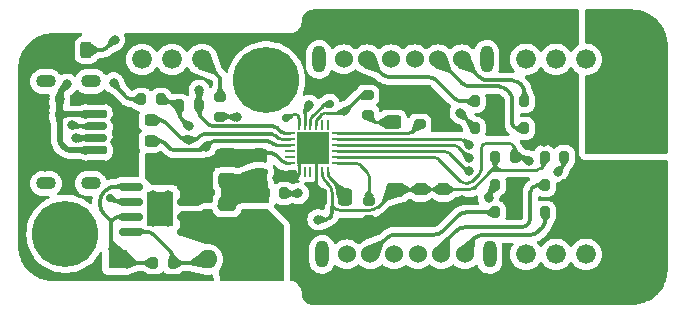
<source format=gbr>
%TF.GenerationSoftware,KiCad,Pcbnew,7.0.8*%
%TF.CreationDate,2024-12-11T22:38:04+01:00*%
%TF.ProjectId,USB-C_PD_Board_V2_CYPD3177,5553422d-435f-4504-945f-426f6172645f,rev?*%
%TF.SameCoordinates,Original*%
%TF.FileFunction,Copper,L1,Top*%
%TF.FilePolarity,Positive*%
%FSLAX46Y46*%
G04 Gerber Fmt 4.6, Leading zero omitted, Abs format (unit mm)*
G04 Created by KiCad (PCBNEW 7.0.8) date 2024-12-11 22:38:04*
%MOMM*%
%LPD*%
G01*
G04 APERTURE LIST*
G04 Aperture macros list*
%AMRoundRect*
0 Rectangle with rounded corners*
0 $1 Rounding radius*
0 $2 $3 $4 $5 $6 $7 $8 $9 X,Y pos of 4 corners*
0 Add a 4 corners polygon primitive as box body*
4,1,4,$2,$3,$4,$5,$6,$7,$8,$9,$2,$3,0*
0 Add four circle primitives for the rounded corners*
1,1,$1+$1,$2,$3*
1,1,$1+$1,$4,$5*
1,1,$1+$1,$6,$7*
1,1,$1+$1,$8,$9*
0 Add four rect primitives between the rounded corners*
20,1,$1+$1,$2,$3,$4,$5,0*
20,1,$1+$1,$4,$5,$6,$7,0*
20,1,$1+$1,$6,$7,$8,$9,0*
20,1,$1+$1,$8,$9,$2,$3,0*%
G04 Aperture macros list end*
%TA.AperFunction,ComponentPad*%
%ADD10C,5.600000*%
%TD*%
%TA.AperFunction,SMDPad,CuDef*%
%ADD11RoundRect,0.200000X-0.200000X-0.275000X0.200000X-0.275000X0.200000X0.275000X-0.200000X0.275000X0*%
%TD*%
%TA.AperFunction,ComponentPad*%
%ADD12R,1.700000X1.700000*%
%TD*%
%TA.AperFunction,ComponentPad*%
%ADD13O,1.700000X1.700000*%
%TD*%
%TA.AperFunction,ComponentPad*%
%ADD14C,1.524000*%
%TD*%
%TA.AperFunction,ComponentPad*%
%ADD15O,1.143000X2.286000*%
%TD*%
%TA.AperFunction,ComponentPad*%
%ADD16C,1.676400*%
%TD*%
%TA.AperFunction,SMDPad,CuDef*%
%ADD17RoundRect,0.175000X-0.750000X0.175000X-0.750000X-0.175000X0.750000X-0.175000X0.750000X0.175000X0*%
%TD*%
%TA.AperFunction,SMDPad,CuDef*%
%ADD18RoundRect,0.190000X0.735000X-0.190000X0.735000X0.190000X-0.735000X0.190000X-0.735000X-0.190000X0*%
%TD*%
%TA.AperFunction,SMDPad,CuDef*%
%ADD19RoundRect,0.200000X0.725000X-0.200000X0.725000X0.200000X-0.725000X0.200000X-0.725000X-0.200000X0*%
%TD*%
%TA.AperFunction,SMDPad,CuDef*%
%ADD20RoundRect,0.175000X0.750000X-0.175000X0.750000X0.175000X-0.750000X0.175000X-0.750000X-0.175000X0*%
%TD*%
%TA.AperFunction,SMDPad,CuDef*%
%ADD21RoundRect,0.190000X-0.735000X0.190000X-0.735000X-0.190000X0.735000X-0.190000X0.735000X0.190000X0*%
%TD*%
%TA.AperFunction,SMDPad,CuDef*%
%ADD22RoundRect,0.200000X-0.725000X0.200000X-0.725000X-0.200000X0.725000X-0.200000X0.725000X0.200000X0*%
%TD*%
%TA.AperFunction,ComponentPad*%
%ADD23O,1.700000X1.100000*%
%TD*%
%TA.AperFunction,SMDPad,CuDef*%
%ADD24RoundRect,0.250000X0.337500X0.475000X-0.337500X0.475000X-0.337500X-0.475000X0.337500X-0.475000X0*%
%TD*%
%TA.AperFunction,SMDPad,CuDef*%
%ADD25RoundRect,0.200000X-0.275000X0.200000X-0.275000X-0.200000X0.275000X-0.200000X0.275000X0.200000X0*%
%TD*%
%TA.AperFunction,SMDPad,CuDef*%
%ADD26RoundRect,0.150000X-0.825000X-0.150000X0.825000X-0.150000X0.825000X0.150000X-0.825000X0.150000X0*%
%TD*%
%TA.AperFunction,SMDPad,CuDef*%
%ADD27R,2.290000X3.000000*%
%TD*%
%TA.AperFunction,SMDPad,CuDef*%
%ADD28RoundRect,0.237500X0.300000X0.237500X-0.300000X0.237500X-0.300000X-0.237500X0.300000X-0.237500X0*%
%TD*%
%TA.AperFunction,SMDPad,CuDef*%
%ADD29RoundRect,0.250000X-0.475000X0.337500X-0.475000X-0.337500X0.475000X-0.337500X0.475000X0.337500X0*%
%TD*%
%TA.AperFunction,SMDPad,CuDef*%
%ADD30RoundRect,0.200000X0.275000X-0.200000X0.275000X0.200000X-0.275000X0.200000X-0.275000X-0.200000X0*%
%TD*%
%TA.AperFunction,SMDPad,CuDef*%
%ADD31RoundRect,0.250000X0.475000X-0.337500X0.475000X0.337500X-0.475000X0.337500X-0.475000X-0.337500X0*%
%TD*%
%TA.AperFunction,SMDPad,CuDef*%
%ADD32RoundRect,0.062500X0.337500X0.062500X-0.337500X0.062500X-0.337500X-0.062500X0.337500X-0.062500X0*%
%TD*%
%TA.AperFunction,SMDPad,CuDef*%
%ADD33RoundRect,0.062500X0.062500X0.337500X-0.062500X0.337500X-0.062500X-0.337500X0.062500X-0.337500X0*%
%TD*%
%TA.AperFunction,SMDPad,CuDef*%
%ADD34R,2.750000X2.750000*%
%TD*%
%TA.AperFunction,SMDPad,CuDef*%
%ADD35RoundRect,0.237500X-0.237500X0.300000X-0.237500X-0.300000X0.237500X-0.300000X0.237500X0.300000X0*%
%TD*%
%TA.AperFunction,SMDPad,CuDef*%
%ADD36RoundRect,0.250000X-0.450000X0.325000X-0.450000X-0.325000X0.450000X-0.325000X0.450000X0.325000X0*%
%TD*%
%TA.AperFunction,SMDPad,CuDef*%
%ADD37RoundRect,0.200000X0.200000X0.275000X-0.200000X0.275000X-0.200000X-0.275000X0.200000X-0.275000X0*%
%TD*%
%TA.AperFunction,SMDPad,CuDef*%
%ADD38RoundRect,0.243750X-0.243750X-0.456250X0.243750X-0.456250X0.243750X0.456250X-0.243750X0.456250X0*%
%TD*%
%TA.AperFunction,ComponentPad*%
%ADD39R,1.600000X1.600000*%
%TD*%
%TA.AperFunction,ComponentPad*%
%ADD40O,1.600000X1.600000*%
%TD*%
%TA.AperFunction,ViaPad*%
%ADD41C,0.800000*%
%TD*%
%TA.AperFunction,ViaPad*%
%ADD42C,0.700000*%
%TD*%
%TA.AperFunction,Conductor*%
%ADD43C,0.300000*%
%TD*%
%TA.AperFunction,Conductor*%
%ADD44C,0.250000*%
%TD*%
%TA.AperFunction,Conductor*%
%ADD45C,0.500000*%
%TD*%
G04 APERTURE END LIST*
D10*
%TO.P,H1,1*%
%TO.N,N/C*%
X138000000Y-85000000D03*
%TD*%
D11*
%TO.P,R12,1*%
%TO.N,Net-(R12-Pad1)*%
X161646000Y-93893000D03*
%TO.P,R12,2*%
%TO.N,GND*%
X163296000Y-93893000D03*
%TD*%
D12*
%TO.P,J4,1,Pin_1*%
%TO.N,GND*%
X170160000Y-94040000D03*
D13*
%TO.P,J4,2,Pin_2*%
X170160000Y-96580000D03*
%TO.P,J4,3,Pin_3*%
X170160000Y-99120000D03*
%TD*%
D14*
%TO.P,SW4,1*%
%TO.N,Net-(R18-Pad1)*%
X144565000Y-83225000D03*
%TO.P,SW4,2*%
%TO.N,Net-(R17-Pad1)*%
X146565000Y-83225000D03*
%TO.P,SW4,3*%
%TO.N,Net-(SW2-C)*%
X148565000Y-83225000D03*
%TO.P,SW4,4*%
X150565000Y-83225000D03*
%TO.P,SW4,5*%
%TO.N,Net-(R16-Pad1)*%
X152565000Y-83225000D03*
%TO.P,SW4,6*%
%TO.N,Net-(R15-Pad1)*%
X154565000Y-83225000D03*
D15*
%TO.P,SW4,S1*%
%TO.N,N/C*%
X142465000Y-83225000D03*
%TO.P,SW4,S2*%
X156665000Y-83225000D03*
%TD*%
D16*
%TO.P,SW1,1,A*%
%TO.N,Net-(SW1-A)*%
X159995000Y-99735000D03*
%TO.P,SW1,2,B*%
%TO.N,Net-(SW1-B)*%
X162535000Y-99735000D03*
%TO.P,SW1,3,C*%
%TO.N,unconnected-(SW1-C-Pad3)*%
X165075000Y-99735000D03*
%TD*%
D11*
%TO.P,R18,1*%
%TO.N,Net-(R18-Pad1)*%
X155677000Y-89067000D03*
%TO.P,R18,2*%
%TO.N,GND*%
X157327000Y-89067000D03*
%TD*%
%TO.P,R3,1*%
%TO.N,Net-(D1-A)*%
X137875000Y-94577000D03*
%TO.P,R3,2*%
%TO.N,Net-(U1-VBUS_FET_EN)*%
X139525000Y-94577000D03*
%TD*%
%TO.P,R17,1*%
%TO.N,Net-(R17-Pad1)*%
X155677000Y-86781000D03*
%TO.P,R17,2*%
%TO.N,GND*%
X157327000Y-86781000D03*
%TD*%
%TO.P,R7,1*%
%TO.N,+3V3*%
X157392000Y-91480000D03*
%TO.P,R7,2*%
%TO.N,Net-(SW1-B)*%
X159042000Y-91480000D03*
%TD*%
D12*
%TO.P,J1,1,Pin_1*%
%TO.N,+VSW*%
X170160000Y-88960000D03*
D13*
%TO.P,J1,2,Pin_2*%
X170160000Y-86420000D03*
%TO.P,J1,3,Pin_3*%
X170160000Y-83880000D03*
%TD*%
D17*
%TO.P,J2,A5,CC1*%
%TO.N,Net-(J2-CC1)*%
X123570000Y-88906000D03*
D18*
%TO.P,J2,A9,VBUS*%
%TO.N,Net-(SW5-A)*%
X123570000Y-90926000D03*
D19*
%TO.P,J2,A12,GND*%
%TO.N,GND*%
X123570000Y-92156000D03*
D20*
%TO.P,J2,B5,CC2*%
%TO.N,Net-(J2-CC2)*%
X123570000Y-89906000D03*
D21*
%TO.P,J2,B9,VBUS*%
%TO.N,Net-(SW5-A)*%
X123570000Y-87886000D03*
D22*
%TO.P,J2,B12,GND*%
%TO.N,GND*%
X123570000Y-86656000D03*
D23*
%TO.P,J2,S1,SHIELD*%
%TO.N,unconnected-(J2-SHIELD-PadS1)*%
X123165000Y-85086000D03*
X119365000Y-85086000D03*
X123165000Y-93726000D03*
X119365000Y-93726000D03*
%TD*%
D24*
%TO.P,C4,1*%
%TO.N,VBUS*%
X128545500Y-92075000D03*
%TO.P,C4,2*%
%TO.N,GND*%
X126470500Y-92075000D03*
%TD*%
D25*
%TO.P,R1,1*%
%TO.N,VBUS*%
X137401000Y-91182000D03*
%TO.P,R1,2*%
%TO.N,Net-(D1-A)*%
X137401000Y-92832000D03*
%TD*%
D26*
%TO.P,Q1,1,S*%
%TO.N,Net-(D1-K)*%
X126557000Y-93996000D03*
%TO.P,Q1,2,G*%
%TO.N,Net-(D1-A)*%
X126557000Y-95266000D03*
%TO.P,Q1,3,S*%
%TO.N,Net-(D1-K)*%
X126557000Y-96536000D03*
%TO.P,Q1,4,G*%
%TO.N,Net-(D1-A)*%
X126557000Y-97806000D03*
%TO.P,Q1,5,D*%
%TO.N,+VSW*%
X131507000Y-97806000D03*
%TO.P,Q1,6,G*%
X131507000Y-96536000D03*
%TO.P,Q1,7,D*%
%TO.N,VBUS*%
X131507000Y-95266000D03*
%TO.P,Q1,8,G*%
X131507000Y-93996000D03*
D27*
%TO.P,Q1,9*%
%TO.N,N/C*%
X129032000Y-95901000D03*
%TD*%
D28*
%TO.P,C8,1*%
%TO.N,Net-(J2-CC1)*%
X128243500Y-90170000D03*
%TO.P,C8,2*%
%TO.N,GND*%
X126518500Y-90170000D03*
%TD*%
D11*
%TO.P,R8,1*%
%TO.N,+3V3*%
X161583000Y-91480000D03*
%TO.P,R8,2*%
%TO.N,Net-(SW2-B)*%
X163233000Y-91480000D03*
%TD*%
D29*
%TO.P,C1,1*%
%TO.N,VBUS*%
X134700000Y-91362500D03*
%TO.P,C1,2*%
%TO.N,Net-(D1-A)*%
X134700000Y-93437500D03*
%TD*%
D16*
%TO.P,SW2,1,A*%
%TO.N,unconnected-(SW2-A-Pad1)*%
X165075000Y-83225000D03*
%TO.P,SW2,2,B*%
%TO.N,Net-(SW2-B)*%
X162535000Y-83225000D03*
%TO.P,SW2,3,C*%
%TO.N,Net-(SW2-C)*%
X159995000Y-83225000D03*
%TD*%
D28*
%TO.P,C9,1*%
%TO.N,Net-(J2-CC2)*%
X128243500Y-88392000D03*
%TO.P,C9,2*%
%TO.N,GND*%
X126518500Y-88392000D03*
%TD*%
D30*
%TO.P,R19,1*%
%TO.N,Net-(D3-A)*%
X134112000Y-88074000D03*
%TO.P,R19,2*%
%TO.N,VBUS*%
X134112000Y-86424000D03*
%TD*%
D31*
%TO.P,C2,1*%
%TO.N,+VSW*%
X134685000Y-97585500D03*
%TO.P,C2,2*%
%TO.N,Net-(D1-A)*%
X134685000Y-95510500D03*
%TD*%
D11*
%TO.P,R4,1*%
%TO.N,+3V3*%
X130645000Y-87122000D03*
%TO.P,R4,2*%
%TO.N,Net-(U1-HPI_SCL)*%
X132295000Y-87122000D03*
%TD*%
D10*
%TO.P,H2,1*%
%TO.N,N/C*%
X121000000Y-98000000D03*
%TD*%
D32*
%TO.P,U1,1,VBUS_MIN*%
%TO.N,Net-(U1-VBUS_MIN)*%
X143981000Y-91998000D03*
%TO.P,U1,2,VBUS_MAX*%
%TO.N,Net-(SW1-B)*%
X143981000Y-91498000D03*
%TO.P,U1,3,VBUS_FET_EN*%
%TO.N,Net-(U1-VBUS_FET_EN)*%
X143981000Y-90998000D03*
%TO.P,U1,4,SAFE_PWR_EN*%
%TO.N,Net-(U1-SAFE_PWR_EN)*%
X143981000Y-90498000D03*
%TO.P,U1,5,ISNK_COARSE*%
%TO.N,Net-(SW2-B)*%
X143981000Y-89998000D03*
%TO.P,U1,6,ISNK_FINE*%
%TO.N,Net-(U1-ISNK_FINE)*%
X143981000Y-89498000D03*
D33*
%TO.P,U1,7,~{HPI_INT}*%
%TO.N,unconnected-(U1-~{HPI_INT}-Pad7)*%
X143256000Y-88773000D03*
%TO.P,U1,8,GPIO_1*%
%TO.N,unconnected-(U1-GPIO_1-Pad8)*%
X142756000Y-88773000D03*
%TO.P,U1,9,FAULT*%
%TO.N,Net-(U1-FAULT)*%
X142256000Y-88773000D03*
%TO.P,U1,10,FLIP*%
%TO.N,Net-(U1-FLIP)*%
X141756000Y-88773000D03*
%TO.P,U1,11,VDC_OUT*%
%TO.N,+VSW*%
X141256000Y-88773000D03*
%TO.P,U1,12,HPI_SDA*%
%TO.N,Net-(U1-HPI_SDA)*%
X140756000Y-88773000D03*
D32*
%TO.P,U1,13,HPI_SCL*%
%TO.N,Net-(U1-HPI_SCL)*%
X140031000Y-89498000D03*
%TO.P,U1,14,CC2*%
%TO.N,Net-(J2-CC2)*%
X140031000Y-89998000D03*
%TO.P,U1,15,CC1*%
%TO.N,Net-(J2-CC1)*%
X140031000Y-90498000D03*
%TO.P,U1,16,NC*%
%TO.N,unconnected-(U1-NC-Pad16)*%
X140031000Y-90998000D03*
%TO.P,U1,17,NC*%
%TO.N,unconnected-(U1-NC-Pad17)*%
X140031000Y-91498000D03*
%TO.P,U1,18,VBUS_IN*%
%TO.N,VBUS*%
X140031000Y-91998000D03*
D33*
%TO.P,U1,19,GND*%
%TO.N,GND*%
X140756000Y-92723000D03*
%TO.P,U1,20,NC*%
%TO.N,unconnected-(U1-NC-Pad20)*%
X141256000Y-92723000D03*
%TO.P,U1,21,NC*%
%TO.N,unconnected-(U1-NC-Pad21)*%
X141756000Y-92723000D03*
%TO.P,U1,22,GND*%
%TO.N,GND*%
X142256000Y-92723000D03*
%TO.P,U1,23,VDDD*%
%TO.N,+3V3*%
X142756000Y-92723000D03*
%TO.P,U1,24,VCCD*%
%TO.N,Net-(U1-VCCD)*%
X143256000Y-92723000D03*
D34*
%TO.P,U1,25,GND*%
%TO.N,GND*%
X142006000Y-90748000D03*
%TD*%
D11*
%TO.P,R14,1*%
%TO.N,Net-(R14-Pad1)*%
X157392000Y-93893000D03*
%TO.P,R14,2*%
%TO.N,GND*%
X159042000Y-93893000D03*
%TD*%
D35*
%TO.P,C6,1*%
%TO.N,+3V3*%
X151100000Y-94237500D03*
%TO.P,C6,2*%
%TO.N,GND*%
X151100000Y-95962500D03*
%TD*%
D36*
%TO.P,D2,1,K*%
%TO.N,GND*%
X148717000Y-86494000D03*
%TO.P,D2,2,A*%
%TO.N,Net-(D2-A)*%
X148717000Y-88544000D03*
%TD*%
D11*
%TO.P,R15,1*%
%TO.N,Net-(R15-Pad1)*%
X159868000Y-86781000D03*
%TO.P,R15,2*%
%TO.N,GND*%
X161518000Y-86781000D03*
%TD*%
D29*
%TO.P,C5,1*%
%TO.N,+3V3*%
X148900000Y-94262500D03*
%TO.P,C5,2*%
%TO.N,GND*%
X148900000Y-96337500D03*
%TD*%
D24*
%TO.P,C3,1*%
%TO.N,+VSW*%
X165794500Y-86527000D03*
%TO.P,C3,2*%
%TO.N,GND*%
X163719500Y-86527000D03*
%TD*%
D14*
%TO.P,SW3,1*%
%TO.N,Net-(R14-Pad1)*%
X144835000Y-99735000D03*
%TO.P,SW3,2*%
%TO.N,Net-(R13-Pad1)*%
X146835000Y-99735000D03*
%TO.P,SW3,3*%
%TO.N,Net-(SW1-A)*%
X148835000Y-99735000D03*
%TO.P,SW3,4*%
X150835000Y-99735000D03*
%TO.P,SW3,5*%
%TO.N,Net-(R12-Pad1)*%
X152835000Y-99735000D03*
%TO.P,SW3,6*%
%TO.N,Net-(R11-Pad1)*%
X154835000Y-99735000D03*
D15*
%TO.P,SW3,S1*%
%TO.N,N/C*%
X142735000Y-99735000D03*
%TO.P,SW3,S2*%
X156935000Y-99735000D03*
%TD*%
D37*
%TO.P,R5,1*%
%TO.N,+3V3*%
X129095000Y-86614000D03*
%TO.P,R5,2*%
%TO.N,Net-(U1-HPI_SDA)*%
X127445000Y-86614000D03*
%TD*%
D11*
%TO.P,R16,1*%
%TO.N,Net-(R16-Pad1)*%
X159868000Y-89067000D03*
%TO.P,R16,2*%
%TO.N,GND*%
X161518000Y-89067000D03*
%TD*%
D30*
%TO.P,R6,1*%
%TO.N,Net-(D2-A)*%
X146600000Y-87925000D03*
%TO.P,R6,2*%
%TO.N,Net-(U1-FAULT)*%
X146600000Y-86275000D03*
%TD*%
D24*
%TO.P,C10,1*%
%TO.N,Net-(U1-VCCD)*%
X144637500Y-94900000D03*
%TO.P,C10,2*%
%TO.N,GND*%
X142562500Y-94900000D03*
%TD*%
D25*
%TO.P,R10,1*%
%TO.N,Net-(U1-VBUS_MIN)*%
X146700000Y-95175000D03*
%TO.P,R10,2*%
%TO.N,GND*%
X146700000Y-96825000D03*
%TD*%
D11*
%TO.P,R11,1*%
%TO.N,Net-(R11-Pad1)*%
X161646000Y-96179000D03*
%TO.P,R11,2*%
%TO.N,GND*%
X163296000Y-96179000D03*
%TD*%
%TO.P,R2,1*%
%TO.N,Net-(D1-K)*%
X128461000Y-100457000D03*
%TO.P,R2,2*%
%TO.N,Net-(D1-A)*%
X130111000Y-100457000D03*
%TD*%
D38*
%TO.P,D3,1,K*%
%TO.N,GND*%
X120904000Y-82423000D03*
%TO.P,D3,2,A*%
%TO.N,Net-(D3-A)*%
X122779000Y-82423000D03*
%TD*%
D35*
%TO.P,C7,1*%
%TO.N,+3V3*%
X153000000Y-94237500D03*
%TO.P,C7,2*%
%TO.N,GND*%
X153000000Y-95962500D03*
%TD*%
D11*
%TO.P,R13,1*%
%TO.N,Net-(R13-Pad1)*%
X157392000Y-96179000D03*
%TO.P,R13,2*%
%TO.N,GND*%
X159042000Y-96179000D03*
%TD*%
D16*
%TO.P,SW5,1,A*%
%TO.N,Net-(SW5-A)*%
X127500000Y-83230000D03*
%TO.P,SW5,2,B*%
%TO.N,VBUS*%
X130040000Y-83230000D03*
%TO.P,SW5,3,C*%
X132580000Y-83230000D03*
%TD*%
D30*
%TO.P,R9,1*%
%TO.N,Net-(U1-ISNK_FINE)*%
X151003000Y-88725000D03*
%TO.P,R9,2*%
%TO.N,GND*%
X151003000Y-87075000D03*
%TD*%
D39*
%TO.P,D1,1,K*%
%TO.N,Net-(D1-K)*%
X125439000Y-100165000D03*
D40*
%TO.P,D1,2,A*%
%TO.N,Net-(D1-A)*%
X133059000Y-100165000D03*
%TD*%
D41*
%TO.N,VBUS*%
X130937000Y-92583000D03*
X129921000Y-92583000D03*
X131953000Y-92583000D03*
X132969000Y-92583000D03*
%TO.N,Net-(D1-A)*%
X136400000Y-94700000D03*
D42*
X124797122Y-94952122D03*
D41*
%TO.N,+VSW*%
X136525000Y-98933000D03*
X170180000Y-81169000D03*
X135382000Y-101219000D03*
X167894000Y-85741000D03*
X167894000Y-82312000D03*
X167894000Y-84598000D03*
X138811000Y-100076000D03*
X167894000Y-81169000D03*
X137668000Y-100076000D03*
X136525000Y-96647000D03*
X167894000Y-90313000D03*
X136525000Y-97790000D03*
X141605000Y-87122000D03*
X167894000Y-89170000D03*
X169037000Y-80026000D03*
X137668000Y-98933000D03*
X135382000Y-100076000D03*
X167894000Y-80026000D03*
X137668000Y-101219000D03*
X169037000Y-81169000D03*
X138811000Y-101219000D03*
X167894000Y-83455000D03*
X138800000Y-97800000D03*
X137668000Y-97790000D03*
X167894000Y-86884000D03*
X167894000Y-88027000D03*
X136525000Y-100076000D03*
X136525000Y-101219000D03*
X137668000Y-96647000D03*
X138811000Y-98933000D03*
%TO.N,GND*%
X143900000Y-98100000D03*
X121900000Y-92200000D03*
X166751000Y-97298000D03*
X119300000Y-86585000D03*
X167894000Y-93869000D03*
X138960000Y-93250000D03*
X159300000Y-95000000D03*
X142875000Y-91567000D03*
X151384000Y-85995000D03*
X140970000Y-100330000D03*
X141100000Y-91600000D03*
X162433000Y-85614000D03*
X140970000Y-99060000D03*
X119300000Y-88871000D03*
X157700000Y-87900000D03*
X118000000Y-91157000D03*
X167894000Y-97298000D03*
X118000000Y-90014000D03*
X156210000Y-80010000D03*
X165608000Y-97298000D03*
X158200000Y-95000000D03*
X119300000Y-90014000D03*
X169037000Y-103013000D03*
X167894000Y-100727000D03*
X167894000Y-101870000D03*
X128397000Y-94742000D03*
X122000000Y-86600000D03*
X143510000Y-80010000D03*
X142006000Y-90748000D03*
X142240000Y-80010000D03*
X119300000Y-92300000D03*
X161544000Y-87900000D03*
X167894000Y-98441000D03*
X157480000Y-80010000D03*
X163322000Y-95012000D03*
X169037000Y-101870000D03*
X167894000Y-103013000D03*
X164465000Y-97298000D03*
X118000000Y-86585000D03*
X118000000Y-87728000D03*
X156600000Y-87900000D03*
X167894000Y-92726000D03*
X129697000Y-97028000D03*
X166751000Y-95012000D03*
X167894000Y-99584000D03*
X141097000Y-89916000D03*
X119300000Y-87728000D03*
X144780000Y-80010000D03*
X129697000Y-94742000D03*
X141200000Y-96000000D03*
X167894000Y-95012000D03*
X154559000Y-95123000D03*
X117983000Y-83439000D03*
X154940000Y-80010000D03*
X128397000Y-95885000D03*
X142875000Y-89916000D03*
X167894000Y-96155000D03*
X125222000Y-90182500D03*
X161290000Y-80010000D03*
X161290000Y-85614000D03*
X129697000Y-95885000D03*
X118000000Y-88871000D03*
X128397000Y-97028000D03*
X119300000Y-91157000D03*
X161544000Y-90186000D03*
X162560000Y-80010000D03*
X150241000Y-85995000D03*
X165608000Y-95012000D03*
X118000000Y-92300000D03*
X164465000Y-95012000D03*
X125222000Y-88392000D03*
X170180000Y-101870000D03*
X163322000Y-97298000D03*
X125100000Y-92200000D03*
%TO.N,+3V3*%
X131445000Y-88900000D03*
X142400000Y-96800000D03*
%TO.N,Net-(J2-CC1)*%
X121539000Y-88773000D03*
X132905500Y-90614500D03*
%TO.N,Net-(J2-CC2)*%
X121920000Y-89916000D03*
X131445000Y-90043000D03*
%TO.N,Net-(U1-VBUS_FET_EN)*%
X140723000Y-94577000D03*
X155200000Y-92675500D03*
D42*
%TO.N,Net-(U1-FAULT)*%
X144653000Y-87630000D03*
D41*
%TO.N,Net-(SW1-B)*%
X160274000Y-91837000D03*
%TO.N,Net-(SW2-B)*%
X162687000Y-92726000D03*
X155200000Y-90500000D03*
%TO.N,Net-(R14-Pad1)*%
X156845000Y-94996000D03*
%TO.N,Net-(R18-Pad1)*%
X154432000Y-87773000D03*
%TO.N,Net-(U1-SAFE_PWR_EN)*%
X155200000Y-91600000D03*
D42*
%TO.N,Net-(U1-FLIP)*%
X143383000Y-86995000D03*
D41*
%TO.N,Net-(SW5-A)*%
X121158000Y-85344000D03*
X120523000Y-86614000D03*
X120525000Y-87886000D03*
%TO.N,Net-(U1-HPI_SCL)*%
X132334000Y-85852000D03*
%TO.N,Net-(U1-HPI_SDA)*%
X125095000Y-85217000D03*
D42*
X139688183Y-88188183D03*
D41*
%TO.N,Net-(D3-A)*%
X135509000Y-88138000D03*
X125176000Y-81580000D03*
%TD*%
D43*
%TO.N,VBUS*%
X134112000Y-84762000D02*
X134112000Y-86424000D01*
X139351553Y-91851553D02*
X138828446Y-91328446D01*
D44*
X140031000Y-91998000D02*
X139705107Y-91998000D01*
D45*
X129413000Y-92075000D02*
X129921000Y-92583000D01*
D43*
X132580000Y-83230000D02*
X134112000Y-84762000D01*
X138474893Y-91182000D02*
X137401000Y-91182000D01*
D45*
X128545500Y-92075000D02*
X129413000Y-92075000D01*
D43*
X138828449Y-91328443D02*
G75*
G03*
X138474893Y-91182000I-353549J-353557D01*
G01*
X139351550Y-91851556D02*
G75*
G03*
X139705107Y-91998000I353550J353556D01*
G01*
%TO.N,Net-(D1-A)*%
X130111000Y-100457000D02*
X132767000Y-100457000D01*
X126557000Y-97806000D02*
X127811786Y-97806000D01*
X132767000Y-100457000D02*
X133059000Y-100165000D01*
X128518893Y-98098893D02*
X129818107Y-99398107D01*
X124797122Y-94952122D02*
X124818107Y-94973107D01*
X125525214Y-95266000D02*
X126557000Y-95266000D01*
X130111000Y-100105214D02*
X130111000Y-100457000D01*
X130110990Y-100105214D02*
G75*
G03*
X129818107Y-99398107I-999990J14D01*
G01*
X124818100Y-94973114D02*
G75*
G03*
X125525214Y-95266000I707100J707114D01*
G01*
X128518900Y-98098886D02*
G75*
G03*
X127811786Y-97806000I-707100J-707114D01*
G01*
D44*
%TO.N,+VSW*%
X141605000Y-87122000D02*
X141402446Y-87324554D01*
X141256000Y-87678107D02*
X141256000Y-88773000D01*
X141402443Y-87324551D02*
G75*
G03*
X141256000Y-87678107I353557J-353549D01*
G01*
%TO.N,GND*%
X142256000Y-92723000D02*
X142256000Y-91205107D01*
D45*
X122056000Y-86656000D02*
X122000000Y-86600000D01*
D43*
X125100000Y-92200000D02*
X126345500Y-92200000D01*
D44*
X141097000Y-89916000D02*
X141174000Y-89916000D01*
X141174000Y-89916000D02*
X142006000Y-90748000D01*
X140756000Y-92723000D02*
X140756000Y-92936893D01*
X142109553Y-90851553D02*
X142006000Y-90748000D01*
D43*
X126345500Y-92200000D02*
X126470500Y-92075000D01*
D44*
X139010000Y-93300000D02*
X138960000Y-93250000D01*
D43*
X123570000Y-92156000D02*
X125056000Y-92156000D01*
X125056000Y-92156000D02*
X125100000Y-92200000D01*
D44*
X142006000Y-90748000D02*
X142056000Y-90748000D01*
X142402447Y-94739947D02*
X142562500Y-94900000D01*
X140600000Y-93300000D02*
X139010000Y-93300000D01*
D43*
X125222000Y-88392000D02*
X126518500Y-88392000D01*
X125222000Y-90182500D02*
X126506000Y-90182500D01*
D44*
X142838000Y-89916000D02*
X142006000Y-90748000D01*
D43*
X126506000Y-90182500D02*
X126518500Y-90170000D01*
D44*
X140902447Y-91851553D02*
X142006000Y-90748000D01*
X141952000Y-90748000D02*
X141100000Y-91600000D01*
X142875000Y-89916000D02*
X142838000Y-89916000D01*
D45*
X123570000Y-86656000D02*
X122056000Y-86656000D01*
D44*
X142056000Y-90748000D02*
X142875000Y-91567000D01*
X142006000Y-90748000D02*
X141952000Y-90748000D01*
X140756000Y-92723000D02*
X140756000Y-92205107D01*
X142256000Y-92723000D02*
X142256000Y-94386393D01*
D43*
X123570000Y-92156000D02*
X121944000Y-92156000D01*
D44*
X140609553Y-93290447D02*
X140600000Y-93300000D01*
D43*
X121944000Y-92156000D02*
X121900000Y-92200000D01*
D44*
X140609556Y-93290450D02*
G75*
G03*
X140756000Y-92936893I-353556J353550D01*
G01*
X142255995Y-91205107D02*
G75*
G03*
X142109553Y-90851553I-499995J7D01*
G01*
X142256005Y-94386393D02*
G75*
G03*
X142402447Y-94739947I499995J-7D01*
G01*
X140902444Y-91851550D02*
G75*
G03*
X140756000Y-92205107I353556J-353550D01*
G01*
%TO.N,+3V3*%
X142756000Y-92723000D02*
X142756000Y-92866182D01*
X147455393Y-95707107D02*
X148900000Y-94262500D01*
X144314214Y-96000000D02*
X146748286Y-96000000D01*
D43*
X142400000Y-96800000D02*
X142992893Y-96800000D01*
D44*
X157538447Y-92438447D02*
X157553554Y-92453554D01*
X157907107Y-92600000D02*
X157307107Y-92600000D01*
X157392000Y-91480000D02*
X157392000Y-92084893D01*
X161583000Y-91909893D02*
X161583000Y-91480000D01*
X157510000Y-92600000D02*
X157299969Y-92389969D01*
X157392000Y-92100893D02*
X157392000Y-91480000D01*
X143048893Y-93573289D02*
X143307107Y-93831503D01*
X148900000Y-94262500D02*
X151075000Y-94262500D01*
D43*
X130183893Y-86868000D02*
X129556107Y-86868000D01*
X129202553Y-86721553D02*
X129095000Y-86614000D01*
D44*
X153000000Y-94237500D02*
X155255393Y-94237500D01*
X155608947Y-94091053D02*
X156905000Y-92795000D01*
X156905000Y-92795000D02*
X157245554Y-92454446D01*
D43*
X131445000Y-88900000D02*
X130937893Y-88392893D01*
D44*
X143600000Y-94538610D02*
X143600000Y-95700000D01*
X156953553Y-92746447D02*
X156905000Y-92795000D01*
X143600000Y-95700000D02*
X143607107Y-95707107D01*
D43*
X130645000Y-87122000D02*
X130537446Y-87014446D01*
X143600000Y-96192893D02*
X143600000Y-95700000D01*
D44*
X157907107Y-92600000D02*
X157510000Y-92600000D01*
D43*
X143346447Y-96653553D02*
X143453554Y-96546446D01*
X130645000Y-87685786D02*
X130645000Y-87122000D01*
D44*
X151100000Y-94237500D02*
X153000000Y-94237500D01*
X157907107Y-92600000D02*
X160892893Y-92600000D01*
X161246447Y-92453553D02*
X161436554Y-92263446D01*
X151075000Y-94262500D02*
X151100000Y-94237500D01*
D43*
X142992893Y-96799995D02*
G75*
G03*
X143346447Y-96653553I7J499995D01*
G01*
D44*
X155255393Y-94237495D02*
G75*
G03*
X155608947Y-94091053I7J499995D01*
G01*
X157245557Y-92454449D02*
G75*
G03*
X157392000Y-92100893I-353557J353549D01*
G01*
X142756013Y-92866182D02*
G75*
G03*
X143048893Y-93573289I999987J-18D01*
G01*
X157392005Y-92084893D02*
G75*
G03*
X157538447Y-92438447I499995J-7D01*
G01*
X157307107Y-92600005D02*
G75*
G03*
X156953553Y-92746447I-7J-499995D01*
G01*
D43*
X130645010Y-87685786D02*
G75*
G03*
X130937893Y-88392893I999990J-14D01*
G01*
D44*
X160892893Y-92599995D02*
G75*
G03*
X161246447Y-92453553I7J499995D01*
G01*
X161436557Y-92263449D02*
G75*
G03*
X161583000Y-91909893I-353557J353549D01*
G01*
X157553551Y-92453557D02*
G75*
G03*
X157907107Y-92600000I353549J353557D01*
G01*
D43*
X130537449Y-87014443D02*
G75*
G03*
X130183893Y-86868000I-353549J-353557D01*
G01*
X143453557Y-96546449D02*
G75*
G03*
X143600000Y-96192893I-353557J353549D01*
G01*
D44*
X143607100Y-95707114D02*
G75*
G03*
X144314214Y-96000000I707100J707114D01*
G01*
D43*
X129202550Y-86721556D02*
G75*
G03*
X129556107Y-86868000I353550J353556D01*
G01*
D44*
X143599993Y-94538610D02*
G75*
G03*
X143307107Y-93831503I-999993J10D01*
G01*
X146748286Y-95999990D02*
G75*
G03*
X147455393Y-95707107I14J999990D01*
G01*
D43*
%TO.N,Net-(J2-CC1)*%
X129901553Y-90785553D02*
X129432446Y-90316446D01*
X132380893Y-90932000D02*
X130255107Y-90932000D01*
X132905500Y-90614500D02*
X132734446Y-90785554D01*
X129078893Y-90170000D02*
X128243500Y-90170000D01*
X121539000Y-88773000D02*
X121672000Y-88906000D01*
X133557107Y-90170000D02*
X138150787Y-90170000D01*
X138504341Y-90316447D02*
X138539448Y-90351554D01*
X132905500Y-90614500D02*
X133203554Y-90316446D01*
X121672000Y-88906000D02*
X123570000Y-88906000D01*
D44*
X140031000Y-90498000D02*
X138893001Y-90498000D01*
D43*
X129901550Y-90785556D02*
G75*
G03*
X130255107Y-90932000I353550J353556D01*
G01*
X138504347Y-90316441D02*
G75*
G03*
X138150787Y-90170000I-353547J-353559D01*
G01*
X129432449Y-90316443D02*
G75*
G03*
X129078893Y-90170000I-353549J-353557D01*
G01*
X132380893Y-90931995D02*
G75*
G03*
X132734446Y-90785554I7J499995D01*
G01*
X133557107Y-90170005D02*
G75*
G03*
X133203554Y-90316446I-7J-499995D01*
G01*
X138539448Y-90351554D02*
G75*
G03*
X138893001Y-90498000I353552J353554D01*
G01*
%TO.N,Net-(J2-CC2)*%
X131445000Y-90043000D02*
X131144107Y-90043000D01*
X138830447Y-89681447D02*
X139000554Y-89851554D01*
D44*
X139354107Y-89998000D02*
X140031000Y-89998000D01*
D43*
X130790553Y-89896553D02*
X129432446Y-88538446D01*
X123570000Y-89906000D02*
X121930000Y-89906000D01*
X129078893Y-88392000D02*
X128243500Y-88392000D01*
X121930000Y-89906000D02*
X121920000Y-89916000D01*
X132226447Y-89896553D02*
X132441554Y-89681446D01*
X132795107Y-89535000D02*
X138476893Y-89535000D01*
X131445000Y-90043000D02*
X131872893Y-90043000D01*
D44*
X139000551Y-89851557D02*
G75*
G03*
X139354107Y-89998000I353549J353557D01*
G01*
D43*
X131872893Y-90042995D02*
G75*
G03*
X132226447Y-89896553I7J499995D01*
G01*
X138830450Y-89681444D02*
G75*
G03*
X138476893Y-89535000I-353550J-353556D01*
G01*
X130790550Y-89896556D02*
G75*
G03*
X131144107Y-90043000I353550J353556D01*
G01*
X129432449Y-88538443D02*
G75*
G03*
X129078893Y-88392000I-353549J-353557D01*
G01*
X132795107Y-89535005D02*
G75*
G03*
X132441554Y-89681446I-7J-499995D01*
G01*
D44*
%TO.N,Net-(U1-VCCD)*%
X143402447Y-93290447D02*
X144491054Y-94379054D01*
X143256000Y-92723000D02*
X143256000Y-92936893D01*
X144637500Y-94732607D02*
X144637500Y-94900000D01*
X144637495Y-94732607D02*
G75*
G03*
X144491054Y-94379054I-499995J7D01*
G01*
X143256005Y-92936893D02*
G75*
G03*
X143402447Y-93290447I499995J-7D01*
G01*
D43*
%TO.N,Net-(D1-K)*%
X124471107Y-94288893D02*
X124222893Y-94537107D01*
X124900000Y-96900000D02*
X124900000Y-99211786D01*
X124971107Y-96828893D02*
X124900000Y-96900000D01*
X125192893Y-99918893D02*
X125439000Y-100165000D01*
X126557000Y-96536000D02*
X125678214Y-96536000D01*
X125731000Y-100457000D02*
X125439000Y-100165000D01*
X124222893Y-96222893D02*
X124900000Y-96900000D01*
X123930000Y-95244214D02*
X123930000Y-95515786D01*
X128461000Y-100457000D02*
X125731000Y-100457000D01*
X126557000Y-93996000D02*
X125178214Y-93996000D01*
X124222886Y-94537100D02*
G75*
G03*
X123930000Y-95244214I707114J-707100D01*
G01*
X123930010Y-95515786D02*
G75*
G03*
X124222893Y-96222893I999990J-14D01*
G01*
X125178214Y-93996010D02*
G75*
G03*
X124471107Y-94288893I-14J-999990D01*
G01*
X124900010Y-99211786D02*
G75*
G03*
X125192893Y-99918893I999990J-14D01*
G01*
X125678214Y-96536010D02*
G75*
G03*
X124971107Y-96828893I-14J-999990D01*
G01*
D44*
%TO.N,Net-(D2-A)*%
X147219000Y-88544000D02*
X146600000Y-87925000D01*
X148717000Y-88544000D02*
X147219000Y-88544000D01*
%TO.N,Net-(U1-VBUS_FET_EN)*%
X153090893Y-90998000D02*
X143981000Y-90998000D01*
X154829053Y-92529053D02*
X153444446Y-91144446D01*
X140723000Y-94577000D02*
X139525000Y-94577000D01*
X155200000Y-92675500D02*
X155182607Y-92675500D01*
X154829050Y-92529056D02*
G75*
G03*
X155182607Y-92675500I353550J353556D01*
G01*
X153444449Y-91144443D02*
G75*
G03*
X153090893Y-90998000I-353549J-353557D01*
G01*
%TO.N,Net-(U1-FAULT)*%
X146215107Y-86275000D02*
X146600000Y-86275000D01*
X142256000Y-88532099D02*
X142256000Y-88773000D01*
X144653000Y-87630000D02*
X144526000Y-87757000D01*
X144653000Y-87630000D02*
X145861554Y-86421446D01*
X142677545Y-87903447D02*
X142402446Y-88178546D01*
X144526000Y-87757000D02*
X143031099Y-87757000D01*
X146215107Y-86275005D02*
G75*
G03*
X145861554Y-86421446I-7J-499995D01*
G01*
X142402447Y-88178547D02*
G75*
G03*
X142256000Y-88532099I353553J-353553D01*
G01*
X143031099Y-87757000D02*
G75*
G03*
X142677546Y-87903448I1J-500000D01*
G01*
%TO.N,Net-(SW1-B)*%
X156707107Y-90300000D02*
X158492893Y-90300000D01*
X159042000Y-90849107D02*
X159042000Y-91480000D01*
D43*
X159042000Y-91480000D02*
X159709893Y-91480000D01*
D44*
X156346447Y-90453553D02*
X156353554Y-90446446D01*
X156200000Y-92592893D02*
X156200000Y-90807107D01*
D43*
X160063447Y-91626447D02*
X160274000Y-91837000D01*
D44*
X152544447Y-91644447D02*
X154453554Y-93553554D01*
X155446447Y-93553553D02*
X156053554Y-92946446D01*
X143981000Y-91498000D02*
X152190893Y-91498000D01*
X154807107Y-93700000D02*
X155092893Y-93700000D01*
X158846447Y-90446447D02*
X158895554Y-90495554D01*
X154453551Y-93553557D02*
G75*
G03*
X154807107Y-93700000I353549J353557D01*
G01*
X156707107Y-90300005D02*
G75*
G03*
X156353554Y-90446446I-7J-499995D01*
G01*
X152544450Y-91644444D02*
G75*
G03*
X152190893Y-91498000I-353550J-353556D01*
G01*
X158846450Y-90446444D02*
G75*
G03*
X158492893Y-90300000I-353550J-353556D01*
G01*
D43*
X160063450Y-91626444D02*
G75*
G03*
X159709893Y-91480000I-353550J-353556D01*
G01*
D44*
X155092893Y-93699995D02*
G75*
G03*
X155446447Y-93553553I7J499995D01*
G01*
X159041995Y-90849107D02*
G75*
G03*
X158895554Y-90495554I-499995J7D01*
G01*
X156053557Y-92946449D02*
G75*
G03*
X156200000Y-92592893I-353557J353549D01*
G01*
X156346444Y-90453550D02*
G75*
G03*
X156200000Y-90807107I353556J-353550D01*
G01*
%TO.N,Net-(SW2-B)*%
X154844447Y-90144447D02*
X155200000Y-90500000D01*
D43*
X163233000Y-91972893D02*
X163233000Y-91480000D01*
D44*
X143981000Y-89998000D02*
X154490893Y-89998000D01*
D43*
X162687000Y-92726000D02*
X163086554Y-92326446D01*
D44*
X154844450Y-90144444D02*
G75*
G03*
X154490893Y-89998000I-353550J-353556D01*
G01*
D43*
X163086557Y-92326449D02*
G75*
G03*
X163233000Y-91972893I-353557J353549D01*
G01*
D44*
%TO.N,Net-(U1-ISNK_FINE)*%
X150376447Y-89351553D02*
X151003000Y-88725000D01*
X143981000Y-89498000D02*
X150022893Y-89498000D01*
X150022893Y-89497995D02*
G75*
G03*
X150376447Y-89351553I7J499995D01*
G01*
%TO.N,Net-(U1-VBUS_MIN)*%
X146700000Y-93107107D02*
X146700000Y-95175000D01*
X145944447Y-92144447D02*
X146553554Y-92753554D01*
X143981000Y-91998000D02*
X145590893Y-91998000D01*
X145944450Y-92144444D02*
G75*
G03*
X145590893Y-91998000I-353550J-353556D01*
G01*
X146699995Y-93107107D02*
G75*
G03*
X146553554Y-92753554I-499995J7D01*
G01*
D43*
%TO.N,Net-(R11-Pad1)*%
X161353107Y-97487893D02*
X161049893Y-97791107D01*
X160342786Y-98084000D02*
X156345214Y-98084000D01*
X154835000Y-99594214D02*
X154835000Y-99735000D01*
X161646000Y-96179000D02*
X161646000Y-96780786D01*
X155638107Y-98376893D02*
X155127893Y-98887107D01*
X155127886Y-98887100D02*
G75*
G03*
X154835000Y-99594214I707114J-707100D01*
G01*
X156345214Y-98084010D02*
G75*
G03*
X155638107Y-98376893I-14J-999990D01*
G01*
X161353114Y-97487900D02*
G75*
G03*
X161646000Y-96780786I-707114J707100D01*
G01*
X160342786Y-98083990D02*
G75*
G03*
X161049893Y-97791107I14J999990D01*
G01*
%TO.N,Net-(R12-Pad1)*%
X154114107Y-97741893D02*
X153127893Y-98728107D01*
X159660893Y-97449000D02*
X154821214Y-97449000D01*
X160610553Y-94039447D02*
X160522446Y-94127554D01*
X161646000Y-93893000D02*
X160964107Y-93893000D01*
X160229553Y-97087447D02*
X160014446Y-97302554D01*
X152835000Y-99435214D02*
X152835000Y-99735000D01*
X160376000Y-94481107D02*
X160376000Y-96733893D01*
X160522443Y-94127551D02*
G75*
G03*
X160376000Y-94481107I353557J-353549D01*
G01*
X160229556Y-97087450D02*
G75*
G03*
X160376000Y-96733893I-353556J353550D01*
G01*
X153127886Y-98728100D02*
G75*
G03*
X152835000Y-99435214I707114J-707100D01*
G01*
X154821214Y-97449010D02*
G75*
G03*
X154114107Y-97741893I-14J-999990D01*
G01*
X159660893Y-97448995D02*
G75*
G03*
X160014446Y-97302554I7J499995D01*
G01*
X160964107Y-93893005D02*
G75*
G03*
X160610553Y-94039447I-7J-499995D01*
G01*
%TO.N,Net-(R13-Pad1)*%
X157392000Y-96179000D02*
X154949214Y-96179000D01*
X152239786Y-98060000D02*
X148924214Y-98060000D01*
X148217107Y-98352893D02*
X146835000Y-99735000D01*
X154242107Y-96471893D02*
X152946893Y-97767107D01*
X148924214Y-98060010D02*
G75*
G03*
X148217107Y-98352893I-14J-999990D01*
G01*
X152239786Y-98059990D02*
G75*
G03*
X152946893Y-97767107I14J999990D01*
G01*
X154949214Y-96179010D02*
G75*
G03*
X154242107Y-96471893I-14J-999990D01*
G01*
%TO.N,Net-(R14-Pad1)*%
X156845000Y-94996000D02*
X156845000Y-94854214D01*
X157137893Y-94147107D02*
X157392000Y-93893000D01*
X157137886Y-94147100D02*
G75*
G03*
X156845000Y-94854214I707114J-707100D01*
G01*
%TO.N,Net-(R15-Pad1)*%
X156050107Y-84710107D02*
X154565000Y-83225000D01*
X159868000Y-86781000D02*
X159868000Y-86052214D01*
X158818786Y-85003000D02*
X156757214Y-85003000D01*
X159575107Y-85345107D02*
X159525893Y-85295893D01*
X159525900Y-85295886D02*
G75*
G03*
X158818786Y-85003000I-707100J-707114D01*
G01*
X159867990Y-86052214D02*
G75*
G03*
X159575107Y-85345107I-999990J14D01*
G01*
X156050100Y-84710114D02*
G75*
G03*
X156757214Y-85003000I707100J707114D01*
G01*
%TO.N,Net-(R16-Pad1)*%
X159018132Y-88979132D02*
X158939868Y-88900868D01*
X154558107Y-85218107D02*
X152565000Y-83225000D01*
X158559107Y-85980107D02*
X158382893Y-85803893D01*
X158852000Y-88688736D02*
X158852000Y-86687214D01*
X157675786Y-85511000D02*
X155265214Y-85511000D01*
X159868000Y-89067000D02*
X159230264Y-89067000D01*
X159018150Y-88979114D02*
G75*
G03*
X159230264Y-89067000I212150J212114D01*
G01*
X154558100Y-85218114D02*
G75*
G03*
X155265214Y-85511000I707100J707114D01*
G01*
X158851975Y-88688736D02*
G75*
G03*
X158939868Y-88900868I300025J36D01*
G01*
X158382900Y-85803886D02*
G75*
G03*
X157675786Y-85511000I-707100J-707114D01*
G01*
X158851990Y-86687214D02*
G75*
G03*
X158559107Y-85980107I-999990J14D01*
G01*
%TO.N,Net-(R17-Pad1)*%
X155677000Y-86781000D02*
X154616214Y-86781000D01*
X153909107Y-86488107D02*
X152438893Y-85017893D01*
X151731786Y-84725000D02*
X148479214Y-84725000D01*
X147772107Y-84432107D02*
X146565000Y-83225000D01*
X147772100Y-84432114D02*
G75*
G03*
X148479214Y-84725000I707100J707114D01*
G01*
X152438900Y-85017886D02*
G75*
G03*
X151731786Y-84725000I-707100J-707114D01*
G01*
X153909100Y-86488114D02*
G75*
G03*
X154616214Y-86781000I707100J707114D01*
G01*
%TO.N,Net-(R18-Pad1)*%
X155677000Y-89018000D02*
X154432000Y-87773000D01*
X155677000Y-89067000D02*
X155677000Y-89018000D01*
D44*
%TO.N,Net-(U1-SAFE_PWR_EN)*%
X155200000Y-91600000D02*
X154244446Y-90644446D01*
X153890893Y-90498000D02*
X143981000Y-90498000D01*
X154244449Y-90644443D02*
G75*
G03*
X153890893Y-90498000I-353549J-353557D01*
G01*
%TO.N,Net-(U1-FLIP)*%
X143383000Y-86995000D02*
X143156703Y-86995000D01*
X142803149Y-87141447D02*
X141902446Y-88042150D01*
X141756000Y-88395703D02*
X141756000Y-88773000D01*
X143156703Y-86995002D02*
G75*
G03*
X142803149Y-87141447I-3J-499998D01*
G01*
X141902445Y-88042149D02*
G75*
G03*
X141756000Y-88395703I353555J-353551D01*
G01*
D45*
%TO.N,Net-(SW5-A)*%
X120525000Y-86616000D02*
X120523000Y-86614000D01*
X120523000Y-87884000D02*
X120525000Y-87886000D01*
X120525000Y-87886000D02*
X123570000Y-87886000D01*
X120523000Y-89882786D02*
X120523000Y-87884000D01*
X120525000Y-87886000D02*
X120525000Y-86616000D01*
X120815893Y-85686107D02*
X121158000Y-85344000D01*
X123570000Y-90926000D02*
X121566214Y-90926000D01*
X120859107Y-90633107D02*
X120815893Y-90589893D01*
X120523000Y-86614000D02*
X120523000Y-86393214D01*
X120815886Y-85686100D02*
G75*
G03*
X120523000Y-86393214I707114J-707100D01*
G01*
X120523010Y-89882786D02*
G75*
G03*
X120815893Y-90589893I999990J-14D01*
G01*
X120859100Y-90633114D02*
G75*
G03*
X121566214Y-90926000I707100J707114D01*
G01*
D43*
%TO.N,Net-(U1-HPI_SCL)*%
X132295000Y-87637893D02*
X132295000Y-87122000D01*
X133557107Y-88900000D02*
X138603893Y-88900000D01*
X133203553Y-88753553D02*
X132441446Y-87991446D01*
X132295000Y-85891000D02*
X132334000Y-85852000D01*
X132295000Y-87122000D02*
X132295000Y-85891000D01*
D44*
X140031000Y-89498000D02*
X139616107Y-89498000D01*
D43*
X138957447Y-89046447D02*
X139262554Y-89351554D01*
X132295005Y-87637893D02*
G75*
G03*
X132441446Y-87991446I499995J-7D01*
G01*
X138957450Y-89046444D02*
G75*
G03*
X138603893Y-88900000I-353550J-353556D01*
G01*
X139262551Y-89351557D02*
G75*
G03*
X139616107Y-89498000I353549J353557D01*
G01*
X133203550Y-88753556D02*
G75*
G03*
X133557107Y-88900000I353550J353556D01*
G01*
D44*
%TO.N,Net-(U1-HPI_SDA)*%
X140186655Y-87953345D02*
X140048472Y-88091528D01*
X140659345Y-87959345D02*
X140653345Y-87953345D01*
D43*
X126573107Y-86614000D02*
X127445000Y-86614000D01*
D44*
X140756000Y-88773000D02*
X140756000Y-88192690D01*
D43*
X125095000Y-85217000D02*
X125095000Y-85343000D01*
D44*
X139815127Y-88188183D02*
X139688183Y-88188183D01*
D43*
X125095000Y-85343000D02*
X126219554Y-86467554D01*
X126219551Y-86467557D02*
G75*
G03*
X126573107Y-86614000I353549J353557D01*
G01*
D44*
X140653344Y-87953346D02*
G75*
G03*
X140186656Y-87953346I-233344J-233343D01*
G01*
X139815127Y-88188206D02*
G75*
G03*
X140048471Y-88091527I-27J330006D01*
G01*
X140756006Y-88192690D02*
G75*
G03*
X140659344Y-87959346I-330006J-10D01*
G01*
D43*
%TO.N,Net-(D3-A)*%
X125176000Y-81580000D02*
X124479446Y-82276554D01*
X134112000Y-88074000D02*
X135445000Y-88074000D01*
X124125893Y-82423000D02*
X122779000Y-82423000D01*
X135445000Y-88074000D02*
X135509000Y-88138000D01*
X124125893Y-82422995D02*
G75*
G03*
X124479446Y-82276554I7J499995D01*
G01*
%TD*%
%TA.AperFunction,Conductor*%
%TO.N,Net-(SW1-B)*%
G36*
X159120780Y-90604199D02*
G01*
X159422021Y-91120316D01*
X159423232Y-91129189D01*
X159419824Y-91134837D01*
X159050396Y-91473623D01*
X159041982Y-91476689D01*
X159034591Y-91473633D01*
X158664221Y-91134863D01*
X158660430Y-91126751D01*
X158662037Y-91120294D01*
X158896840Y-90721791D01*
X158901068Y-90717599D01*
X159104825Y-90599963D01*
X159113703Y-90598796D01*
X159120780Y-90604199D01*
G37*
%TD.AperFunction*%
%TD*%
%TA.AperFunction,Conductor*%
%TO.N,Net-(D1-A)*%
G36*
X132500373Y-99606361D02*
G01*
X133054455Y-100159465D01*
X133057889Y-100167735D01*
X133056993Y-100172235D01*
X132756684Y-100894884D01*
X132750345Y-100901209D01*
X132743145Y-100901770D01*
X131526047Y-100609155D01*
X131518804Y-100603889D01*
X131517082Y-100597779D01*
X131517082Y-100312969D01*
X131520509Y-100304696D01*
X131521911Y-100303499D01*
X132485241Y-99605167D01*
X132493950Y-99603087D01*
X132500373Y-99606361D01*
G37*
%TD.AperFunction*%
%TD*%
%TA.AperFunction,Conductor*%
%TO.N,Net-(SW5-A)*%
G36*
X120538817Y-87488590D02*
G01*
X121315457Y-87634210D01*
X121322956Y-87639103D01*
X121325000Y-87645710D01*
X121325000Y-88126289D01*
X121321573Y-88134562D01*
X121315456Y-88137789D01*
X120538820Y-88283408D01*
X120530057Y-88281564D01*
X120525164Y-88274064D01*
X120524964Y-88271946D01*
X120524000Y-87886000D01*
X120524964Y-87500059D01*
X120528412Y-87491797D01*
X120536693Y-87488391D01*
X120538817Y-87488590D01*
G37*
%TD.AperFunction*%
%TD*%
%TA.AperFunction,Conductor*%
%TO.N,Net-(J2-CC1)*%
G36*
X128642773Y-89717864D02*
G01*
X129175538Y-90021885D01*
X129181025Y-90028962D01*
X129181040Y-90035075D01*
X129106884Y-90311842D01*
X129102023Y-90318582D01*
X128642997Y-90621243D01*
X128634204Y-90622936D01*
X128627674Y-90619089D01*
X128370107Y-90318582D01*
X128249063Y-90177359D01*
X128246281Y-90168848D01*
X128249066Y-90162129D01*
X128628099Y-89720406D01*
X128636085Y-89716361D01*
X128642773Y-89717864D01*
G37*
%TD.AperFunction*%
%TD*%
%TA.AperFunction,Conductor*%
%TO.N,Net-(SW1-B)*%
G36*
X159603849Y-91332113D02*
G01*
X160264134Y-91435455D01*
X160271777Y-91440120D01*
X160274024Y-91446985D01*
X160274987Y-91832124D01*
X160271581Y-91840405D01*
X160271546Y-91840441D01*
X160000298Y-92110733D01*
X159992018Y-92114145D01*
X159983751Y-92110704D01*
X159982984Y-92109854D01*
X159592989Y-91633232D01*
X159590344Y-91625823D01*
X159590344Y-91343673D01*
X159593771Y-91335400D01*
X159602044Y-91331973D01*
X159603849Y-91332113D01*
G37*
%TD.AperFunction*%
%TD*%
%TA.AperFunction,Conductor*%
%TO.N,Net-(U1-FLIP)*%
G36*
X143142745Y-86754704D02*
G01*
X143380246Y-86990852D01*
X143383697Y-86999115D01*
X143383697Y-86999172D01*
X143383025Y-87332208D01*
X143379581Y-87340474D01*
X143371301Y-87343884D01*
X143370260Y-87343835D01*
X142831391Y-87294581D01*
X142824183Y-87291203D01*
X142659862Y-87126882D01*
X142656435Y-87118609D01*
X142659862Y-87110336D01*
X142661031Y-87109313D01*
X143127403Y-86753696D01*
X143136058Y-86751406D01*
X143142745Y-86754704D01*
G37*
%TD.AperFunction*%
%TD*%
%TA.AperFunction,Conductor*%
%TO.N,Net-(U1-FAULT)*%
G36*
X146157089Y-85989635D02*
G01*
X146590539Y-86267768D01*
X146595650Y-86275119D01*
X146594066Y-86283933D01*
X146593858Y-86284246D01*
X146329298Y-86668752D01*
X146321785Y-86673625D01*
X146317542Y-86673627D01*
X145872311Y-86591702D01*
X145866155Y-86588468D01*
X145700493Y-86422806D01*
X145697066Y-86414533D01*
X145700493Y-86406260D01*
X145700733Y-86406027D01*
X146142764Y-85990953D01*
X146151139Y-85987789D01*
X146157089Y-85989635D01*
G37*
%TD.AperFunction*%
%TD*%
%TA.AperFunction,Conductor*%
%TO.N,Net-(R16-Pad1)*%
G36*
X159529259Y-88665998D02*
G01*
X159862190Y-89059608D01*
X159864916Y-89068138D01*
X159861856Y-89075097D01*
X159515633Y-89450387D01*
X159507505Y-89454145D01*
X159501018Y-89452488D01*
X159049581Y-89181761D01*
X159044248Y-89174567D01*
X159045466Y-89165876D01*
X159097889Y-89075097D01*
X159188594Y-88918025D01*
X159191533Y-88914650D01*
X159513142Y-88664319D01*
X159521773Y-88661944D01*
X159529259Y-88665998D01*
G37*
%TD.AperFunction*%
%TD*%
%TA.AperFunction,Conductor*%
%TO.N,Net-(U1-HPI_SDA)*%
G36*
X127098849Y-86221065D02*
G01*
X127439155Y-86606253D01*
X127442065Y-86614722D01*
X127439155Y-86621747D01*
X127098849Y-87006934D01*
X127090803Y-87010865D01*
X127084376Y-87009402D01*
X126650995Y-86767348D01*
X126645443Y-86760322D01*
X126645000Y-86757133D01*
X126645000Y-86470866D01*
X126648427Y-86462593D01*
X126650991Y-86460653D01*
X127084376Y-86218596D01*
X127093270Y-86217555D01*
X127098849Y-86221065D01*
G37*
%TD.AperFunction*%
%TD*%
%TA.AperFunction,Conductor*%
%TO.N,+3V3*%
G36*
X149478473Y-93698694D02*
G01*
X150206803Y-94134094D01*
X150212146Y-94141280D01*
X150212500Y-94144136D01*
X150212500Y-94380863D01*
X150209073Y-94389136D01*
X150206803Y-94390905D01*
X149478476Y-94826304D01*
X149469617Y-94827608D01*
X149464223Y-94824558D01*
X149392614Y-94753351D01*
X148907341Y-94270794D01*
X148903892Y-94262533D01*
X148907296Y-94254250D01*
X149464224Y-93700440D01*
X149472506Y-93697037D01*
X149478473Y-93698694D01*
G37*
%TD.AperFunction*%
%TD*%
%TA.AperFunction,Conductor*%
%TO.N,Net-(U1-FAULT)*%
G36*
X145065453Y-87052505D02*
G01*
X145230494Y-87217546D01*
X145233921Y-87225819D01*
X145232765Y-87230891D01*
X144981142Y-87753992D01*
X144974467Y-87759962D01*
X144966149Y-87759741D01*
X144656808Y-87632563D01*
X144650460Y-87626249D01*
X144523258Y-87316850D01*
X144523281Y-87307895D01*
X144529005Y-87301858D01*
X145052110Y-87050233D01*
X145061049Y-87049736D01*
X145065453Y-87052505D01*
G37*
%TD.AperFunction*%
%TD*%
%TA.AperFunction,Conductor*%
%TO.N,Net-(U1-VBUS_FET_EN)*%
G36*
X139885773Y-94182149D02*
G01*
X139889390Y-94184371D01*
X140319426Y-94448575D01*
X140324680Y-94455825D01*
X140325000Y-94458543D01*
X140325000Y-94695456D01*
X140321573Y-94703729D01*
X140319425Y-94705425D01*
X139885773Y-94971850D01*
X139876930Y-94973261D01*
X139870880Y-94969628D01*
X139530844Y-94584747D01*
X139527934Y-94576278D01*
X139530844Y-94569253D01*
X139870881Y-94184370D01*
X139878926Y-94180440D01*
X139885773Y-94182149D01*
G37*
%TD.AperFunction*%
%TD*%
%TA.AperFunction,Conductor*%
%TO.N,Net-(R11-Pad1)*%
G36*
X161654096Y-96185262D02*
G01*
X162023810Y-96524152D01*
X162027593Y-96532269D01*
X162026000Y-96538690D01*
X161786077Y-96948356D01*
X161778939Y-96953763D01*
X161773699Y-96953918D01*
X161492629Y-96898014D01*
X161485183Y-96893039D01*
X161484957Y-96892688D01*
X161266313Y-96538774D01*
X161264880Y-96529935D01*
X161268364Y-96523998D01*
X161638291Y-96185257D01*
X161646704Y-96182198D01*
X161654096Y-96185262D01*
G37*
%TD.AperFunction*%
%TD*%
%TA.AperFunction,Conductor*%
%TO.N,Net-(R11-Pad1)*%
G36*
X155465805Y-98351253D02*
G01*
X155667107Y-98552555D01*
X155670534Y-98560828D01*
X155670511Y-98561560D01*
X155597686Y-99724042D01*
X155593749Y-99732084D01*
X155586020Y-99735010D01*
X154839154Y-99735702D01*
X154830878Y-99732283D01*
X154830859Y-99732264D01*
X154305805Y-99205830D01*
X154302389Y-99197553D01*
X154305827Y-99189284D01*
X154307166Y-99188136D01*
X155450618Y-98350088D01*
X155459314Y-98347963D01*
X155465805Y-98351253D01*
G37*
%TD.AperFunction*%
%TD*%
%TA.AperFunction,Conductor*%
%TO.N,+3V3*%
G36*
X148894110Y-94260837D02*
G01*
X148901806Y-94265415D01*
X148903248Y-94267954D01*
X149138939Y-94839305D01*
X149138926Y-94848260D01*
X149132707Y-94854532D01*
X148011398Y-95332052D01*
X148002444Y-95332140D01*
X147998541Y-95329560D01*
X147832535Y-95163554D01*
X147829108Y-95155281D01*
X147829754Y-95151448D01*
X148171832Y-94165775D01*
X148177781Y-94159086D01*
X148184560Y-94158035D01*
X148894110Y-94260837D01*
G37*
%TD.AperFunction*%
%TD*%
%TA.AperFunction,Conductor*%
%TO.N,+VSW*%
G36*
X141608405Y-87124418D02*
G01*
X141608435Y-87124447D01*
X141608548Y-87124561D01*
X141878617Y-87395584D01*
X141882029Y-87403864D01*
X141878588Y-87412131D01*
X141877623Y-87412991D01*
X141511750Y-87704717D01*
X141397246Y-87796018D01*
X141384201Y-87806419D01*
X141376907Y-87808971D01*
X141144028Y-87808971D01*
X141135755Y-87805544D01*
X141132328Y-87797271D01*
X141132395Y-87796018D01*
X141203877Y-87132418D01*
X141208170Y-87124561D01*
X141215478Y-87121973D01*
X141600124Y-87121012D01*
X141608405Y-87124418D01*
G37*
%TD.AperFunction*%
%TD*%
%TA.AperFunction,Conductor*%
%TO.N,Net-(U1-HPI_SCL)*%
G36*
X132445698Y-86250427D02*
G01*
X132448100Y-86253912D01*
X132676318Y-86762754D01*
X132676577Y-86771705D01*
X132673547Y-86776169D01*
X132302904Y-87115758D01*
X132294489Y-87118820D01*
X132287096Y-87115758D01*
X131916452Y-86776169D01*
X131912667Y-86768053D01*
X131913680Y-86762756D01*
X132141900Y-86253912D01*
X132148412Y-86247766D01*
X132152575Y-86247000D01*
X132437425Y-86247000D01*
X132445698Y-86250427D01*
G37*
%TD.AperFunction*%
%TD*%
%TA.AperFunction,Conductor*%
%TO.N,Net-(R14-Pad1)*%
G36*
X156937228Y-94167246D02*
G01*
X156937265Y-94167271D01*
X157172358Y-94324353D01*
X157177333Y-94331798D01*
X157177498Y-94332896D01*
X157243691Y-94983141D01*
X157241119Y-94991719D01*
X157233236Y-94995966D01*
X157232075Y-94996026D01*
X156846798Y-94996826D01*
X156842270Y-94995924D01*
X156832188Y-94991719D01*
X156764263Y-94963388D01*
X156488521Y-94848379D01*
X156482205Y-94842032D01*
X156482227Y-94833077D01*
X156483266Y-94831128D01*
X156921013Y-94170535D01*
X156928439Y-94165533D01*
X156937228Y-94167246D01*
G37*
%TD.AperFunction*%
%TD*%
%TA.AperFunction,Conductor*%
%TO.N,Net-(J2-CC2)*%
G36*
X122709926Y-89753373D02*
G01*
X122716736Y-89759188D01*
X122718011Y-89764500D01*
X122718011Y-90047745D01*
X122714584Y-90056018D01*
X122710234Y-90058768D01*
X122083525Y-90281831D01*
X122074582Y-90281376D01*
X122068803Y-90275310D01*
X122057824Y-90248978D01*
X121920875Y-89920499D01*
X121920855Y-89911550D01*
X122068921Y-89556405D01*
X122075267Y-89550089D01*
X122083334Y-89549782D01*
X122709926Y-89753373D01*
G37*
%TD.AperFunction*%
%TD*%
%TA.AperFunction,Conductor*%
%TO.N,+3V3*%
G36*
X152611690Y-93770371D02*
G01*
X152994756Y-94230009D01*
X152997420Y-94238559D01*
X152994756Y-94244991D01*
X152611690Y-94704628D01*
X152603761Y-94708789D01*
X152596462Y-94707034D01*
X152055460Y-94365942D01*
X152050289Y-94358631D01*
X152050000Y-94356045D01*
X152050000Y-94118954D01*
X152053427Y-94110681D01*
X152055456Y-94109059D01*
X152596463Y-93767964D01*
X152605288Y-93766451D01*
X152611690Y-93770371D01*
G37*
%TD.AperFunction*%
%TD*%
%TA.AperFunction,Conductor*%
%TO.N,Net-(R17-Pad1)*%
G36*
X155330849Y-86388065D02*
G01*
X155671155Y-86773253D01*
X155674065Y-86781722D01*
X155671155Y-86788747D01*
X155330849Y-87173934D01*
X155322803Y-87177865D01*
X155316376Y-87176402D01*
X154882995Y-86934348D01*
X154877443Y-86927322D01*
X154877000Y-86924133D01*
X154877000Y-86637866D01*
X154880427Y-86629593D01*
X154882991Y-86627653D01*
X155316376Y-86385596D01*
X155325270Y-86384555D01*
X155330849Y-86388065D01*
G37*
%TD.AperFunction*%
%TD*%
%TA.AperFunction,Conductor*%
%TO.N,Net-(R13-Pad1)*%
G36*
X147808439Y-98554257D02*
G01*
X147811915Y-98556655D01*
X148013344Y-98758084D01*
X148016771Y-98766357D01*
X148016009Y-98770511D01*
X147543270Y-100015350D01*
X147537129Y-100021867D01*
X147528178Y-100022134D01*
X147527868Y-100022011D01*
X146838788Y-99737562D01*
X146832448Y-99731237D01*
X146832437Y-99731211D01*
X146547988Y-99042131D01*
X146547999Y-99033177D01*
X146554339Y-99026852D01*
X146554579Y-99026756D01*
X147799490Y-98553990D01*
X147808439Y-98554257D01*
G37*
%TD.AperFunction*%
%TD*%
%TA.AperFunction,Conductor*%
%TO.N,Net-(D2-A)*%
G36*
X148177745Y-87994555D02*
G01*
X148709934Y-88535797D01*
X148713291Y-88544099D01*
X148709934Y-88552203D01*
X148177745Y-89093444D01*
X148169501Y-89096941D01*
X148163450Y-89095314D01*
X147447748Y-88672396D01*
X147442369Y-88665237D01*
X147442000Y-88662323D01*
X147442000Y-88425676D01*
X147445427Y-88417403D01*
X147447745Y-88415604D01*
X148163451Y-87992684D01*
X148172316Y-87991427D01*
X148177745Y-87994555D01*
G37*
%TD.AperFunction*%
%TD*%
%TA.AperFunction,Conductor*%
%TO.N,Net-(R13-Pad1)*%
G36*
X157045849Y-95786065D02*
G01*
X157386155Y-96171253D01*
X157389065Y-96179722D01*
X157386155Y-96186747D01*
X157045849Y-96571934D01*
X157037803Y-96575865D01*
X157031376Y-96574402D01*
X156597995Y-96332348D01*
X156592443Y-96325322D01*
X156592000Y-96322133D01*
X156592000Y-96035866D01*
X156595427Y-96027593D01*
X156597991Y-96025653D01*
X157031376Y-95783596D01*
X157040270Y-95782555D01*
X157045849Y-95786065D01*
G37*
%TD.AperFunction*%
%TD*%
%TA.AperFunction,Conductor*%
%TO.N,+3V3*%
G36*
X150698994Y-93780790D02*
G01*
X151094573Y-94230199D01*
X151097467Y-94238673D01*
X151094996Y-94245151D01*
X150726665Y-94714622D01*
X150718862Y-94719016D01*
X150711532Y-94717487D01*
X150155772Y-94390891D01*
X150150376Y-94383745D01*
X150150000Y-94380804D01*
X150150000Y-94143733D01*
X150153427Y-94135460D01*
X150155170Y-94134025D01*
X150683688Y-93778808D01*
X150692463Y-93777039D01*
X150698994Y-93780790D01*
G37*
%TD.AperFunction*%
%TD*%
%TA.AperFunction,Conductor*%
%TO.N,+3V3*%
G36*
X130444887Y-86650465D02*
G01*
X130448427Y-86655100D01*
X130642403Y-87113500D01*
X130642471Y-87122455D01*
X130638572Y-87127477D01*
X130256676Y-87409092D01*
X130247984Y-87411244D01*
X130241474Y-87407964D01*
X129853476Y-87021429D01*
X129850034Y-87013162D01*
X129850034Y-86728387D01*
X129853461Y-86720114D01*
X129860347Y-86716769D01*
X130436266Y-86648042D01*
X130444887Y-86650465D01*
G37*
%TD.AperFunction*%
%TD*%
%TA.AperFunction,Conductor*%
%TO.N,Net-(D1-A)*%
G36*
X126523729Y-95254998D02*
G01*
X126530528Y-95260826D01*
X126531215Y-95269754D01*
X126525387Y-95276553D01*
X126523685Y-95277254D01*
X125675280Y-95550847D01*
X125666981Y-95550423D01*
X125319828Y-95397846D01*
X125313633Y-95391380D01*
X125313061Y-95384855D01*
X125368515Y-95106044D01*
X125373490Y-95098599D01*
X125375628Y-95097471D01*
X125670647Y-94979003D01*
X125678641Y-94978740D01*
X126523729Y-95254998D01*
G37*
%TD.AperFunction*%
%TD*%
%TA.AperFunction,Conductor*%
%TO.N,Net-(U1-VBUS_MIN)*%
G36*
X146826729Y-94378427D02*
G01*
X146828425Y-94380575D01*
X147094850Y-94814225D01*
X147096261Y-94823068D01*
X147092628Y-94829118D01*
X146707747Y-95169155D01*
X146699278Y-95172065D01*
X146692253Y-95169155D01*
X146307371Y-94829118D01*
X146303440Y-94821072D01*
X146305149Y-94814225D01*
X146571575Y-94380575D01*
X146578826Y-94375320D01*
X146581544Y-94375000D01*
X146818456Y-94375000D01*
X146826729Y-94378427D01*
G37*
%TD.AperFunction*%
%TD*%
%TA.AperFunction,Conductor*%
%TO.N,+3V3*%
G36*
X151503536Y-93767964D02*
G01*
X152044540Y-94109058D01*
X152049711Y-94116368D01*
X152050000Y-94118954D01*
X152050000Y-94356045D01*
X152046573Y-94364318D01*
X152044540Y-94365942D01*
X151503537Y-94707034D01*
X151494711Y-94708548D01*
X151488309Y-94704628D01*
X151105243Y-94244991D01*
X151102579Y-94236441D01*
X151105243Y-94230009D01*
X151488309Y-93770371D01*
X151496238Y-93766210D01*
X151503536Y-93767964D01*
G37*
%TD.AperFunction*%
%TD*%
%TA.AperFunction,Conductor*%
%TO.N,Net-(D3-A)*%
G36*
X123268339Y-81941006D02*
G01*
X123748903Y-82269516D01*
X123753799Y-82277013D01*
X123754000Y-82279174D01*
X123754000Y-82566825D01*
X123750573Y-82575098D01*
X123748903Y-82576484D01*
X123268341Y-82904992D01*
X123259577Y-82906832D01*
X123253420Y-82903562D01*
X122786139Y-82431227D01*
X122782758Y-82422937D01*
X122786139Y-82414772D01*
X123253422Y-81942436D01*
X123261675Y-81938966D01*
X123268339Y-81941006D01*
G37*
%TD.AperFunction*%
%TD*%
%TA.AperFunction,Conductor*%
%TO.N,Net-(U1-HPI_SCL)*%
G36*
X132692867Y-86000618D02*
G01*
X132699185Y-86006965D01*
X132699211Y-86015804D01*
X132447958Y-86636929D01*
X132441679Y-86643314D01*
X132437112Y-86644242D01*
X132153853Y-86644242D01*
X132145580Y-86640815D01*
X132142594Y-86635723D01*
X131967269Y-86015059D01*
X131968317Y-86006165D01*
X131974024Y-86001080D01*
X132329500Y-85852875D01*
X132338449Y-85852855D01*
X132692867Y-86000618D01*
G37*
%TD.AperFunction*%
%TD*%
%TA.AperFunction,Conductor*%
%TO.N,+3V3*%
G36*
X143106425Y-96633400D02*
G01*
X143112528Y-96638533D01*
X143253583Y-96882855D01*
X143254751Y-96891733D01*
X143249300Y-96898838D01*
X143247688Y-96899610D01*
X142563714Y-97165416D01*
X142554761Y-97165219D01*
X142548678Y-97159015D01*
X142401010Y-96804997D01*
X142400988Y-96796042D01*
X142548767Y-96440797D01*
X142555109Y-96434476D01*
X142563597Y-96434308D01*
X143106425Y-96633400D01*
G37*
%TD.AperFunction*%
%TD*%
%TA.AperFunction,Conductor*%
%TO.N,Net-(SW2-B)*%
G36*
X163241055Y-91488401D02*
G01*
X163241506Y-91488925D01*
X163519031Y-91831537D01*
X163567029Y-91890791D01*
X163569573Y-91899376D01*
X163567517Y-91904872D01*
X163218439Y-92402691D01*
X163210883Y-92407498D01*
X163202142Y-92405554D01*
X163200748Y-92404405D01*
X162996329Y-92207590D01*
X162993546Y-92203420D01*
X162851146Y-91839015D01*
X162851327Y-91830062D01*
X162854149Y-91826121D01*
X163224526Y-91487656D01*
X163232944Y-91484606D01*
X163241055Y-91488401D01*
G37*
%TD.AperFunction*%
%TD*%
%TA.AperFunction,Conductor*%
%TO.N,Net-(R15-Pad1)*%
G36*
X160013093Y-85928170D02*
G01*
X160017163Y-85932882D01*
X160149922Y-86212687D01*
X160249073Y-86421659D01*
X160249523Y-86430602D01*
X160246408Y-86435299D01*
X159876096Y-86774737D01*
X159867682Y-86777801D01*
X159860290Y-86774741D01*
X159489889Y-86435566D01*
X159486101Y-86427451D01*
X159487443Y-86421475D01*
X159716418Y-85988088D01*
X159723313Y-85982375D01*
X159724469Y-85982082D01*
X160004313Y-85926423D01*
X160013093Y-85928170D01*
G37*
%TD.AperFunction*%
%TD*%
%TA.AperFunction,Conductor*%
%TO.N,Net-(R18-Pad1)*%
G36*
X155155920Y-88280999D02*
G01*
X155773695Y-88587938D01*
X155779578Y-88594687D01*
X155779917Y-88600918D01*
X155679047Y-89061586D01*
X155673930Y-89068934D01*
X155671870Y-89069983D01*
X155287240Y-89220005D01*
X155278287Y-89219819D01*
X155272375Y-89214029D01*
X154939695Y-88496803D01*
X154939324Y-88487857D01*
X154942035Y-88483610D01*
X155142442Y-88283203D01*
X155150714Y-88279777D01*
X155155920Y-88280999D01*
G37*
%TD.AperFunction*%
%TD*%
%TA.AperFunction,Conductor*%
%TO.N,Net-(J2-CC1)*%
G36*
X122757461Y-88571144D02*
G01*
X123041112Y-88687896D01*
X123544714Y-88895181D01*
X123551060Y-88901499D01*
X123551080Y-88910453D01*
X123544762Y-88916799D01*
X123544714Y-88916819D01*
X122757462Y-89240854D01*
X122748593Y-89240870D01*
X122302284Y-89058968D01*
X122295916Y-89052672D01*
X122295000Y-89048133D01*
X122295000Y-88763866D01*
X122298427Y-88755593D01*
X122302282Y-88753031D01*
X122748593Y-88571129D01*
X122757461Y-88571144D01*
G37*
%TD.AperFunction*%
%TD*%
%TA.AperFunction,Conductor*%
%TO.N,+3V3*%
G36*
X130652543Y-87128330D02*
G01*
X130652573Y-87128357D01*
X131023467Y-87467764D01*
X131027257Y-87475876D01*
X131026190Y-87481300D01*
X130825717Y-87915381D01*
X130819572Y-87921284D01*
X130556620Y-88030199D01*
X130547665Y-88030199D01*
X130541723Y-88024710D01*
X130264972Y-87482510D01*
X130264264Y-87473586D01*
X130267464Y-87468592D01*
X130636717Y-87128356D01*
X130645122Y-87125271D01*
X130652543Y-87128330D01*
G37*
%TD.AperFunction*%
%TD*%
%TA.AperFunction,Conductor*%
%TO.N,Net-(SW5-A)*%
G36*
X120489692Y-85714076D02*
G01*
X120491538Y-85715082D01*
X120707437Y-85859337D01*
X120890686Y-85981778D01*
X120895661Y-85989223D01*
X120895875Y-85990997D01*
X120922469Y-86601816D01*
X120919405Y-86610230D01*
X120911289Y-86614014D01*
X120910804Y-86614025D01*
X120524798Y-86614826D01*
X120520270Y-86613924D01*
X120511413Y-86610230D01*
X120164393Y-86465492D01*
X120158077Y-86459145D01*
X120158099Y-86450190D01*
X120158114Y-86450152D01*
X120474307Y-85720160D01*
X120480739Y-85713932D01*
X120489692Y-85714076D01*
G37*
%TD.AperFunction*%
%TD*%
%TA.AperFunction,Conductor*%
%TO.N,Net-(SW5-A)*%
G36*
X120908972Y-86613964D02*
G01*
X120917235Y-86617412D01*
X120920641Y-86625693D01*
X120920446Y-86627793D01*
X120776772Y-87404031D01*
X120771896Y-87411543D01*
X120765267Y-87413602D01*
X120284685Y-87413602D01*
X120276412Y-87410175D01*
X120273191Y-87404087D01*
X120125632Y-86627847D01*
X120127453Y-86619081D01*
X120134941Y-86614170D01*
X120137088Y-86613964D01*
X120523000Y-86613000D01*
X120908972Y-86613964D01*
G37*
%TD.AperFunction*%
%TD*%
%TA.AperFunction,Conductor*%
%TO.N,Net-(J2-CC2)*%
G36*
X128642773Y-87939864D02*
G01*
X129175538Y-88243885D01*
X129181025Y-88250962D01*
X129181040Y-88257075D01*
X129106884Y-88533842D01*
X129102023Y-88540582D01*
X128642997Y-88843243D01*
X128634204Y-88844936D01*
X128627674Y-88841089D01*
X128370107Y-88540582D01*
X128249063Y-88399359D01*
X128246281Y-88390848D01*
X128249066Y-88384129D01*
X128628099Y-87942406D01*
X128636085Y-87938361D01*
X128642773Y-87939864D01*
G37*
%TD.AperFunction*%
%TD*%
%TA.AperFunction,Conductor*%
%TO.N,Net-(J2-CC1)*%
G36*
X121702287Y-88409351D02*
G01*
X121703555Y-88409972D01*
X122306625Y-88752636D01*
X122312125Y-88759703D01*
X122312545Y-88762809D01*
X122312545Y-89045936D01*
X122309118Y-89054209D01*
X122302595Y-89057504D01*
X121552416Y-89170970D01*
X121543723Y-89168819D01*
X121539098Y-89161152D01*
X121538966Y-89159431D01*
X121538711Y-89057504D01*
X121538005Y-88775350D01*
X121538904Y-88770829D01*
X121686987Y-88415646D01*
X121693333Y-88409330D01*
X121702287Y-88409351D01*
G37*
%TD.AperFunction*%
%TD*%
%TA.AperFunction,Conductor*%
%TO.N,Net-(U1-HPI_SDA)*%
G36*
X139700589Y-87838992D02*
G01*
X140093871Y-87864670D01*
X140101380Y-87868071D01*
X140267362Y-88034053D01*
X140270789Y-88042326D01*
X140267953Y-88049962D01*
X139943872Y-88426149D01*
X139935876Y-88430181D01*
X139927372Y-88427377D01*
X139926759Y-88426810D01*
X139926094Y-88426149D01*
X139690935Y-88192329D01*
X139687485Y-88184068D01*
X139688157Y-87850642D01*
X139691601Y-87842379D01*
X139699881Y-87838969D01*
X139700589Y-87838992D01*
G37*
%TD.AperFunction*%
%TD*%
%TA.AperFunction,Conductor*%
%TO.N,VBUS*%
G36*
X134263406Y-85627427D02*
G01*
X134265348Y-85629995D01*
X134507402Y-86063375D01*
X134508444Y-86072269D01*
X134504934Y-86077848D01*
X134119747Y-86418155D01*
X134111278Y-86421065D01*
X134104253Y-86418155D01*
X133719065Y-86077848D01*
X133715134Y-86069802D01*
X133716597Y-86063375D01*
X133958652Y-85629995D01*
X133965678Y-85624443D01*
X133968867Y-85624000D01*
X134255133Y-85624000D01*
X134263406Y-85627427D01*
G37*
%TD.AperFunction*%
%TD*%
%TA.AperFunction,Conductor*%
%TO.N,Net-(R18-Pad1)*%
G36*
X154800396Y-87624108D02*
G01*
X154806387Y-87629731D01*
X155100041Y-88225099D01*
X155100627Y-88234035D01*
X155097821Y-88238548D01*
X154897548Y-88438821D01*
X154889275Y-88442248D01*
X154884099Y-88441041D01*
X154288731Y-88147387D01*
X154282828Y-88140654D01*
X154283087Y-88132442D01*
X154429437Y-87776802D01*
X154435753Y-87770457D01*
X154791442Y-87624087D01*
X154800396Y-87624108D01*
G37*
%TD.AperFunction*%
%TD*%
%TA.AperFunction,Conductor*%
%TO.N,Net-(D1-A)*%
G36*
X125052678Y-94713111D02*
G01*
X125052857Y-94713295D01*
X125428825Y-95108007D01*
X125432050Y-95116361D01*
X125431828Y-95118359D01*
X125376733Y-95395359D01*
X125371758Y-95402805D01*
X125363174Y-95404590D01*
X124806710Y-95303857D01*
X124799179Y-95299011D01*
X124797094Y-95292379D01*
X124796155Y-94956807D01*
X124799559Y-94948526D01*
X125036132Y-94713071D01*
X125044413Y-94709665D01*
X125052678Y-94713111D01*
G37*
%TD.AperFunction*%
%TD*%
%TA.AperFunction,Conductor*%
%TO.N,Net-(U1-VBUS_FET_EN)*%
G36*
X140568294Y-94211728D02*
G01*
X140574280Y-94217890D01*
X140722123Y-94572498D01*
X140722144Y-94581452D01*
X140722123Y-94581502D01*
X140574280Y-94936109D01*
X140567933Y-94942427D01*
X140559344Y-94942551D01*
X139930563Y-94704858D01*
X139924036Y-94698727D01*
X139923000Y-94693914D01*
X139923000Y-94460085D01*
X139926427Y-94451812D01*
X139930563Y-94449141D01*
X140559345Y-94211448D01*
X140568294Y-94211728D01*
G37*
%TD.AperFunction*%
%TD*%
%TA.AperFunction,Conductor*%
%TO.N,+3V3*%
G36*
X161590418Y-91489008D02*
G01*
X161591353Y-91490173D01*
X161886818Y-91910587D01*
X161888772Y-91919326D01*
X161886111Y-91924949D01*
X161486398Y-92389052D01*
X161478403Y-92393085D01*
X161469898Y-92390282D01*
X161469260Y-92389690D01*
X161303628Y-92224058D01*
X161300590Y-92218775D01*
X161200034Y-91838385D01*
X161201232Y-91829511D01*
X161203450Y-91826761D01*
X161573891Y-91488262D01*
X161582308Y-91485212D01*
X161590418Y-91489008D01*
G37*
%TD.AperFunction*%
%TD*%
%TA.AperFunction,Conductor*%
%TO.N,Net-(U1-HPI_SDA)*%
G36*
X125462005Y-85068680D02*
G01*
X125468323Y-85075027D01*
X125468574Y-85075695D01*
X125688860Y-85720186D01*
X125688293Y-85729123D01*
X125686062Y-85732243D01*
X125485820Y-85932485D01*
X125477547Y-85935912D01*
X125471126Y-85933992D01*
X124950001Y-85591853D01*
X124944966Y-85584448D01*
X124945602Y-85577621D01*
X125092437Y-85220802D01*
X125098753Y-85214457D01*
X125453052Y-85068659D01*
X125462005Y-85068680D01*
G37*
%TD.AperFunction*%
%TD*%
%TA.AperFunction,Conductor*%
%TO.N,Net-(J2-CC1)*%
G36*
X133518366Y-90025848D02*
G01*
X133523966Y-90032836D01*
X133524429Y-90035879D01*
X133529796Y-90317326D01*
X133528263Y-90323343D01*
X133280156Y-90758617D01*
X133273082Y-90764107D01*
X133265524Y-90763637D01*
X132909000Y-90616377D01*
X132902662Y-90610051D01*
X132757385Y-90256996D01*
X132757406Y-90248042D01*
X132763753Y-90241725D01*
X132764928Y-90241313D01*
X133509466Y-90024867D01*
X133518366Y-90025848D01*
G37*
%TD.AperFunction*%
%TD*%
%TA.AperFunction,Conductor*%
%TO.N,Net-(J2-CC2)*%
G36*
X132013257Y-89795065D02*
G01*
X132088734Y-89817174D01*
X132093873Y-89820287D01*
X132289105Y-90023059D01*
X132292375Y-90031396D01*
X132288792Y-90039602D01*
X132286230Y-90041472D01*
X131609450Y-90406416D01*
X131600542Y-90407327D01*
X131593599Y-90401671D01*
X131593098Y-90400621D01*
X131446152Y-90048185D01*
X131446132Y-90039234D01*
X131594048Y-89683136D01*
X131600386Y-89676811D01*
X131608140Y-89676397D01*
X132013257Y-89795065D01*
G37*
%TD.AperFunction*%
%TD*%
%TA.AperFunction,Conductor*%
%TO.N,Net-(SW5-A)*%
G36*
X120797743Y-85194750D02*
G01*
X121156206Y-85342182D01*
X121160042Y-85344745D01*
X121430896Y-85616850D01*
X121434304Y-85625131D01*
X121430858Y-85633396D01*
X121429188Y-85634776D01*
X120874432Y-86012411D01*
X120865664Y-86014233D01*
X120863371Y-86013548D01*
X120419821Y-85829829D01*
X120413489Y-85823498D01*
X120413489Y-85814543D01*
X120414268Y-85812996D01*
X120783267Y-85199539D01*
X120790468Y-85194217D01*
X120797743Y-85194750D01*
G37*
%TD.AperFunction*%
%TD*%
%TA.AperFunction,Conductor*%
%TO.N,Net-(D1-A)*%
G36*
X130471623Y-100061597D02*
G01*
X130476042Y-100064065D01*
X130905005Y-100303652D01*
X130910557Y-100310677D01*
X130911000Y-100313866D01*
X130911000Y-100600133D01*
X130907573Y-100608406D01*
X130905005Y-100610348D01*
X130471623Y-100852402D01*
X130462729Y-100853444D01*
X130457150Y-100849934D01*
X130245480Y-100610348D01*
X130116843Y-100464746D01*
X130113934Y-100456278D01*
X130116844Y-100449253D01*
X130236456Y-100313866D01*
X130457152Y-100064063D01*
X130465196Y-100060134D01*
X130471623Y-100061597D01*
G37*
%TD.AperFunction*%
%TD*%
%TA.AperFunction,Conductor*%
%TO.N,Net-(SW5-A)*%
G36*
X120910903Y-87885964D02*
G01*
X120919167Y-87889412D01*
X120922573Y-87897693D01*
X120922367Y-87899849D01*
X120774820Y-88676031D01*
X120774809Y-88676087D01*
X120769898Y-88683575D01*
X120763315Y-88685602D01*
X120282733Y-88685602D01*
X120274460Y-88682175D01*
X120271228Y-88676031D01*
X120127553Y-87899793D01*
X120129417Y-87891035D01*
X120136929Y-87886159D01*
X120139018Y-87885964D01*
X120525000Y-87885000D01*
X120910903Y-87885964D01*
G37*
%TD.AperFunction*%
%TD*%
%TA.AperFunction,Conductor*%
%TO.N,+3V3*%
G36*
X157400396Y-91486376D02*
G01*
X157769765Y-91825107D01*
X157773546Y-91833224D01*
X157771913Y-91839711D01*
X157470814Y-92345931D01*
X157463639Y-92351290D01*
X157454908Y-92350083D01*
X157251011Y-92232367D01*
X157246846Y-92228283D01*
X157012182Y-91839746D01*
X157010838Y-91830892D01*
X157014299Y-91825065D01*
X157384593Y-91486365D01*
X157393009Y-91483311D01*
X157400396Y-91486376D01*
G37*
%TD.AperFunction*%
%TD*%
%TA.AperFunction,Conductor*%
%TO.N,Net-(D3-A)*%
G36*
X124816557Y-81431087D02*
G01*
X125172195Y-81577436D01*
X125178542Y-81583754D01*
X125178563Y-81583804D01*
X125324912Y-81939442D01*
X125324891Y-81948396D01*
X125319268Y-81954387D01*
X124723900Y-82248041D01*
X124714964Y-82248627D01*
X124710451Y-82245821D01*
X124510178Y-82045548D01*
X124506751Y-82037275D01*
X124507958Y-82032099D01*
X124801612Y-81436731D01*
X124808345Y-81430828D01*
X124816557Y-81431087D01*
G37*
%TD.AperFunction*%
%TD*%
%TA.AperFunction,Conductor*%
%TO.N,Net-(D1-A)*%
G36*
X127443219Y-97518827D02*
G01*
X127745186Y-97630375D01*
X127806826Y-97653145D01*
X127813399Y-97659226D01*
X127814470Y-97664342D01*
X127809094Y-97948030D01*
X127805511Y-97956236D01*
X127801505Y-97958763D01*
X127443245Y-98093140D01*
X127435503Y-98093307D01*
X126590047Y-97817104D01*
X126583247Y-97811277D01*
X126582558Y-97802349D01*
X126588385Y-97795549D01*
X126590037Y-97794863D01*
X127435536Y-97518681D01*
X127443219Y-97518827D01*
G37*
%TD.AperFunction*%
%TD*%
%TA.AperFunction,Conductor*%
%TO.N,Net-(R16-Pad1)*%
G36*
X153266822Y-82937999D02*
G01*
X153273147Y-82944339D01*
X153273265Y-82944637D01*
X153646376Y-83927129D01*
X153746009Y-84189488D01*
X153745742Y-84198439D01*
X153743344Y-84201915D01*
X153541915Y-84403344D01*
X153533642Y-84406771D01*
X153529488Y-84406009D01*
X152284648Y-83933269D01*
X152278132Y-83927129D01*
X152277865Y-83918178D01*
X152277973Y-83917904D01*
X152562437Y-83228787D01*
X152568761Y-83222448D01*
X153257869Y-82937988D01*
X153266822Y-82937999D01*
G37*
%TD.AperFunction*%
%TD*%
%TA.AperFunction,Conductor*%
%TO.N,+VSW*%
G36*
X133415198Y-95919685D02*
G01*
X133460953Y-95972489D01*
X133469414Y-95998052D01*
X133470002Y-96000802D01*
X133495486Y-96077706D01*
X133525186Y-96167334D01*
X133617288Y-96316656D01*
X133741344Y-96440712D01*
X133890666Y-96532814D01*
X134057203Y-96587999D01*
X134159991Y-96598500D01*
X135210008Y-96598499D01*
X135210016Y-96598498D01*
X135210019Y-96598498D01*
X135266302Y-96592748D01*
X135312797Y-96587999D01*
X135479334Y-96532814D01*
X135628656Y-96440712D01*
X135752712Y-96316656D01*
X135844814Y-96167334D01*
X135899999Y-96000797D01*
X135900000Y-96000784D01*
X135900588Y-95998042D01*
X135901421Y-95996504D01*
X135902128Y-95994371D01*
X135902508Y-95994497D01*
X135933871Y-95936609D01*
X135995083Y-95902922D01*
X136021841Y-95900000D01*
X138049329Y-95900000D01*
X138116368Y-95919685D01*
X138136169Y-95935485D01*
X139489840Y-97263543D01*
X139523909Y-97324544D01*
X139527000Y-97352058D01*
X139527000Y-101875500D01*
X139507315Y-101942539D01*
X139454511Y-101988294D01*
X139403000Y-101999500D01*
X134201437Y-101999500D01*
X134134398Y-101979815D01*
X134088643Y-101927011D01*
X134078095Y-101888262D01*
X133999496Y-101128466D01*
X134012178Y-101059759D01*
X134035152Y-101028033D01*
X134059047Y-101004139D01*
X134189568Y-100817734D01*
X134285739Y-100611496D01*
X134344635Y-100391692D01*
X134364468Y-100165000D01*
X134344635Y-99938308D01*
X134285739Y-99718504D01*
X134189568Y-99512266D01*
X134059047Y-99325861D01*
X134059045Y-99325858D01*
X133898141Y-99164954D01*
X133711734Y-99034432D01*
X133711732Y-99034431D01*
X133505497Y-98938261D01*
X133505488Y-98938258D01*
X133285697Y-98879366D01*
X133285693Y-98879365D01*
X133285692Y-98879365D01*
X133285691Y-98879364D01*
X133285686Y-98879364D01*
X133059002Y-98859532D01*
X133058998Y-98859532D01*
X132862512Y-98876721D01*
X132812493Y-98870830D01*
X130584788Y-98128262D01*
X130527413Y-98088388D01*
X130500705Y-98023824D01*
X130500000Y-98010625D01*
X130500000Y-97844454D01*
X130519685Y-97777415D01*
X130530028Y-97764581D01*
X130534546Y-97758546D01*
X130620796Y-97643331D01*
X130671091Y-97508483D01*
X130677500Y-97448873D01*
X130677500Y-96190500D01*
X130697185Y-96123461D01*
X130749989Y-96077706D01*
X130801500Y-96066500D01*
X132397696Y-96066500D01*
X132416131Y-96065049D01*
X132434569Y-96063598D01*
X132434571Y-96063597D01*
X132434573Y-96063597D01*
X132476191Y-96051505D01*
X132592398Y-96017744D01*
X132733865Y-95934081D01*
X132733870Y-95934075D01*
X132740031Y-95929298D01*
X132741356Y-95931006D01*
X132792951Y-95902834D01*
X132819309Y-95900000D01*
X133348159Y-95900000D01*
X133415198Y-95919685D01*
G37*
%TD.AperFunction*%
%TD*%
%TA.AperFunction,Conductor*%
%TO.N,Net-(R17-Pad1)*%
G36*
X147266822Y-82937999D02*
G01*
X147273147Y-82944339D01*
X147273265Y-82944637D01*
X147646376Y-83927129D01*
X147746009Y-84189488D01*
X147745742Y-84198439D01*
X147743344Y-84201915D01*
X147541915Y-84403344D01*
X147533642Y-84406771D01*
X147529488Y-84406009D01*
X146284648Y-83933269D01*
X146278132Y-83927129D01*
X146277865Y-83918178D01*
X146277973Y-83917904D01*
X146562437Y-83228787D01*
X146568761Y-83222448D01*
X147257869Y-82937988D01*
X147266822Y-82937999D01*
G37*
%TD.AperFunction*%
%TD*%
%TA.AperFunction,Conductor*%
%TO.N,Net-(D1-K)*%
G36*
X126518954Y-96525667D02*
G01*
X126526121Y-96531033D01*
X126527394Y-96539897D01*
X126522027Y-96547065D01*
X126519696Y-96548122D01*
X125677589Y-96823603D01*
X125671517Y-96823927D01*
X125353418Y-96756285D01*
X125346039Y-96751212D01*
X125345043Y-96749318D01*
X125256528Y-96535618D01*
X125236845Y-96488097D01*
X125236845Y-96479145D01*
X125242615Y-96473063D01*
X125612010Y-96296872D01*
X125619938Y-96296097D01*
X126518954Y-96525667D01*
G37*
%TD.AperFunction*%
%TD*%
%TA.AperFunction,Conductor*%
%TO.N,Net-(SW2-B)*%
G36*
X154727542Y-89916651D02*
G01*
X155341306Y-90126426D01*
X155348026Y-90132344D01*
X155348593Y-90141281D01*
X155348342Y-90141948D01*
X155202818Y-90495751D01*
X155196502Y-90502098D01*
X155196459Y-90502116D01*
X154841773Y-90648401D01*
X154832818Y-90648388D01*
X154826496Y-90642046D01*
X154826302Y-90641544D01*
X154652247Y-90157534D01*
X154651957Y-90150550D01*
X154712469Y-89924697D01*
X154717920Y-89917594D01*
X154726798Y-89916425D01*
X154727542Y-89916651D01*
G37*
%TD.AperFunction*%
%TD*%
%TA.AperFunction,Conductor*%
%TO.N,VBUS*%
G36*
X133352119Y-82913882D02*
G01*
X133358444Y-82920221D01*
X133358605Y-82920633D01*
X133868863Y-84302298D01*
X133868515Y-84311246D01*
X133866161Y-84314624D01*
X133664624Y-84516161D01*
X133656351Y-84519588D01*
X133652298Y-84518863D01*
X132270633Y-84008605D01*
X132264059Y-84002525D01*
X132263711Y-83993577D01*
X132263862Y-83993189D01*
X132577438Y-83233784D01*
X132583760Y-83227448D01*
X133343166Y-82913872D01*
X133352119Y-82913882D01*
G37*
%TD.AperFunction*%
%TD*%
%TA.AperFunction,Conductor*%
%TO.N,+3V3*%
G36*
X129498523Y-86328034D02*
G01*
X129886523Y-86714570D01*
X129889966Y-86722837D01*
X129889966Y-87007612D01*
X129886539Y-87015885D01*
X129879652Y-87019230D01*
X129303733Y-87087957D01*
X129295112Y-87085534D01*
X129291572Y-87080899D01*
X129097596Y-86622499D01*
X129097528Y-86613544D01*
X129101424Y-86608524D01*
X129483323Y-86326905D01*
X129492014Y-86324754D01*
X129498523Y-86328034D01*
G37*
%TD.AperFunction*%
%TD*%
%TA.AperFunction,Conductor*%
%TO.N,Net-(U1-ISNK_FINE)*%
G36*
X150997489Y-88723129D02*
G01*
X151004982Y-88728033D01*
X151006134Y-88730170D01*
X151164391Y-89114514D01*
X151164372Y-89123469D01*
X151158363Y-89129643D01*
X150470501Y-89438383D01*
X150461550Y-89438644D01*
X150457267Y-89435808D01*
X150295037Y-89266682D01*
X150291783Y-89258340D01*
X150292541Y-89254433D01*
X150524520Y-88643497D01*
X150530660Y-88636980D01*
X150537629Y-88636155D01*
X150997489Y-88723129D01*
G37*
%TD.AperFunction*%
%TD*%
%TA.AperFunction,Conductor*%
%TO.N,Net-(D2-A)*%
G36*
X147073442Y-87824057D02*
G01*
X147078272Y-87830310D01*
X147268360Y-88417243D01*
X147268929Y-88420848D01*
X147268929Y-88651456D01*
X147265502Y-88659729D01*
X147257229Y-88663156D01*
X147252733Y-88662258D01*
X146453066Y-88329400D01*
X146446745Y-88323057D01*
X146446666Y-88314337D01*
X146596723Y-87930818D01*
X146602929Y-87924363D01*
X146605099Y-87923657D01*
X147064627Y-87822489D01*
X147073442Y-87824057D01*
G37*
%TD.AperFunction*%
%TD*%
%TA.AperFunction,Conductor*%
%TO.N,Net-(D3-A)*%
G36*
X134471244Y-87692680D02*
G01*
X134980089Y-87920900D01*
X134986234Y-87927411D01*
X134987000Y-87931574D01*
X134987000Y-88216425D01*
X134983573Y-88224698D01*
X134980088Y-88227100D01*
X134471245Y-88455318D01*
X134462294Y-88455577D01*
X134457830Y-88452547D01*
X134251272Y-88227100D01*
X134118240Y-88081902D01*
X134115179Y-88073489D01*
X134118240Y-88066097D01*
X134457831Y-87695451D01*
X134465946Y-87691667D01*
X134471244Y-87692680D01*
G37*
%TD.AperFunction*%
%TD*%
%TA.AperFunction,Conductor*%
%TO.N,Net-(SW5-A)*%
G36*
X122765898Y-87522093D02*
G01*
X123013248Y-87633896D01*
X123547413Y-87875339D01*
X123553540Y-87881869D01*
X123553255Y-87890819D01*
X123547413Y-87896661D01*
X122765899Y-88249905D01*
X122758432Y-88250640D01*
X122274052Y-88138103D01*
X122266769Y-88132893D01*
X122265000Y-88126707D01*
X122265000Y-87645292D01*
X122268427Y-87637019D01*
X122274049Y-87633897D01*
X122758433Y-87521359D01*
X122765898Y-87522093D01*
G37*
%TD.AperFunction*%
%TD*%
%TA.AperFunction,Conductor*%
%TO.N,Net-(R14-Pad1)*%
G36*
X157304467Y-93864881D02*
G01*
X157386450Y-93890243D01*
X157393341Y-93895961D01*
X157394093Y-93897725D01*
X157547652Y-94359061D01*
X157547014Y-94367993D01*
X157542529Y-94372813D01*
X157017313Y-94685015D01*
X157009053Y-94686433D01*
X156732039Y-94631336D01*
X156724593Y-94626361D01*
X156722846Y-94617579D01*
X156723164Y-94616340D01*
X156988489Y-93779294D01*
X156994255Y-93772444D01*
X157003098Y-93771653D01*
X157304467Y-93864881D01*
G37*
%TD.AperFunction*%
%TD*%
%TA.AperFunction,Conductor*%
%TO.N,Net-(D1-K)*%
G36*
X126523953Y-93984878D02*
G01*
X126530753Y-93990705D01*
X126531442Y-93999633D01*
X126525615Y-94006433D01*
X126523953Y-94007122D01*
X125678375Y-94283347D01*
X125670848Y-94283258D01*
X125289806Y-94148755D01*
X125283145Y-94142770D01*
X125282000Y-94137722D01*
X125282000Y-93854277D01*
X125285427Y-93846004D01*
X125289803Y-93843245D01*
X125670849Y-93708740D01*
X125678375Y-93708652D01*
X126523953Y-93984878D01*
G37*
%TD.AperFunction*%
%TD*%
%TA.AperFunction,Conductor*%
%TO.N,Net-(J2-CC2)*%
G36*
X122757461Y-89571144D02*
G01*
X123041112Y-89687896D01*
X123544714Y-89895181D01*
X123551060Y-89901499D01*
X123551080Y-89910453D01*
X123544762Y-89916799D01*
X123544714Y-89916819D01*
X122757462Y-90240854D01*
X122748593Y-90240870D01*
X122302284Y-90058968D01*
X122295916Y-90052672D01*
X122295000Y-90048133D01*
X122295000Y-89763866D01*
X122298427Y-89755593D01*
X122302282Y-89753031D01*
X122748593Y-89571129D01*
X122757461Y-89571144D01*
G37*
%TD.AperFunction*%
%TD*%
%TA.AperFunction,Conductor*%
%TO.N,Net-(D1-K)*%
G36*
X128114849Y-100064065D02*
G01*
X128455155Y-100449253D01*
X128458065Y-100457722D01*
X128455155Y-100464747D01*
X128114849Y-100849934D01*
X128106803Y-100853865D01*
X128100376Y-100852402D01*
X127666995Y-100610348D01*
X127661443Y-100603322D01*
X127661000Y-100600133D01*
X127661000Y-100313866D01*
X127664427Y-100305593D01*
X127666991Y-100303653D01*
X128100376Y-100061596D01*
X128109270Y-100060555D01*
X128114849Y-100064065D01*
G37*
%TD.AperFunction*%
%TD*%
%TA.AperFunction,Conductor*%
%TO.N,+3V3*%
G36*
X153403536Y-93767964D02*
G01*
X153944540Y-94109058D01*
X153949711Y-94116368D01*
X153950000Y-94118954D01*
X153950000Y-94356045D01*
X153946573Y-94364318D01*
X153944540Y-94365942D01*
X153403537Y-94707034D01*
X153394711Y-94708548D01*
X153388309Y-94704628D01*
X153005243Y-94244991D01*
X153002579Y-94236441D01*
X153005243Y-94230009D01*
X153388309Y-93770371D01*
X153396238Y-93766210D01*
X153403536Y-93767964D01*
G37*
%TD.AperFunction*%
%TD*%
%TA.AperFunction,Conductor*%
%TO.N,VBUS*%
G36*
X137987760Y-90840185D02*
G01*
X138033515Y-90892989D01*
X138044717Y-90945518D01*
X138037343Y-91843375D01*
X138017108Y-91910251D01*
X137963930Y-91955571D01*
X137894693Y-91964946D01*
X137876458Y-91960743D01*
X137859860Y-91955571D01*
X137803196Y-91937914D01*
X137732616Y-91931500D01*
X137069384Y-91931500D01*
X137050145Y-91933248D01*
X136998807Y-91937913D01*
X136836381Y-91988526D01*
X136834185Y-91989515D01*
X136831139Y-91990160D01*
X136829234Y-91990754D01*
X136829178Y-91990575D01*
X136782659Y-92000432D01*
X136700003Y-91999999D01*
X136699997Y-92000000D01*
X135722172Y-92391131D01*
X135676120Y-92400000D01*
X135468516Y-92400000D01*
X135429512Y-92393706D01*
X135410495Y-92387404D01*
X135327797Y-92360001D01*
X135327795Y-92360000D01*
X135225010Y-92349500D01*
X134174998Y-92349500D01*
X134174980Y-92349501D01*
X134072203Y-92360000D01*
X134072200Y-92360001D01*
X133970488Y-92393706D01*
X133931484Y-92400000D01*
X133700000Y-92400000D01*
X133700000Y-92512270D01*
X133680315Y-92579309D01*
X133663681Y-92599951D01*
X133632289Y-92631342D01*
X133540187Y-92780663D01*
X133540186Y-92780666D01*
X133485001Y-92947203D01*
X133485001Y-92947204D01*
X133485000Y-92947204D01*
X133474500Y-93049983D01*
X133474500Y-93825001D01*
X133474501Y-93825019D01*
X133485000Y-93927796D01*
X133485001Y-93927799D01*
X133540185Y-94094331D01*
X133540187Y-94094336D01*
X133632289Y-94243657D01*
X133663681Y-94275049D01*
X133697166Y-94336372D01*
X133700000Y-94362730D01*
X133700000Y-94570270D01*
X133680315Y-94637309D01*
X133663681Y-94657951D01*
X133617289Y-94704342D01*
X133525187Y-94853663D01*
X133525186Y-94853666D01*
X133470001Y-95020203D01*
X133470001Y-95020204D01*
X133470000Y-95020204D01*
X133459500Y-95122983D01*
X133459500Y-95270500D01*
X133439815Y-95337539D01*
X133387011Y-95383294D01*
X133335500Y-95394500D01*
X132805770Y-95394500D01*
X132778731Y-95395949D01*
X132778723Y-95395949D01*
X132778720Y-95395950D01*
X132778719Y-95395950D01*
X132738911Y-95400231D01*
X132685510Y-95408884D01*
X132685507Y-95408884D01*
X132685507Y-95408885D01*
X132642537Y-95424911D01*
X132550699Y-95459163D01*
X132520300Y-95475761D01*
X132513181Y-95477309D01*
X132461619Y-95507802D01*
X132458674Y-95509410D01*
X132457628Y-95510162D01*
X132403527Y-95542157D01*
X132375014Y-95554498D01*
X132372479Y-95555234D01*
X132369593Y-95556073D01*
X132334987Y-95561000D01*
X130801499Y-95561000D01*
X130734460Y-95541315D01*
X130688705Y-95488511D01*
X130677499Y-95437000D01*
X130677499Y-94353129D01*
X130677498Y-94353123D01*
X130675697Y-94336372D01*
X130671091Y-94293517D01*
X130654326Y-94248569D01*
X130620797Y-94158671D01*
X130620793Y-94158664D01*
X130534547Y-94043455D01*
X130534544Y-94043452D01*
X130419335Y-93957206D01*
X130419328Y-93957202D01*
X130284482Y-93906908D01*
X130284483Y-93906908D01*
X130224883Y-93900501D01*
X130224881Y-93900500D01*
X130224873Y-93900500D01*
X130224865Y-93900500D01*
X130047281Y-93900500D01*
X129996844Y-93889779D01*
X129976802Y-93880855D01*
X129831001Y-93849865D01*
X129791646Y-93841500D01*
X129602354Y-93841500D01*
X129562999Y-93849865D01*
X129417198Y-93880855D01*
X129417193Y-93880857D01*
X129397152Y-93889780D01*
X129346718Y-93900500D01*
X128747282Y-93900500D01*
X128696848Y-93889780D01*
X128676806Y-93880857D01*
X128676801Y-93880855D01*
X128541624Y-93852123D01*
X128491646Y-93841500D01*
X128361250Y-93841500D01*
X128294211Y-93821815D01*
X128278298Y-93809668D01*
X127945978Y-93510579D01*
X127922198Y-93481533D01*
X127900081Y-93444135D01*
X127900078Y-93444132D01*
X127900076Y-93444129D01*
X127798319Y-93342372D01*
X127764834Y-93281049D01*
X127762000Y-93254691D01*
X127762000Y-91269236D01*
X127781685Y-91202197D01*
X127834489Y-91156442D01*
X127891166Y-91145620D01*
X127891166Y-91145500D01*
X127891794Y-91145499D01*
X127892329Y-91145398D01*
X127894302Y-91145497D01*
X127894323Y-91145500D01*
X128592676Y-91145499D01*
X128592684Y-91145498D01*
X128592687Y-91145498D01*
X128616165Y-91143099D01*
X128693753Y-91135174D01*
X128768962Y-91110250D01*
X128773480Y-91108942D01*
X128791090Y-91104564D01*
X128799498Y-91100603D01*
X128806418Y-91097840D01*
X128806920Y-91097673D01*
X128857516Y-91080908D01*
X128906824Y-91050493D01*
X128912967Y-91047167D01*
X128921258Y-91043263D01*
X128960539Y-91017362D01*
X129004350Y-90990340D01*
X129004359Y-90990330D01*
X129010018Y-90985857D01*
X129010256Y-90986158D01*
X129020335Y-90977935D01*
X129028503Y-90972549D01*
X129095304Y-90952079D01*
X129162571Y-90970974D01*
X129184443Y-90988389D01*
X129387419Y-91191365D01*
X129387429Y-91191376D01*
X129389756Y-91193703D01*
X129389757Y-91193704D01*
X129405260Y-91209207D01*
X129405267Y-91209219D01*
X129441581Y-91245533D01*
X129505607Y-91309559D01*
X129652116Y-91416002D01*
X129813473Y-91498216D01*
X129985704Y-91554175D01*
X130164569Y-91582502D01*
X130255116Y-91582500D01*
X132234776Y-91582500D01*
X132237669Y-91582568D01*
X132266820Y-91583929D01*
X132266820Y-91583928D01*
X132266823Y-91583929D01*
X132275551Y-91583087D01*
X132278678Y-91582786D01*
X132284632Y-91582500D01*
X132424072Y-91582500D01*
X132424193Y-91582495D01*
X132471430Y-91582497D01*
X132650294Y-91554170D01*
X132650303Y-91554167D01*
X132650304Y-91554167D01*
X132668969Y-91548102D01*
X132695386Y-91542603D01*
X132943467Y-91518683D01*
X132968928Y-91515483D01*
X132976657Y-91515000D01*
X133000144Y-91515000D01*
X133000146Y-91515000D01*
X133185303Y-91475644D01*
X133358230Y-91398651D01*
X133511371Y-91287388D01*
X133638033Y-91146716D01*
X133710409Y-91021354D01*
X133715151Y-91014307D01*
X133719323Y-91008943D01*
X133791057Y-90883093D01*
X133841357Y-90834600D01*
X133898785Y-90820500D01*
X137920721Y-90820500D01*
X137987760Y-90840185D01*
G37*
%TD.AperFunction*%
%TD*%
%TA.AperFunction,Conductor*%
%TO.N,Net-(D1-A)*%
G36*
X130102029Y-99521751D02*
G01*
X130210145Y-99682885D01*
X130443514Y-100030691D01*
X130445278Y-100039470D01*
X130442926Y-100044529D01*
X130119364Y-100448090D01*
X130111516Y-100452401D01*
X130102917Y-100449899D01*
X130102352Y-100449415D01*
X129731540Y-100110324D01*
X129727748Y-100102212D01*
X129728172Y-100098526D01*
X129743339Y-100044529D01*
X129844914Y-99682884D01*
X129849676Y-99676322D01*
X130085815Y-99518542D01*
X130094597Y-99516796D01*
X130102029Y-99521751D01*
G37*
%TD.AperFunction*%
%TD*%
%TA.AperFunction,Conductor*%
%TO.N,Net-(D1-A)*%
G36*
X137723694Y-92442614D02*
G01*
X137735186Y-92446195D01*
X137753619Y-92451183D01*
X137781157Y-92457531D01*
X137818646Y-92464693D01*
X137962521Y-92465875D01*
X137962528Y-92465874D01*
X137962529Y-92465874D01*
X137972580Y-92464512D01*
X137989203Y-92462262D01*
X138058278Y-92472772D01*
X138110705Y-92518958D01*
X138129681Y-92578790D01*
X138142414Y-92827093D01*
X138133495Y-92875101D01*
X138134829Y-92875535D01*
X138074327Y-93061740D01*
X138074326Y-93061744D01*
X138054540Y-93250000D01*
X138074326Y-93438256D01*
X138074327Y-93438259D01*
X138132821Y-93618285D01*
X138172957Y-93687803D01*
X138189407Y-93743452D01*
X138268025Y-95276512D01*
X138251800Y-95344472D01*
X138201409Y-95392871D01*
X138132850Y-95406344D01*
X138126542Y-95405601D01*
X138049330Y-95394500D01*
X138049329Y-95394500D01*
X136008092Y-95394500D01*
X135980634Y-95395995D01*
X135946945Y-95399673D01*
X135940207Y-95400409D01*
X135886003Y-95409331D01*
X135885997Y-95409332D01*
X135751370Y-95460052D01*
X135751355Y-95460059D01*
X135709553Y-95483064D01*
X135690148Y-95493744D01*
X135690146Y-95493745D01*
X135690145Y-95493746D01*
X135575261Y-95580337D01*
X135575256Y-95580342D01*
X135489410Y-95695806D01*
X135489409Y-95695808D01*
X135481385Y-95710618D01*
X135481371Y-95710631D01*
X135459489Y-95751032D01*
X135456015Y-95757444D01*
X135455178Y-95758968D01*
X135455035Y-95759255D01*
X135446173Y-95775610D01*
X135446198Y-95782918D01*
X135438040Y-95803782D01*
X135437114Y-95805636D01*
X135429381Y-95813955D01*
X135429034Y-95815005D01*
X135389261Y-95872449D01*
X135324745Y-95899272D01*
X135311328Y-95900000D01*
X134059004Y-95900000D01*
X133991965Y-95880315D01*
X133946210Y-95827511D01*
X133941291Y-95814982D01*
X133940854Y-95813663D01*
X133940851Y-95813654D01*
X133920772Y-95762496D01*
X133884325Y-95705784D01*
X133864640Y-95638745D01*
X133875846Y-95587233D01*
X133924838Y-95479959D01*
X133943919Y-95414977D01*
X133944522Y-95412925D01*
X133944523Y-95412919D01*
X133944524Y-95412916D01*
X133965000Y-95270500D01*
X133965000Y-95151907D01*
X133965319Y-95145619D01*
X133965872Y-95140200D01*
X133971528Y-95113761D01*
X133981886Y-95082505D01*
X133994052Y-95056416D01*
X134008902Y-95032339D01*
X134026759Y-95009757D01*
X134030694Y-95005823D01*
X134030702Y-95005814D01*
X134030700Y-95005817D01*
X134048793Y-94985675D01*
X134073918Y-94954496D01*
X134081710Y-94943689D01*
X134105567Y-94910606D01*
X134165338Y-94779729D01*
X134185023Y-94712690D01*
X134185024Y-94712686D01*
X134205500Y-94570270D01*
X134205500Y-94349191D01*
X134204051Y-94322152D01*
X134199769Y-94282332D01*
X134191114Y-94228920D01*
X134140832Y-94094111D01*
X134107347Y-94032788D01*
X134045398Y-93950035D01*
X134042282Y-93945457D01*
X134009051Y-93891581D01*
X133996887Y-93865499D01*
X133986524Y-93834225D01*
X133980874Y-93807821D01*
X133980319Y-93802391D01*
X133980000Y-93796097D01*
X133980000Y-93078907D01*
X133980319Y-93072619D01*
X133980872Y-93067200D01*
X133986527Y-93040764D01*
X133996886Y-93009504D01*
X134009049Y-92983420D01*
X134025844Y-92956191D01*
X134039138Y-92938421D01*
X134048791Y-92927676D01*
X134056976Y-92917519D01*
X134114367Y-92877669D01*
X134124048Y-92874879D01*
X134129496Y-92873546D01*
X134165762Y-92861527D01*
X134192196Y-92855872D01*
X134193329Y-92855756D01*
X134197629Y-92855319D01*
X134203914Y-92855000D01*
X135196092Y-92855000D01*
X135202379Y-92855318D01*
X135207803Y-92855872D01*
X135234237Y-92861528D01*
X135270498Y-92873544D01*
X135270507Y-92873547D01*
X135348982Y-92892750D01*
X135387986Y-92899044D01*
X135422498Y-92901810D01*
X135468512Y-92905500D01*
X135468516Y-92905500D01*
X135676129Y-92905500D01*
X135729892Y-92900369D01*
X135771716Y-92896379D01*
X135817768Y-92887510D01*
X135909910Y-92860476D01*
X136785720Y-92510150D01*
X136819165Y-92501925D01*
X136861369Y-92497615D01*
X136887447Y-92494952D01*
X136887451Y-92494951D01*
X136918535Y-92488363D01*
X136933963Y-92485095D01*
X136933962Y-92485094D01*
X136935085Y-92484857D01*
X136935857Y-92484693D01*
X136935858Y-92484694D01*
X136938904Y-92484049D01*
X136938910Y-92484047D01*
X136939798Y-92483859D01*
X136939811Y-92483856D01*
X136946777Y-92482379D01*
X136949914Y-92482620D01*
X136956234Y-92480651D01*
X136961835Y-92479188D01*
X136965325Y-92478448D01*
X136974598Y-92474929D01*
X136978567Y-92473692D01*
X136978596Y-92473684D01*
X136979703Y-92473338D01*
X136979709Y-92473338D01*
X136981614Y-92472744D01*
X136981613Y-92472743D01*
X136982694Y-92472407D01*
X137078305Y-92442614D01*
X137115194Y-92437000D01*
X137686805Y-92437000D01*
X137723694Y-92442614D01*
G37*
%TD.AperFunction*%
%TD*%
%TA.AperFunction,Conductor*%
%TO.N,Net-(SW5-A)*%
G36*
X120773563Y-87089427D02*
G01*
X120776790Y-87095544D01*
X120922408Y-87872179D01*
X120920564Y-87880942D01*
X120913064Y-87885835D01*
X120910937Y-87886035D01*
X120525000Y-87887000D01*
X120139062Y-87886035D01*
X120130797Y-87882587D01*
X120127391Y-87874306D01*
X120127591Y-87872179D01*
X120273210Y-87095544D01*
X120278103Y-87088044D01*
X120284710Y-87086000D01*
X120765290Y-87086000D01*
X120773563Y-87089427D01*
G37*
%TD.AperFunction*%
%TD*%
%TA.AperFunction,Conductor*%
%TO.N,+3V3*%
G36*
X157399408Y-91486366D02*
G01*
X157769566Y-91824942D01*
X157773357Y-91833054D01*
X157771572Y-91839806D01*
X157537140Y-92212409D01*
X157533087Y-92216311D01*
X157328956Y-92334163D01*
X157320078Y-92335331D01*
X157313133Y-92330148D01*
X157012268Y-91839758D01*
X157010863Y-91830915D01*
X157014332Y-91825018D01*
X157383604Y-91486375D01*
X157392017Y-91483310D01*
X157399408Y-91486366D01*
G37*
%TD.AperFunction*%
%TD*%
%TA.AperFunction,Conductor*%
%TO.N,Net-(J2-CC1)*%
G36*
X132630944Y-90339927D02*
G01*
X132631252Y-90340222D01*
X132903046Y-90611058D01*
X132906487Y-90619325D01*
X132906487Y-90619375D01*
X132905526Y-91003900D01*
X132902078Y-91012165D01*
X132894949Y-91015517D01*
X132218305Y-91080763D01*
X132209741Y-91078146D01*
X132205536Y-91070240D01*
X132205482Y-91069117D01*
X132205482Y-90786586D01*
X132208599Y-90778635D01*
X132614411Y-90340558D01*
X132622546Y-90336819D01*
X132630944Y-90339927D01*
G37*
%TD.AperFunction*%
%TD*%
%TA.AperFunction,Conductor*%
%TO.N,Net-(U1-FAULT)*%
G36*
X144523506Y-87317620D02*
G01*
X144524279Y-87319146D01*
X144653091Y-87627822D01*
X144653993Y-87632361D01*
X144653038Y-87966515D01*
X144649587Y-87974779D01*
X144641305Y-87978182D01*
X144639656Y-87978061D01*
X143988280Y-87883455D01*
X143980586Y-87878874D01*
X143978262Y-87871876D01*
X143978262Y-87638614D01*
X143981689Y-87630341D01*
X143983924Y-87628593D01*
X144507451Y-87313626D01*
X144516305Y-87312298D01*
X144523506Y-87317620D01*
G37*
%TD.AperFunction*%
%TD*%
%TA.AperFunction,Conductor*%
%TO.N,Net-(SW5-A)*%
G36*
X122765898Y-90562093D02*
G01*
X123013248Y-90673896D01*
X123547413Y-90915339D01*
X123553540Y-90921869D01*
X123553255Y-90930819D01*
X123547413Y-90936661D01*
X122765899Y-91289905D01*
X122758432Y-91290640D01*
X122274052Y-91178103D01*
X122266769Y-91172893D01*
X122265000Y-91166707D01*
X122265000Y-90685292D01*
X122268427Y-90677019D01*
X122274049Y-90673897D01*
X122758433Y-90561359D01*
X122765898Y-90562093D01*
G37*
%TD.AperFunction*%
%TD*%
%TA.AperFunction,Conductor*%
%TO.N,Net-(R12-Pad1)*%
G36*
X153353935Y-98305243D02*
G01*
X153555136Y-98506444D01*
X153558557Y-98514349D01*
X153596620Y-99722943D01*
X153593455Y-99731320D01*
X153585294Y-99735005D01*
X153584937Y-99735011D01*
X152839154Y-99735702D01*
X152830878Y-99732283D01*
X152830859Y-99732264D01*
X152821562Y-99722943D01*
X152305101Y-99205125D01*
X152301686Y-99196849D01*
X152305124Y-99188580D01*
X152305762Y-99187989D01*
X153338055Y-98304625D01*
X153346569Y-98301851D01*
X153353935Y-98305243D01*
G37*
%TD.AperFunction*%
%TD*%
%TA.AperFunction,Conductor*%
%TO.N,Net-(R15-Pad1)*%
G36*
X155266822Y-82937999D02*
G01*
X155273147Y-82944339D01*
X155273265Y-82944637D01*
X155646376Y-83927129D01*
X155746009Y-84189488D01*
X155745742Y-84198439D01*
X155743344Y-84201915D01*
X155541915Y-84403344D01*
X155533642Y-84406771D01*
X155529488Y-84406009D01*
X154284648Y-83933269D01*
X154278132Y-83927129D01*
X154277865Y-83918178D01*
X154277973Y-83917904D01*
X154562437Y-83228787D01*
X154568761Y-83222448D01*
X155257869Y-82937988D01*
X155266822Y-82937999D01*
G37*
%TD.AperFunction*%
%TD*%
%TA.AperFunction,Conductor*%
%TO.N,Net-(R12-Pad1)*%
G36*
X161299698Y-93500671D02*
G01*
X161640111Y-93885004D01*
X161643032Y-93893469D01*
X161640132Y-93900496D01*
X161300885Y-94285532D01*
X161292844Y-94289474D01*
X161285313Y-94287323D01*
X160940686Y-94041575D01*
X160936178Y-94035077D01*
X160900119Y-93900496D01*
X160861924Y-93757942D01*
X160863093Y-93749066D01*
X160867276Y-93744842D01*
X161284997Y-93498353D01*
X161293862Y-93497100D01*
X161299698Y-93500671D01*
G37*
%TD.AperFunction*%
%TD*%
%TA.AperFunction,Conductor*%
%TO.N,Net-(J2-CC2)*%
G36*
X131440701Y-89646888D02*
G01*
X131444960Y-89654766D01*
X131445022Y-89655947D01*
X131445698Y-90038831D01*
X131442286Y-90047111D01*
X131442250Y-90047146D01*
X131169211Y-90318823D01*
X131160930Y-90322229D01*
X131154096Y-90320005D01*
X130777324Y-90047146D01*
X130613273Y-89928340D01*
X130608584Y-89920713D01*
X130610661Y-89912002D01*
X130611858Y-89910598D01*
X130811357Y-89711099D01*
X130818424Y-89707736D01*
X131432121Y-89644330D01*
X131440701Y-89646888D01*
G37*
%TD.AperFunction*%
%TD*%
%TA.AperFunction,Conductor*%
%TO.N,+3V3*%
G36*
X131053117Y-88291994D02*
G01*
X131587588Y-88525860D01*
X131593793Y-88532315D01*
X131593717Y-88541031D01*
X131447549Y-88896209D01*
X131441231Y-88902555D01*
X131441181Y-88902576D01*
X131085995Y-89048732D01*
X131077040Y-89048711D01*
X131070840Y-89042639D01*
X130849312Y-88541031D01*
X130833137Y-88504408D01*
X130832931Y-88495456D01*
X130835723Y-88491257D01*
X131040316Y-88294284D01*
X131048652Y-88291016D01*
X131053117Y-88291994D01*
G37*
%TD.AperFunction*%
%TD*%
%TA.AperFunction,Conductor*%
%TO.N,Net-(D3-A)*%
G36*
X135355047Y-87772191D02*
G01*
X135359782Y-87777695D01*
X135508123Y-88133498D01*
X135508144Y-88142452D01*
X135508123Y-88142502D01*
X135360545Y-88496474D01*
X135354198Y-88502792D01*
X135345244Y-88502771D01*
X135344970Y-88502653D01*
X134728654Y-88227095D01*
X134722501Y-88220590D01*
X134721730Y-88216414D01*
X134721730Y-87933176D01*
X134725157Y-87924903D01*
X134730640Y-87921814D01*
X135346197Y-87770834D01*
X135355047Y-87772191D01*
G37*
%TD.AperFunction*%
%TD*%
%TA.AperFunction,Conductor*%
%TO.N,Net-(U1-HPI_SCL)*%
G36*
X132302943Y-87129173D02*
G01*
X132303020Y-87129243D01*
X132529145Y-87335884D01*
X132673361Y-87467675D01*
X132677156Y-87475786D01*
X132676017Y-87481372D01*
X132504865Y-87838195D01*
X132502431Y-87841563D01*
X132297999Y-88038391D01*
X132289662Y-88041661D01*
X132281456Y-88038078D01*
X132280106Y-88036387D01*
X131945243Y-87526079D01*
X131943569Y-87517282D01*
X131946288Y-87511878D01*
X132286426Y-87130124D01*
X132294487Y-87126228D01*
X132302943Y-87129173D01*
G37*
%TD.AperFunction*%
%TD*%
%TA.AperFunction,Conductor*%
%TO.N,Net-(D1-K)*%
G36*
X126246553Y-99505533D02*
G01*
X127035620Y-100303581D01*
X127039000Y-100311807D01*
X127039000Y-100599418D01*
X127035573Y-100607691D01*
X127032079Y-100610097D01*
X126246349Y-100961710D01*
X126237398Y-100961962D01*
X126233302Y-100959309D01*
X125447073Y-100174061D01*
X125443641Y-100165790D01*
X125447063Y-100157515D01*
X125447840Y-100156804D01*
X126230745Y-99504768D01*
X126239296Y-99502107D01*
X126246553Y-99505533D01*
G37*
%TD.AperFunction*%
%TD*%
%TA.AperFunction,Conductor*%
%TO.N,Net-(U1-VCCD)*%
G36*
X143969843Y-93677665D02*
G01*
X144850462Y-94170401D01*
X144856009Y-94177430D01*
X144855944Y-94184011D01*
X144640025Y-94894719D01*
X144634341Y-94901639D01*
X144632216Y-94902517D01*
X144062150Y-95074864D01*
X144053239Y-95073978D01*
X144047565Y-95067051D01*
X144047329Y-95066141D01*
X143925755Y-94501847D01*
X143925493Y-94499383D01*
X143925494Y-94451736D01*
X143902816Y-94279466D01*
X143857846Y-94111631D01*
X143837150Y-94061665D01*
X143824574Y-94031302D01*
X143823945Y-94029289D01*
X143786686Y-93856350D01*
X143788294Y-93847541D01*
X143789846Y-93845618D01*
X143955862Y-93679602D01*
X143964134Y-93676176D01*
X143969843Y-93677665D01*
G37*
%TD.AperFunction*%
%TD*%
%TA.AperFunction,Conductor*%
%TO.N,Net-(D1-K)*%
G36*
X125053233Y-98580269D02*
G01*
X126003510Y-99358056D01*
X126007741Y-99365948D01*
X126005615Y-99373917D01*
X125447034Y-100154767D01*
X125439433Y-100159502D01*
X125430711Y-100157476D01*
X125429240Y-100156228D01*
X124643121Y-99369126D01*
X124639699Y-99360851D01*
X124639814Y-99359225D01*
X124748581Y-98587690D01*
X124753129Y-98579976D01*
X124760166Y-98577623D01*
X125045822Y-98577623D01*
X125053233Y-98580269D01*
G37*
%TD.AperFunction*%
%TD*%
%TA.AperFunction,Conductor*%
%TO.N,Net-(SW2-B)*%
G36*
X163165772Y-92156832D02*
G01*
X163329653Y-92200742D01*
X163336757Y-92206193D01*
X163337926Y-92215071D01*
X163337397Y-92216610D01*
X163061069Y-92868416D01*
X163054685Y-92874695D01*
X163045846Y-92874669D01*
X162691248Y-92728818D01*
X162684901Y-92722502D01*
X162538274Y-92366987D01*
X162538287Y-92358034D01*
X162544351Y-92351830D01*
X163049096Y-92128253D01*
X163056861Y-92127651D01*
X163165772Y-92156832D01*
G37*
%TD.AperFunction*%
%TD*%
%TA.AperFunction,Conductor*%
%TO.N,Net-(SW1-B)*%
G36*
X159403061Y-91085560D02*
G01*
X159723650Y-91281038D01*
X159806899Y-91331799D01*
X159812179Y-91339031D01*
X159812109Y-91344816D01*
X159737789Y-91622198D01*
X159733461Y-91628565D01*
X159402720Y-91874053D01*
X159394035Y-91876232D01*
X159386968Y-91872392D01*
X159047867Y-91487496D01*
X159044969Y-91479023D01*
X159047887Y-91472006D01*
X159388214Y-91087791D01*
X159396264Y-91083871D01*
X159403061Y-91085560D01*
G37*
%TD.AperFunction*%
%TD*%
%TA.AperFunction,Conductor*%
%TO.N,Net-(U1-SAFE_PWR_EN)*%
G36*
X154730071Y-90949252D02*
G01*
X155342760Y-91225793D01*
X155348891Y-91232320D01*
X155348767Y-91240909D01*
X155202563Y-91596195D01*
X155196245Y-91602542D01*
X155196195Y-91602563D01*
X154840909Y-91748767D01*
X154831955Y-91748746D01*
X154825793Y-91742760D01*
X154761676Y-91600707D01*
X154599279Y-91240909D01*
X154549252Y-91130071D01*
X154548972Y-91121121D01*
X154551641Y-91116987D01*
X154716986Y-90951642D01*
X154725258Y-90948216D01*
X154730071Y-90949252D01*
G37*
%TD.AperFunction*%
%TD*%
%TA.AperFunction,Conductor*%
%TO.N,GND*%
G36*
X163881645Y-83863447D02*
G01*
X163907294Y-83893048D01*
X163908118Y-83892472D01*
X163911222Y-83896905D01*
X163911223Y-83896907D01*
X164045579Y-84088787D01*
X164211213Y-84254421D01*
X164403093Y-84388777D01*
X164439676Y-84405836D01*
X164446003Y-84408786D01*
X164498442Y-84454958D01*
X164517594Y-84522152D01*
X164515278Y-84545042D01*
X164514977Y-84546571D01*
X164501169Y-84642614D01*
X164494500Y-84689000D01*
X164494500Y-91126000D01*
X164494501Y-91126009D01*
X164506052Y-91233450D01*
X164506054Y-91233462D01*
X164517260Y-91284972D01*
X164551383Y-91387497D01*
X164551386Y-91387503D01*
X164629171Y-91508537D01*
X164629179Y-91508548D01*
X164674923Y-91561340D01*
X164674926Y-91561343D01*
X164674930Y-91561347D01*
X164783664Y-91655567D01*
X164783667Y-91655568D01*
X164783668Y-91655569D01*
X164905298Y-91711117D01*
X164914541Y-91715338D01*
X164959357Y-91728497D01*
X164981575Y-91735022D01*
X164981580Y-91735023D01*
X164981584Y-91735024D01*
X165124000Y-91755500D01*
X165124003Y-91755500D01*
X171875500Y-91755500D01*
X171942539Y-91775185D01*
X171988294Y-91827989D01*
X171999500Y-91879500D01*
X171999500Y-100998376D01*
X171999415Y-101001622D01*
X171992509Y-101133382D01*
X171982196Y-101317013D01*
X171981530Y-101323240D01*
X171957394Y-101475630D01*
X171929778Y-101638163D01*
X171928541Y-101643827D01*
X171887579Y-101796702D01*
X171842916Y-101951725D01*
X171841221Y-101956781D01*
X171783877Y-102106170D01*
X171722643Y-102254001D01*
X171720604Y-102258423D01*
X171647488Y-102401921D01*
X171570364Y-102541467D01*
X171568097Y-102545246D01*
X171480019Y-102680872D01*
X171387862Y-102810755D01*
X171385480Y-102813896D01*
X171284385Y-102938738D01*
X171282431Y-102941034D01*
X171177260Y-103058721D01*
X171174870Y-103061248D01*
X171061248Y-103174870D01*
X171058721Y-103177260D01*
X170941034Y-103282431D01*
X170938738Y-103284385D01*
X170813896Y-103385480D01*
X170810755Y-103387862D01*
X170680872Y-103480019D01*
X170545246Y-103568097D01*
X170541467Y-103570364D01*
X170401921Y-103647488D01*
X170258423Y-103720604D01*
X170254001Y-103722643D01*
X170106170Y-103783877D01*
X169956781Y-103841221D01*
X169951725Y-103842916D01*
X169796702Y-103887579D01*
X169643827Y-103928541D01*
X169638163Y-103929778D01*
X169475630Y-103957394D01*
X169323240Y-103981530D01*
X169317013Y-103982196D01*
X169133382Y-103992509D01*
X169001622Y-103999415D01*
X168998376Y-103999500D01*
X142002710Y-103999500D01*
X141997303Y-103999264D01*
X141995015Y-103999063D01*
X141954554Y-103995523D01*
X141828238Y-103983082D01*
X141808299Y-103979454D01*
X141741669Y-103961601D01*
X141648435Y-103933319D01*
X141632027Y-103927040D01*
X141578837Y-103902238D01*
X141564618Y-103895607D01*
X141561605Y-103894101D01*
X141477671Y-103849236D01*
X141471331Y-103845341D01*
X141405170Y-103799015D01*
X141401398Y-103796154D01*
X141329190Y-103736895D01*
X141324688Y-103732815D01*
X141267182Y-103675309D01*
X141263103Y-103670808D01*
X141203844Y-103598600D01*
X141200983Y-103594828D01*
X141154657Y-103528667D01*
X141150762Y-103522327D01*
X141125982Y-103475969D01*
X141105888Y-103438375D01*
X141104406Y-103435411D01*
X141072958Y-103367971D01*
X141066682Y-103351570D01*
X141038403Y-103258349D01*
X141020541Y-103191685D01*
X141016918Y-103171771D01*
X141004482Y-103045519D01*
X141000735Y-103002695D01*
X141000500Y-102997293D01*
X141000500Y-102912472D01*
X141000500Y-102912468D01*
X140970101Y-102740062D01*
X140910225Y-102575555D01*
X140822692Y-102423945D01*
X140822691Y-102423943D01*
X140822690Y-102423942D01*
X140710163Y-102289836D01*
X140576057Y-102177309D01*
X140424446Y-102089775D01*
X140259937Y-102029898D01*
X140134556Y-102007791D01*
X140071953Y-101976765D01*
X140036062Y-101916818D01*
X140032691Y-101879929D01*
X140032500Y-101879929D01*
X140032500Y-101877835D01*
X140032406Y-101876807D01*
X140032500Y-101875496D01*
X140032500Y-97337917D01*
X140031448Y-97319122D01*
X140030919Y-97309677D01*
X140026249Y-97268110D01*
X140016809Y-97212382D01*
X139965243Y-97078059D01*
X139931842Y-97018255D01*
X139931407Y-97017432D01*
X139931169Y-97017050D01*
X139843858Y-96902710D01*
X139843855Y-96902707D01*
X139843852Y-96902703D01*
X138691927Y-95772574D01*
X138657859Y-95711574D01*
X138662178Y-95641838D01*
X138681018Y-95607765D01*
X138690494Y-95595626D01*
X138735149Y-95482892D01*
X138778138Y-95427816D01*
X138844081Y-95404724D01*
X138912041Y-95420949D01*
X138914531Y-95422413D01*
X139035394Y-95495478D01*
X139197804Y-95546086D01*
X139268384Y-95552500D01*
X139268387Y-95552500D01*
X139781613Y-95552500D01*
X139781616Y-95552500D01*
X139852196Y-95546086D01*
X140014606Y-95495478D01*
X140160185Y-95407472D01*
X140160188Y-95407469D01*
X140166094Y-95402843D01*
X140167342Y-95404437D01*
X140219564Y-95375902D01*
X140289257Y-95380865D01*
X140289482Y-95380949D01*
X140339246Y-95399761D01*
X140380597Y-95415394D01*
X140380596Y-95415393D01*
X140380599Y-95415394D01*
X140420986Y-95428611D01*
X140426915Y-95430894D01*
X140435073Y-95434527D01*
X140443194Y-95438143D01*
X140443197Y-95438144D01*
X140628354Y-95477500D01*
X140628355Y-95477500D01*
X140817644Y-95477500D01*
X140817646Y-95477500D01*
X141002803Y-95438144D01*
X141175730Y-95361151D01*
X141328871Y-95249888D01*
X141455533Y-95109216D01*
X141550179Y-94945284D01*
X141608674Y-94765256D01*
X141628460Y-94577000D01*
X141608674Y-94388744D01*
X141550179Y-94208716D01*
X141455533Y-94044784D01*
X141328871Y-93904112D01*
X141328870Y-93904111D01*
X141251388Y-93847817D01*
X141208722Y-93792487D01*
X141202743Y-93722874D01*
X141235349Y-93661079D01*
X141296188Y-93626721D01*
X141324271Y-93623499D01*
X141355400Y-93623499D01*
X141355402Y-93623499D01*
X141384382Y-93619683D01*
X141465472Y-93609009D01*
X141465475Y-93609007D01*
X141473326Y-93606905D01*
X141474210Y-93610207D01*
X141527925Y-93604392D01*
X141538514Y-93607501D01*
X141538674Y-93606905D01*
X141546524Y-93609008D01*
X141546526Y-93609008D01*
X141546528Y-93609009D01*
X141656599Y-93623500D01*
X141855400Y-93623499D01*
X141855403Y-93623499D01*
X141965463Y-93609011D01*
X141965467Y-93609009D01*
X141965472Y-93609009D01*
X142102429Y-93552279D01*
X142109967Y-93546495D01*
X142175136Y-93521299D01*
X142243581Y-93535336D01*
X142292699Y-93583298D01*
X142292976Y-93583139D01*
X142293543Y-93584122D01*
X142293571Y-93584149D01*
X142293697Y-93584388D01*
X142295006Y-93586655D01*
X142401544Y-93771191D01*
X142401546Y-93771194D01*
X142401547Y-93771195D01*
X142402321Y-93772204D01*
X142531258Y-93940242D01*
X142549069Y-93958054D01*
X142549099Y-93958086D01*
X142589147Y-93998133D01*
X142589152Y-93998140D01*
X142662936Y-94071924D01*
X142662954Y-94071940D01*
X142861934Y-94270920D01*
X142867276Y-94277011D01*
X142914383Y-94338403D01*
X142930569Y-94366439D01*
X142955486Y-94426598D01*
X142963863Y-94457864D01*
X142973968Y-94534623D01*
X142974499Y-94542724D01*
X142974499Y-94618291D01*
X142974500Y-94618308D01*
X142974500Y-95504789D01*
X142970604Y-95535627D01*
X142949500Y-95617817D01*
X142949500Y-95859861D01*
X142929815Y-95926900D01*
X142877011Y-95972655D01*
X142807853Y-95982599D01*
X142782803Y-95976278D01*
X142737659Y-95959721D01*
X142702186Y-95948409D01*
X142695805Y-95945979D01*
X142679805Y-95938857D01*
X142679800Y-95938855D01*
X142563102Y-95914050D01*
X142494646Y-95899500D01*
X142305354Y-95899500D01*
X142272897Y-95906398D01*
X142120197Y-95938855D01*
X142120192Y-95938857D01*
X141947270Y-96015848D01*
X141947265Y-96015851D01*
X141794129Y-96127111D01*
X141667466Y-96267785D01*
X141572821Y-96431715D01*
X141572818Y-96431722D01*
X141514327Y-96611740D01*
X141514326Y-96611744D01*
X141494540Y-96800000D01*
X141514326Y-96988256D01*
X141514327Y-96988259D01*
X141572818Y-97168277D01*
X141572821Y-97168284D01*
X141667467Y-97332216D01*
X141762486Y-97437745D01*
X141794129Y-97472888D01*
X141947265Y-97584148D01*
X141947270Y-97584151D01*
X142120192Y-97661142D01*
X142120197Y-97661144D01*
X142305354Y-97700500D01*
X142305355Y-97700500D01*
X142494644Y-97700500D01*
X142494646Y-97700500D01*
X142679803Y-97661144D01*
X142711214Y-97647158D01*
X142733641Y-97639642D01*
X142746821Y-97636587D01*
X142746821Y-97636586D01*
X142746825Y-97636586D01*
X143331163Y-97409500D01*
X143439745Y-97367303D01*
X143457368Y-97359671D01*
X143467641Y-97354752D01*
X143527259Y-97319119D01*
X143530910Y-97317100D01*
X143595881Y-97283998D01*
X143742390Y-97177556D01*
X143806416Y-97113530D01*
X143858243Y-97061704D01*
X143858243Y-97061702D01*
X143861704Y-97058241D01*
X143861706Y-97058241D01*
X143880804Y-97039142D01*
X143880820Y-97039133D01*
X143913535Y-97006416D01*
X143913536Y-97006417D01*
X143977561Y-96942391D01*
X144084004Y-96795882D01*
X144136316Y-96693208D01*
X144184289Y-96642412D01*
X144246799Y-96625501D01*
X144314223Y-96625500D01*
X146748277Y-96625500D01*
X146787636Y-96625500D01*
X146789567Y-96625500D01*
X146789853Y-96625490D01*
X146854818Y-96625492D01*
X146971333Y-96610153D01*
X147066072Y-96597683D01*
X147066073Y-96597682D01*
X147066077Y-96597682D01*
X147271899Y-96542535D01*
X147468762Y-96460994D01*
X147653297Y-96354456D01*
X147822347Y-96224742D01*
X147834740Y-96212348D01*
X147834745Y-96212345D01*
X147839096Y-96207993D01*
X147841811Y-96205277D01*
X147841813Y-96205277D01*
X147897684Y-96149406D01*
X147897684Y-96149407D01*
X147951389Y-96095703D01*
X147951389Y-96095702D01*
X147960285Y-96086807D01*
X147960297Y-96086791D01*
X148263005Y-95784083D01*
X148302095Y-95757683D01*
X149234965Y-95360413D01*
X149283549Y-95350499D01*
X149425002Y-95350499D01*
X149425008Y-95350499D01*
X149527797Y-95339999D01*
X149591455Y-95318904D01*
X149598644Y-95316993D01*
X149605108Y-95315686D01*
X149618009Y-95310291D01*
X149622376Y-95308657D01*
X149694334Y-95284814D01*
X149709434Y-95275500D01*
X149718421Y-95269957D01*
X149735695Y-95261088D01*
X149737854Y-95260186D01*
X150120642Y-95031352D01*
X150188282Y-95013850D01*
X150247090Y-95030878D01*
X150448517Y-95149247D01*
X150548478Y-95210905D01*
X150548481Y-95210906D01*
X150548484Y-95210908D01*
X150712247Y-95265174D01*
X150813323Y-95275500D01*
X151386676Y-95275499D01*
X151386684Y-95275498D01*
X151386687Y-95275498D01*
X151442030Y-95269844D01*
X151487753Y-95265174D01*
X151651516Y-95210908D01*
X151798350Y-95120340D01*
X151798354Y-95120335D01*
X151805714Y-95114516D01*
X151811100Y-95110703D01*
X151983866Y-95001777D01*
X152051074Y-94982675D01*
X152116131Y-95001776D01*
X152133996Y-95013040D01*
X152288891Y-95110699D01*
X152294285Y-95114515D01*
X152301644Y-95120334D01*
X152301650Y-95120340D01*
X152448484Y-95210908D01*
X152612247Y-95265174D01*
X152713323Y-95275500D01*
X153286676Y-95275499D01*
X153286684Y-95275498D01*
X153286687Y-95275498D01*
X153342030Y-95269844D01*
X153387753Y-95265174D01*
X153551516Y-95210908D01*
X153698350Y-95120340D01*
X153698354Y-95120335D01*
X153705714Y-95114516D01*
X153711100Y-95110703D01*
X154017525Y-94917509D01*
X154073676Y-94882107D01*
X154139809Y-94863000D01*
X155296774Y-94863000D01*
X155296914Y-94862995D01*
X155343963Y-94862996D01*
X155518940Y-94835285D01*
X155687428Y-94780542D01*
X155774246Y-94736306D01*
X155842914Y-94723411D01*
X155907654Y-94749688D01*
X155947911Y-94806794D01*
X155953859Y-94859751D01*
X155939540Y-94996000D01*
X155959326Y-95184256D01*
X155959327Y-95184259D01*
X156018437Y-95366182D01*
X156020432Y-95436023D01*
X155984352Y-95495856D01*
X155921651Y-95526684D01*
X155900506Y-95528500D01*
X154906644Y-95528500D01*
X154906337Y-95528509D01*
X154841042Y-95528509D01*
X154626539Y-95556745D01*
X154626537Y-95556746D01*
X154417553Y-95612739D01*
X154217657Y-95695536D01*
X154217653Y-95695538D01*
X154030280Y-95803716D01*
X153858630Y-95935425D01*
X153858625Y-95935429D01*
X152489807Y-97304247D01*
X152483703Y-97309600D01*
X152427494Y-97352731D01*
X152399458Y-97368917D01*
X152345331Y-97391336D01*
X152314063Y-97399713D01*
X152243756Y-97408968D01*
X152235656Y-97409499D01*
X152162762Y-97409499D01*
X152162746Y-97409500D01*
X148881644Y-97409500D01*
X148881337Y-97409509D01*
X148816042Y-97409509D01*
X148601539Y-97437745D01*
X148601537Y-97437746D01*
X148392553Y-97493739D01*
X148192657Y-97576536D01*
X148192653Y-97576538D01*
X148005280Y-97684716D01*
X147833631Y-97816424D01*
X147818354Y-97831700D01*
X147555969Y-98094084D01*
X147512311Y-98122324D01*
X146404169Y-98543151D01*
X146400375Y-98544533D01*
X146398977Y-98545123D01*
X146370961Y-98555763D01*
X146366600Y-98557507D01*
X146366603Y-98557506D01*
X146312613Y-98582893D01*
X146307240Y-98586118D01*
X146307192Y-98586038D01*
X146291480Y-98595430D01*
X146201341Y-98637464D01*
X146201337Y-98637466D01*
X146020381Y-98764172D01*
X145922680Y-98861873D01*
X145861356Y-98895357D01*
X145791665Y-98890373D01*
X145747318Y-98861872D01*
X145649621Y-98764175D01*
X145649615Y-98764170D01*
X145468666Y-98637468D01*
X145468662Y-98637466D01*
X145406128Y-98608306D01*
X145268450Y-98544106D01*
X145268447Y-98544105D01*
X145268445Y-98544104D01*
X145055070Y-98486930D01*
X145055062Y-98486929D01*
X144835002Y-98467677D01*
X144834998Y-98467677D01*
X144614937Y-98486929D01*
X144614929Y-98486930D01*
X144401554Y-98544104D01*
X144401548Y-98544107D01*
X144201340Y-98637465D01*
X144201338Y-98637466D01*
X144020381Y-98764172D01*
X143947556Y-98836997D01*
X143886232Y-98870481D01*
X143816541Y-98865496D01*
X143760607Y-98823625D01*
X143740899Y-98784252D01*
X143734737Y-98763266D01*
X143640926Y-98581297D01*
X143514372Y-98420370D01*
X143359649Y-98286303D01*
X143182350Y-98183939D01*
X143182344Y-98183936D01*
X143182342Y-98183936D01*
X142988884Y-98116979D01*
X142786242Y-98087844D01*
X142786240Y-98087843D01*
X142581747Y-98097584D01*
X142382784Y-98145852D01*
X142382780Y-98145853D01*
X142196571Y-98230892D01*
X142196559Y-98230899D01*
X142029796Y-98349650D01*
X142029793Y-98349653D01*
X141888517Y-98497819D01*
X141777834Y-98670046D01*
X141701744Y-98860110D01*
X141663000Y-99061135D01*
X141663000Y-100357567D01*
X141677583Y-100510289D01*
X141677584Y-100510296D01*
X141677585Y-100510300D01*
X141735263Y-100706734D01*
X141800117Y-100832533D01*
X141829074Y-100888703D01*
X141915321Y-100998376D01*
X141955628Y-101049630D01*
X142110351Y-101183697D01*
X142287650Y-101286061D01*
X142481117Y-101353021D01*
X142683758Y-101382155D01*
X142683759Y-101382156D01*
X142683759Y-101382155D01*
X142683760Y-101382156D01*
X142888255Y-101372415D01*
X143087212Y-101324149D01*
X143087219Y-101324146D01*
X143273428Y-101239107D01*
X143273431Y-101239105D01*
X143273438Y-101239102D01*
X143440204Y-101120349D01*
X143581482Y-100972181D01*
X143692166Y-100799953D01*
X143743039Y-100672875D01*
X143786229Y-100617957D01*
X143852255Y-100595104D01*
X143920156Y-100611577D01*
X143945837Y-100631283D01*
X144020378Y-100705824D01*
X144020384Y-100705829D01*
X144201333Y-100832531D01*
X144201335Y-100832532D01*
X144201338Y-100832534D01*
X144401550Y-100925894D01*
X144614932Y-100983070D01*
X144772123Y-100996822D01*
X144834998Y-101002323D01*
X144835000Y-101002323D01*
X144835002Y-101002323D01*
X144890017Y-100997509D01*
X145055068Y-100983070D01*
X145268450Y-100925894D01*
X145468662Y-100832534D01*
X145649620Y-100705826D01*
X145747319Y-100608127D01*
X145808642Y-100574642D01*
X145878334Y-100579626D01*
X145922681Y-100608127D01*
X146020378Y-100705824D01*
X146020384Y-100705829D01*
X146201333Y-100832531D01*
X146201335Y-100832532D01*
X146201338Y-100832534D01*
X146401550Y-100925894D01*
X146614932Y-100983070D01*
X146772123Y-100996822D01*
X146834998Y-101002323D01*
X146835000Y-101002323D01*
X146835002Y-101002323D01*
X146890017Y-100997509D01*
X147055068Y-100983070D01*
X147268450Y-100925894D01*
X147468662Y-100832534D01*
X147649620Y-100705826D01*
X147747319Y-100608127D01*
X147808642Y-100574642D01*
X147878334Y-100579626D01*
X147922681Y-100608127D01*
X148020378Y-100705824D01*
X148020384Y-100705829D01*
X148201333Y-100832531D01*
X148201335Y-100832532D01*
X148201338Y-100832534D01*
X148401550Y-100925894D01*
X148614932Y-100983070D01*
X148772123Y-100996822D01*
X148834998Y-101002323D01*
X148835000Y-101002323D01*
X148835002Y-101002323D01*
X148890017Y-100997509D01*
X149055068Y-100983070D01*
X149268450Y-100925894D01*
X149468662Y-100832534D01*
X149649620Y-100705826D01*
X149747319Y-100608127D01*
X149808642Y-100574642D01*
X149878334Y-100579626D01*
X149922681Y-100608127D01*
X150020378Y-100705824D01*
X150020384Y-100705829D01*
X150201333Y-100832531D01*
X150201335Y-100832532D01*
X150201338Y-100832534D01*
X150401550Y-100925894D01*
X150614932Y-100983070D01*
X150772123Y-100996822D01*
X150834998Y-101002323D01*
X150835000Y-101002323D01*
X150835002Y-101002323D01*
X150890017Y-100997509D01*
X151055068Y-100983070D01*
X151268450Y-100925894D01*
X151468662Y-100832534D01*
X151649620Y-100705826D01*
X151747319Y-100608127D01*
X151808642Y-100574642D01*
X151878334Y-100579626D01*
X151922681Y-100608127D01*
X152020378Y-100705824D01*
X152020384Y-100705829D01*
X152201333Y-100832531D01*
X152201335Y-100832532D01*
X152201338Y-100832534D01*
X152401550Y-100925894D01*
X152614932Y-100983070D01*
X152772123Y-100996822D01*
X152834998Y-101002323D01*
X152835000Y-101002323D01*
X152835002Y-101002323D01*
X152890017Y-100997509D01*
X153055068Y-100983070D01*
X153268450Y-100925894D01*
X153468662Y-100832534D01*
X153649620Y-100705826D01*
X153747319Y-100608127D01*
X153808642Y-100574642D01*
X153878334Y-100579626D01*
X153922681Y-100608127D01*
X154020378Y-100705824D01*
X154020384Y-100705829D01*
X154201333Y-100832531D01*
X154201335Y-100832532D01*
X154201338Y-100832534D01*
X154401550Y-100925894D01*
X154614932Y-100983070D01*
X154772123Y-100996822D01*
X154834998Y-101002323D01*
X154835000Y-101002323D01*
X154835002Y-101002323D01*
X154890017Y-100997509D01*
X155055068Y-100983070D01*
X155268450Y-100925894D01*
X155468662Y-100832534D01*
X155649620Y-100705826D01*
X155722443Y-100633003D01*
X155783766Y-100599518D01*
X155853458Y-100604502D01*
X155909391Y-100646374D01*
X155929101Y-100685748D01*
X155934995Y-100705824D01*
X155935263Y-100706734D01*
X155964302Y-100763062D01*
X156029074Y-100888703D01*
X156115321Y-100998376D01*
X156155628Y-101049630D01*
X156310351Y-101183697D01*
X156487650Y-101286061D01*
X156681117Y-101353021D01*
X156883758Y-101382155D01*
X156883759Y-101382156D01*
X156883759Y-101382155D01*
X156883760Y-101382156D01*
X157088255Y-101372415D01*
X157287212Y-101324149D01*
X157287219Y-101324146D01*
X157473428Y-101239107D01*
X157473431Y-101239105D01*
X157473438Y-101239102D01*
X157640204Y-101120349D01*
X157781482Y-100972181D01*
X157892166Y-100799953D01*
X157968255Y-100609891D01*
X158007000Y-100408864D01*
X158007000Y-99112437D01*
X158006700Y-99109297D01*
X157992416Y-98959710D01*
X157992415Y-98959709D01*
X157992415Y-98959700D01*
X157980870Y-98920380D01*
X157972958Y-98893434D01*
X157972958Y-98823565D01*
X158010733Y-98764787D01*
X158074289Y-98735762D01*
X158091935Y-98734500D01*
X158823105Y-98734500D01*
X158890144Y-98754185D01*
X158935899Y-98806989D01*
X158945843Y-98876147D01*
X158924681Y-98929621D01*
X158831223Y-99063093D01*
X158748684Y-99240100D01*
X158732229Y-99275387D01*
X158732225Y-99275396D01*
X158671603Y-99501643D01*
X158671601Y-99501653D01*
X158651186Y-99734999D01*
X158651186Y-99735000D01*
X158671601Y-99968346D01*
X158671603Y-99968356D01*
X158732225Y-100194603D01*
X158732227Y-100194607D01*
X158732228Y-100194611D01*
X158831223Y-100406907D01*
X158965579Y-100598787D01*
X159131213Y-100764421D01*
X159323093Y-100898777D01*
X159535389Y-100997772D01*
X159535395Y-100997773D01*
X159535396Y-100997774D01*
X159570041Y-101007057D01*
X159761649Y-101058398D01*
X159922638Y-101072483D01*
X159994999Y-101078814D01*
X159995000Y-101078814D01*
X159995001Y-101078814D01*
X160033891Y-101075411D01*
X160228351Y-101058398D01*
X160454611Y-100997772D01*
X160666907Y-100898777D01*
X160858787Y-100764421D01*
X161024421Y-100598787D01*
X161158777Y-100406907D01*
X161158777Y-100406905D01*
X161161882Y-100402472D01*
X161163323Y-100403481D01*
X161208172Y-100360712D01*
X161276778Y-100347484D01*
X161341645Y-100373447D01*
X161367294Y-100403048D01*
X161368118Y-100402472D01*
X161371222Y-100406905D01*
X161371223Y-100406907D01*
X161505579Y-100598787D01*
X161671213Y-100764421D01*
X161863093Y-100898777D01*
X162075389Y-100997772D01*
X162075395Y-100997773D01*
X162075396Y-100997774D01*
X162110041Y-101007057D01*
X162301649Y-101058398D01*
X162462638Y-101072483D01*
X162534999Y-101078814D01*
X162535000Y-101078814D01*
X162535001Y-101078814D01*
X162573891Y-101075411D01*
X162768351Y-101058398D01*
X162994611Y-100997772D01*
X163206907Y-100898777D01*
X163398787Y-100764421D01*
X163564421Y-100598787D01*
X163698777Y-100406907D01*
X163698777Y-100406905D01*
X163701882Y-100402472D01*
X163703323Y-100403481D01*
X163748172Y-100360712D01*
X163816778Y-100347484D01*
X163881645Y-100373447D01*
X163907294Y-100403048D01*
X163908118Y-100402472D01*
X163911222Y-100406905D01*
X163911223Y-100406907D01*
X164045579Y-100598787D01*
X164211213Y-100764421D01*
X164403093Y-100898777D01*
X164615389Y-100997772D01*
X164615395Y-100997773D01*
X164615396Y-100997774D01*
X164650041Y-101007057D01*
X164841649Y-101058398D01*
X165002638Y-101072483D01*
X165074999Y-101078814D01*
X165075000Y-101078814D01*
X165075001Y-101078814D01*
X165113891Y-101075411D01*
X165308351Y-101058398D01*
X165534611Y-100997772D01*
X165746907Y-100898777D01*
X165938787Y-100764421D01*
X166104421Y-100598787D01*
X166238777Y-100406907D01*
X166337772Y-100194611D01*
X166398398Y-99968351D01*
X166418814Y-99735000D01*
X166416109Y-99704088D01*
X166411209Y-99648078D01*
X166398398Y-99501649D01*
X166337772Y-99275389D01*
X166238777Y-99063093D01*
X166104421Y-98871213D01*
X165938787Y-98705579D01*
X165746907Y-98571223D01*
X165534611Y-98472228D01*
X165534607Y-98472227D01*
X165534603Y-98472225D01*
X165308356Y-98411603D01*
X165308346Y-98411601D01*
X165075001Y-98391186D01*
X165074999Y-98391186D01*
X164841653Y-98411601D01*
X164841643Y-98411603D01*
X164615396Y-98472225D01*
X164615389Y-98472227D01*
X164615389Y-98472228D01*
X164403093Y-98571223D01*
X164211213Y-98705579D01*
X164211211Y-98705580D01*
X164211208Y-98705583D01*
X164045583Y-98871208D01*
X164045580Y-98871211D01*
X164045579Y-98871213D01*
X163911223Y-99063093D01*
X163908118Y-99067528D01*
X163906680Y-99066521D01*
X163861810Y-99109297D01*
X163793202Y-99122513D01*
X163728340Y-99096540D01*
X163702702Y-99066953D01*
X163701882Y-99067528D01*
X163698777Y-99063093D01*
X163564421Y-98871213D01*
X163398787Y-98705579D01*
X163206907Y-98571223D01*
X162994611Y-98472228D01*
X162994607Y-98472227D01*
X162994603Y-98472225D01*
X162768356Y-98411603D01*
X162768346Y-98411601D01*
X162535001Y-98391186D01*
X162534999Y-98391186D01*
X162301653Y-98411601D01*
X162301643Y-98411603D01*
X162075396Y-98472225D01*
X162075389Y-98472227D01*
X162075389Y-98472228D01*
X161863093Y-98571223D01*
X161671213Y-98705579D01*
X161671211Y-98705580D01*
X161671208Y-98705583D01*
X161505583Y-98871208D01*
X161505580Y-98871211D01*
X161505579Y-98871213D01*
X161371223Y-99063093D01*
X161368118Y-99067528D01*
X161366680Y-99066521D01*
X161321810Y-99109297D01*
X161253202Y-99122513D01*
X161188340Y-99096540D01*
X161162702Y-99066953D01*
X161161882Y-99067528D01*
X161158777Y-99063093D01*
X161024421Y-98871213D01*
X160955482Y-98802274D01*
X160921997Y-98740951D01*
X160926981Y-98671259D01*
X160968853Y-98615326D01*
X160995706Y-98600034D01*
X161074342Y-98567464D01*
X161261715Y-98459287D01*
X161433366Y-98327578D01*
X161442848Y-98318094D01*
X161442856Y-98318089D01*
X161451756Y-98309188D01*
X161451758Y-98309188D01*
X161774774Y-97986171D01*
X161774805Y-97986154D01*
X161813090Y-97947867D01*
X161813091Y-97947868D01*
X161889585Y-97871372D01*
X162021295Y-97699721D01*
X162129473Y-97512346D01*
X162212268Y-97312455D01*
X162253156Y-97159843D01*
X162265925Y-97129285D01*
X162462199Y-96794152D01*
X162462460Y-96793706D01*
X162465473Y-96786288D01*
X162474230Y-96768827D01*
X162489478Y-96743606D01*
X162510609Y-96675789D01*
X162512350Y-96670931D01*
X162516626Y-96660411D01*
X162518219Y-96653990D01*
X162518857Y-96650651D01*
X162520559Y-96643856D01*
X162540086Y-96581196D01*
X162546500Y-96510616D01*
X162546500Y-95847384D01*
X162540086Y-95776804D01*
X162489478Y-95614394D01*
X162401472Y-95468815D01*
X162401470Y-95468813D01*
X162401469Y-95468811D01*
X162281188Y-95348530D01*
X162267074Y-95339998D01*
X162135606Y-95260522D01*
X161973196Y-95209914D01*
X161973194Y-95209913D01*
X161973192Y-95209913D01*
X161923778Y-95205423D01*
X161902616Y-95203500D01*
X161389384Y-95203500D01*
X161318804Y-95209914D01*
X161187388Y-95250864D01*
X161117529Y-95252014D01*
X161058137Y-95215213D01*
X161028069Y-95152144D01*
X161026500Y-95132478D01*
X161026500Y-94939521D01*
X161046185Y-94872482D01*
X161098989Y-94826727D01*
X161168147Y-94816783D01*
X161187383Y-94821134D01*
X161318804Y-94862086D01*
X161389384Y-94868500D01*
X161389387Y-94868500D01*
X161902613Y-94868500D01*
X161902616Y-94868500D01*
X161973196Y-94862086D01*
X162135606Y-94811478D01*
X162281185Y-94723472D01*
X162401472Y-94603185D01*
X162489478Y-94457606D01*
X162540086Y-94295196D01*
X162546500Y-94224616D01*
X162546500Y-93750500D01*
X162566185Y-93683461D01*
X162618989Y-93637706D01*
X162670500Y-93626500D01*
X162781644Y-93626500D01*
X162781646Y-93626500D01*
X162966803Y-93587144D01*
X163139730Y-93510151D01*
X163292871Y-93398888D01*
X163419533Y-93258216D01*
X163514179Y-93094284D01*
X163515540Y-93090092D01*
X163524806Y-93069842D01*
X163524458Y-93069665D01*
X163526468Y-93065730D01*
X163526470Y-93065724D01*
X163526473Y-93065720D01*
X163759218Y-92516716D01*
X163771848Y-92493938D01*
X163970131Y-92211166D01*
X163983967Y-92194689D01*
X163988472Y-92190185D01*
X164076478Y-92044606D01*
X164127086Y-91882196D01*
X164133500Y-91811616D01*
X164133500Y-91148384D01*
X164127086Y-91077804D01*
X164076478Y-90915394D01*
X163988472Y-90769815D01*
X163988470Y-90769813D01*
X163988469Y-90769811D01*
X163868188Y-90649530D01*
X163803828Y-90610623D01*
X163722606Y-90561522D01*
X163560196Y-90510914D01*
X163560194Y-90510913D01*
X163560192Y-90510913D01*
X163510778Y-90506423D01*
X163489616Y-90504500D01*
X162976384Y-90504500D01*
X162957145Y-90506248D01*
X162905807Y-90510913D01*
X162743393Y-90561522D01*
X162597811Y-90649530D01*
X162597810Y-90649531D01*
X162495681Y-90751661D01*
X162434358Y-90785146D01*
X162364666Y-90780162D01*
X162320319Y-90751661D01*
X162218188Y-90649530D01*
X162153828Y-90610623D01*
X162072606Y-90561522D01*
X161910196Y-90510914D01*
X161910194Y-90510913D01*
X161910192Y-90510913D01*
X161860778Y-90506423D01*
X161839616Y-90504500D01*
X161326384Y-90504500D01*
X161307145Y-90506248D01*
X161255807Y-90510913D01*
X161093393Y-90561522D01*
X160947811Y-90649530D01*
X160827530Y-90769811D01*
X160739520Y-90915396D01*
X160736533Y-90922034D01*
X160691065Y-90975085D01*
X160624133Y-90995132D01*
X160573028Y-90984414D01*
X160553812Y-90975859D01*
X160553802Y-90975855D01*
X160408001Y-90944865D01*
X160368646Y-90936500D01*
X160368645Y-90936500D01*
X160354915Y-90936500D01*
X160335740Y-90935008D01*
X160116100Y-90900630D01*
X160096958Y-90896053D01*
X160038644Y-90877106D01*
X160012407Y-90865046D01*
X159799951Y-90735503D01*
X159757412Y-90692139D01*
X159557363Y-90349393D01*
X159557361Y-90349390D01*
X159557357Y-90349383D01*
X159528785Y-90305844D01*
X159525380Y-90299977D01*
X159504617Y-90259224D01*
X159489124Y-90237899D01*
X159465646Y-90172092D01*
X159481473Y-90104039D01*
X159531580Y-90055345D01*
X159600058Y-90041471D01*
X159600141Y-90041478D01*
X159611384Y-90042500D01*
X159611396Y-90042500D01*
X160124613Y-90042500D01*
X160124616Y-90042500D01*
X160195196Y-90036086D01*
X160357606Y-89985478D01*
X160503185Y-89897472D01*
X160623472Y-89777185D01*
X160711478Y-89631606D01*
X160762086Y-89469196D01*
X160768500Y-89398616D01*
X160768500Y-88735384D01*
X160762086Y-88664804D01*
X160711478Y-88502394D01*
X160623472Y-88356815D01*
X160623470Y-88356813D01*
X160623469Y-88356811D01*
X160503188Y-88236530D01*
X160357606Y-88148522D01*
X160334378Y-88141284D01*
X160195196Y-88097914D01*
X160195194Y-88097913D01*
X160195192Y-88097913D01*
X160144676Y-88093323D01*
X160124616Y-88091500D01*
X159626500Y-88091500D01*
X159559461Y-88071815D01*
X159513706Y-88019011D01*
X159502500Y-87967500D01*
X159502500Y-87880500D01*
X159522185Y-87813461D01*
X159574989Y-87767706D01*
X159626500Y-87756500D01*
X160124613Y-87756500D01*
X160124616Y-87756500D01*
X160195196Y-87750086D01*
X160357606Y-87699478D01*
X160503185Y-87611472D01*
X160623472Y-87491185D01*
X160711478Y-87345606D01*
X160762086Y-87183196D01*
X160768500Y-87112616D01*
X160768500Y-86449384D01*
X160762086Y-86378804D01*
X160713069Y-86221500D01*
X160711478Y-86216393D01*
X160711309Y-86216018D01*
X160708825Y-86211399D01*
X160704401Y-86202075D01*
X160502477Y-85776497D01*
X160491567Y-85739521D01*
X160490254Y-85729542D01*
X160490253Y-85729540D01*
X160490253Y-85729536D01*
X160467580Y-85644913D01*
X160434260Y-85520553D01*
X160433836Y-85519529D01*
X160351464Y-85320658D01*
X160243287Y-85133285D01*
X160111578Y-84961634D01*
X160111576Y-84961632D01*
X160111573Y-84961628D01*
X160111572Y-84961627D01*
X160097833Y-84947889D01*
X160097815Y-84947869D01*
X160024173Y-84874227D01*
X160024156Y-84874196D01*
X159929028Y-84779070D01*
X159895542Y-84717747D01*
X159900526Y-84648056D01*
X159942397Y-84592122D01*
X160005900Y-84567860D01*
X160228351Y-84548398D01*
X160454611Y-84487772D01*
X160666907Y-84388777D01*
X160858787Y-84254421D01*
X161024421Y-84088787D01*
X161158777Y-83896907D01*
X161158777Y-83896905D01*
X161161882Y-83892472D01*
X161163323Y-83893481D01*
X161208172Y-83850712D01*
X161276778Y-83837484D01*
X161341645Y-83863447D01*
X161367294Y-83893048D01*
X161368118Y-83892472D01*
X161371222Y-83896905D01*
X161371223Y-83896907D01*
X161505579Y-84088787D01*
X161671213Y-84254421D01*
X161863093Y-84388777D01*
X162075389Y-84487772D01*
X162075395Y-84487773D01*
X162075396Y-84487774D01*
X162099013Y-84494102D01*
X162301649Y-84548398D01*
X162488329Y-84564730D01*
X162534999Y-84568814D01*
X162535000Y-84568814D01*
X162535001Y-84568814D01*
X162573891Y-84565411D01*
X162768351Y-84548398D01*
X162994611Y-84487772D01*
X163206907Y-84388777D01*
X163398787Y-84254421D01*
X163564421Y-84088787D01*
X163698777Y-83896907D01*
X163698777Y-83896905D01*
X163701882Y-83892472D01*
X163703323Y-83893481D01*
X163748172Y-83850712D01*
X163816778Y-83837484D01*
X163881645Y-83863447D01*
G37*
%TD.AperFunction*%
%TA.AperFunction,Conductor*%
G36*
X164437539Y-79020185D02*
G01*
X164483294Y-79072989D01*
X164494500Y-79124500D01*
X164494500Y-81761004D01*
X164501836Y-81846807D01*
X164508979Y-81888282D01*
X164508980Y-81888284D01*
X164511616Y-81898363D01*
X164509535Y-81968201D01*
X164470026Y-82025828D01*
X164444059Y-82042119D01*
X164403094Y-82061222D01*
X164331074Y-82111651D01*
X164211213Y-82195579D01*
X164211211Y-82195580D01*
X164211208Y-82195583D01*
X164045583Y-82361208D01*
X164045580Y-82361211D01*
X164045579Y-82361213D01*
X163911223Y-82553093D01*
X163908118Y-82557528D01*
X163906680Y-82556521D01*
X163861810Y-82599297D01*
X163793202Y-82612513D01*
X163728340Y-82586540D01*
X163702702Y-82556953D01*
X163701882Y-82557528D01*
X163698777Y-82553093D01*
X163564421Y-82361213D01*
X163398787Y-82195579D01*
X163206907Y-82061223D01*
X162994611Y-81962228D01*
X162994607Y-81962227D01*
X162994603Y-81962225D01*
X162768356Y-81901603D01*
X162768346Y-81901601D01*
X162535001Y-81881186D01*
X162534999Y-81881186D01*
X162301653Y-81901601D01*
X162301643Y-81901603D01*
X162075396Y-81962225D01*
X162075389Y-81962227D01*
X162075389Y-81962228D01*
X161863093Y-82061223D01*
X161671213Y-82195579D01*
X161671211Y-82195580D01*
X161671208Y-82195583D01*
X161505583Y-82361208D01*
X161505580Y-82361211D01*
X161505579Y-82361213D01*
X161371223Y-82553093D01*
X161368118Y-82557528D01*
X161366680Y-82556521D01*
X161321810Y-82599297D01*
X161253202Y-82612513D01*
X161188340Y-82586540D01*
X161162702Y-82556953D01*
X161161882Y-82557528D01*
X161158777Y-82553093D01*
X161024421Y-82361213D01*
X160858787Y-82195579D01*
X160666907Y-82061223D01*
X160454611Y-81962228D01*
X160454607Y-81962227D01*
X160454603Y-81962225D01*
X160228356Y-81901603D01*
X160228346Y-81901601D01*
X159995001Y-81881186D01*
X159994999Y-81881186D01*
X159761653Y-81901601D01*
X159761643Y-81901603D01*
X159535396Y-81962225D01*
X159535389Y-81962227D01*
X159535389Y-81962228D01*
X159323093Y-82061223D01*
X159131213Y-82195579D01*
X159131211Y-82195580D01*
X159131208Y-82195583D01*
X158965583Y-82361208D01*
X158965580Y-82361211D01*
X158965579Y-82361213D01*
X158831223Y-82553093D01*
X158733661Y-82762317D01*
X158732229Y-82765387D01*
X158732225Y-82765396D01*
X158671603Y-82991643D01*
X158671601Y-82991653D01*
X158651186Y-83224999D01*
X158651186Y-83225000D01*
X158671601Y-83458346D01*
X158671603Y-83458356D01*
X158732225Y-83684603D01*
X158732227Y-83684607D01*
X158732228Y-83684611D01*
X158831223Y-83896907D01*
X158965579Y-84088787D01*
X158965583Y-84088791D01*
X159017610Y-84140818D01*
X159051095Y-84202141D01*
X159046111Y-84271833D01*
X159004239Y-84327766D01*
X158938775Y-84352183D01*
X158929930Y-84352499D01*
X158926957Y-84352499D01*
X158818777Y-84352500D01*
X157780335Y-84352500D01*
X157713296Y-84332815D01*
X157667541Y-84280011D01*
X157657597Y-84210853D01*
X157665218Y-84182414D01*
X157693900Y-84110769D01*
X157698255Y-84099891D01*
X157737000Y-83898864D01*
X157737000Y-82602437D01*
X157736700Y-82599297D01*
X157722416Y-82449710D01*
X157722415Y-82449709D01*
X157722415Y-82449700D01*
X157664737Y-82253266D01*
X157570926Y-82071297D01*
X157444372Y-81910370D01*
X157289649Y-81776303D01*
X157275716Y-81768259D01*
X157112355Y-81673942D01*
X157112350Y-81673939D01*
X157112344Y-81673936D01*
X157112342Y-81673936D01*
X156918884Y-81606979D01*
X156716242Y-81577844D01*
X156716240Y-81577843D01*
X156511747Y-81587584D01*
X156312784Y-81635852D01*
X156312780Y-81635853D01*
X156126571Y-81720892D01*
X156126559Y-81720899D01*
X155959796Y-81839650D01*
X155959793Y-81839653D01*
X155818517Y-81987819D01*
X155707833Y-82160048D01*
X155656960Y-82287122D01*
X155613770Y-82342043D01*
X155547743Y-82364895D01*
X155479842Y-82348422D01*
X155454162Y-82328716D01*
X155379621Y-82254175D01*
X155379615Y-82254170D01*
X155198666Y-82127468D01*
X155198662Y-82127466D01*
X155165954Y-82112214D01*
X154998450Y-82034106D01*
X154998447Y-82034105D01*
X154998445Y-82034104D01*
X154785070Y-81976930D01*
X154785062Y-81976929D01*
X154565002Y-81957677D01*
X154564998Y-81957677D01*
X154344937Y-81976929D01*
X154344929Y-81976930D01*
X154131554Y-82034104D01*
X154131548Y-82034107D01*
X153931340Y-82127465D01*
X153931338Y-82127466D01*
X153750381Y-82254172D01*
X153652680Y-82351873D01*
X153591356Y-82385357D01*
X153521665Y-82380373D01*
X153477318Y-82351872D01*
X153379621Y-82254175D01*
X153379615Y-82254170D01*
X153198666Y-82127468D01*
X153198662Y-82127466D01*
X153165954Y-82112214D01*
X152998450Y-82034106D01*
X152998447Y-82034105D01*
X152998445Y-82034104D01*
X152785070Y-81976930D01*
X152785062Y-81976929D01*
X152565002Y-81957677D01*
X152564998Y-81957677D01*
X152344937Y-81976929D01*
X152344929Y-81976930D01*
X152131554Y-82034104D01*
X152131548Y-82034107D01*
X151931340Y-82127465D01*
X151931338Y-82127466D01*
X151750381Y-82254172D01*
X151652680Y-82351873D01*
X151591356Y-82385357D01*
X151521665Y-82380373D01*
X151477318Y-82351872D01*
X151379621Y-82254175D01*
X151379615Y-82254170D01*
X151198666Y-82127468D01*
X151198662Y-82127466D01*
X151165954Y-82112214D01*
X150998450Y-82034106D01*
X150998447Y-82034105D01*
X150998445Y-82034104D01*
X150785070Y-81976930D01*
X150785062Y-81976929D01*
X150565002Y-81957677D01*
X150564998Y-81957677D01*
X150344937Y-81976929D01*
X150344929Y-81976930D01*
X150131554Y-82034104D01*
X150131548Y-82034107D01*
X149931340Y-82127465D01*
X149931338Y-82127466D01*
X149750381Y-82254172D01*
X149652680Y-82351873D01*
X149591356Y-82385357D01*
X149521665Y-82380373D01*
X149477318Y-82351872D01*
X149379621Y-82254175D01*
X149379615Y-82254170D01*
X149198666Y-82127468D01*
X149198662Y-82127466D01*
X149165954Y-82112214D01*
X148998450Y-82034106D01*
X148998447Y-82034105D01*
X148998445Y-82034104D01*
X148785070Y-81976930D01*
X148785062Y-81976929D01*
X148565002Y-81957677D01*
X148564998Y-81957677D01*
X148344937Y-81976929D01*
X148344929Y-81976930D01*
X148131554Y-82034104D01*
X148131548Y-82034107D01*
X147931340Y-82127465D01*
X147931338Y-82127466D01*
X147750381Y-82254172D01*
X147652680Y-82351873D01*
X147591356Y-82385357D01*
X147521665Y-82380373D01*
X147477318Y-82351872D01*
X147379621Y-82254175D01*
X147379615Y-82254170D01*
X147198666Y-82127468D01*
X147198662Y-82127466D01*
X147165954Y-82112214D01*
X146998450Y-82034106D01*
X146998447Y-82034105D01*
X146998445Y-82034104D01*
X146785070Y-81976930D01*
X146785062Y-81976929D01*
X146565002Y-81957677D01*
X146564998Y-81957677D01*
X146344937Y-81976929D01*
X146344929Y-81976930D01*
X146131554Y-82034104D01*
X146131548Y-82034107D01*
X145931340Y-82127465D01*
X145931338Y-82127466D01*
X145750381Y-82254172D01*
X145652680Y-82351873D01*
X145591356Y-82385357D01*
X145521665Y-82380373D01*
X145477318Y-82351872D01*
X145379621Y-82254175D01*
X145379615Y-82254170D01*
X145198666Y-82127468D01*
X145198662Y-82127466D01*
X145165954Y-82112214D01*
X144998450Y-82034106D01*
X144998447Y-82034105D01*
X144998445Y-82034104D01*
X144785070Y-81976930D01*
X144785062Y-81976929D01*
X144565002Y-81957677D01*
X144564998Y-81957677D01*
X144344937Y-81976929D01*
X144344929Y-81976930D01*
X144131554Y-82034104D01*
X144131548Y-82034107D01*
X143931340Y-82127465D01*
X143931338Y-82127466D01*
X143750381Y-82254172D01*
X143677556Y-82326997D01*
X143616232Y-82360481D01*
X143546541Y-82355496D01*
X143490607Y-82313625D01*
X143470899Y-82274252D01*
X143464737Y-82253266D01*
X143370926Y-82071297D01*
X143244372Y-81910370D01*
X143089649Y-81776303D01*
X143075716Y-81768259D01*
X142912355Y-81673942D01*
X142912350Y-81673939D01*
X142912344Y-81673936D01*
X142912342Y-81673936D01*
X142718884Y-81606979D01*
X142516242Y-81577844D01*
X142516240Y-81577843D01*
X142311747Y-81587584D01*
X142112784Y-81635852D01*
X142112780Y-81635853D01*
X141926571Y-81720892D01*
X141926559Y-81720899D01*
X141759796Y-81839650D01*
X141759793Y-81839653D01*
X141618517Y-81987819D01*
X141507834Y-82160046D01*
X141431744Y-82350110D01*
X141393000Y-82551135D01*
X141393000Y-83847567D01*
X141407583Y-84000289D01*
X141407584Y-84000296D01*
X141407585Y-84000300D01*
X141465263Y-84196734D01*
X141547295Y-84355855D01*
X141559074Y-84378703D01*
X141658373Y-84504973D01*
X141685628Y-84539630D01*
X141840351Y-84673697D01*
X142017650Y-84776061D01*
X142211117Y-84843021D01*
X142413758Y-84872155D01*
X142413759Y-84872156D01*
X142413759Y-84872155D01*
X142413760Y-84872156D01*
X142618255Y-84862415D01*
X142817212Y-84814149D01*
X142817219Y-84814146D01*
X143003428Y-84729107D01*
X143003431Y-84729105D01*
X143003438Y-84729102D01*
X143170204Y-84610349D01*
X143311482Y-84462181D01*
X143422166Y-84289953D01*
X143473039Y-84162875D01*
X143516229Y-84107957D01*
X143582255Y-84085104D01*
X143650156Y-84101577D01*
X143675837Y-84121283D01*
X143750378Y-84195824D01*
X143750384Y-84195829D01*
X143931333Y-84322531D01*
X143931335Y-84322532D01*
X143931338Y-84322534D01*
X144131550Y-84415894D01*
X144344932Y-84473070D01*
X144502123Y-84486822D01*
X144564998Y-84492323D01*
X144565000Y-84492323D01*
X144565002Y-84492323D01*
X144620017Y-84487509D01*
X144785068Y-84473070D01*
X144998450Y-84415894D01*
X145198662Y-84322534D01*
X145379620Y-84195826D01*
X145477319Y-84098127D01*
X145538642Y-84064642D01*
X145608334Y-84069626D01*
X145652681Y-84098127D01*
X145750378Y-84195824D01*
X145750384Y-84195829D01*
X145759399Y-84202141D01*
X145931338Y-84322534D01*
X146077626Y-84390749D01*
X146081450Y-84392696D01*
X146105177Y-84405836D01*
X146105179Y-84405836D01*
X146105185Y-84405840D01*
X146128930Y-84414857D01*
X146130360Y-84415461D01*
X146131544Y-84415891D01*
X146131550Y-84415894D01*
X146131556Y-84415895D01*
X146134087Y-84416815D01*
X146956409Y-84729100D01*
X147242289Y-84837666D01*
X147285946Y-84865906D01*
X147388619Y-84968577D01*
X147388624Y-84968581D01*
X147388628Y-84968585D01*
X147560279Y-85100295D01*
X147696796Y-85179111D01*
X147747648Y-85208470D01*
X147747650Y-85208471D01*
X147747654Y-85208473D01*
X147947545Y-85291268D01*
X148057218Y-85320653D01*
X148156534Y-85347263D01*
X148156539Y-85347264D01*
X148233296Y-85357368D01*
X148371043Y-85375501D01*
X148479223Y-85375500D01*
X151658497Y-85375500D01*
X151658501Y-85375501D01*
X151727729Y-85375500D01*
X151735827Y-85376030D01*
X151806066Y-85385277D01*
X151837333Y-85393654D01*
X151891464Y-85416075D01*
X151919498Y-85432260D01*
X151975648Y-85475345D01*
X151981744Y-85480690D01*
X152703129Y-86202075D01*
X153410826Y-86909772D01*
X153410842Y-86909802D01*
X153525619Y-87024577D01*
X153525622Y-87024579D01*
X153525628Y-87024585D01*
X153646324Y-87117197D01*
X153687528Y-87173624D01*
X153691683Y-87243370D01*
X153678227Y-87277572D01*
X153604820Y-87404718D01*
X153604818Y-87404722D01*
X153546327Y-87584740D01*
X153546326Y-87584744D01*
X153526540Y-87773000D01*
X153546326Y-87961256D01*
X153546327Y-87961259D01*
X153604818Y-88141277D01*
X153604821Y-88141284D01*
X153699467Y-88305216D01*
X153823825Y-88443329D01*
X153826129Y-88445888D01*
X153979268Y-88557150D01*
X153979272Y-88557152D01*
X154032459Y-88580832D01*
X154052138Y-88591837D01*
X154065123Y-88600741D01*
X154499882Y-88815177D01*
X154551298Y-88862485D01*
X154557518Y-88874208D01*
X154707342Y-89197213D01*
X154717694Y-89266312D01*
X154689045Y-89330038D01*
X154630491Y-89368159D01*
X154584453Y-89371271D01*
X154584327Y-89372881D01*
X154579470Y-89372499D01*
X154579464Y-89372499D01*
X154490884Y-89372500D01*
X152040797Y-89372500D01*
X151973758Y-89352815D01*
X151928003Y-89300011D01*
X151918059Y-89230853D01*
X151922411Y-89211611D01*
X151972086Y-89052196D01*
X151978500Y-88981616D01*
X151978500Y-88468384D01*
X151972086Y-88397804D01*
X151921478Y-88235394D01*
X151833472Y-88089815D01*
X151833470Y-88089813D01*
X151833469Y-88089811D01*
X151713188Y-87969530D01*
X151699501Y-87961256D01*
X151567606Y-87881522D01*
X151405196Y-87830914D01*
X151405194Y-87830913D01*
X151405192Y-87830913D01*
X151355778Y-87826423D01*
X151334616Y-87824500D01*
X150671384Y-87824500D01*
X150652145Y-87826248D01*
X150600807Y-87830913D01*
X150438393Y-87881522D01*
X150292811Y-87969530D01*
X150172531Y-88089810D01*
X150172528Y-88089814D01*
X150139243Y-88144874D01*
X150087715Y-88192061D01*
X150018855Y-88203899D01*
X149954527Y-88176629D01*
X149915154Y-88118910D01*
X149909769Y-88093323D01*
X149909410Y-88089811D01*
X149906999Y-88066203D01*
X149851814Y-87899666D01*
X149759712Y-87750344D01*
X149635656Y-87626288D01*
X149542888Y-87569069D01*
X149486336Y-87534187D01*
X149486331Y-87534185D01*
X149456186Y-87524196D01*
X149319797Y-87479001D01*
X149319795Y-87479000D01*
X149217010Y-87468500D01*
X148216998Y-87468500D01*
X148216980Y-87468501D01*
X148114201Y-87479001D01*
X148051602Y-87499744D01*
X148044082Y-87501723D01*
X148039313Y-87502662D01*
X148039311Y-87502663D01*
X148027047Y-87507717D01*
X148022929Y-87509245D01*
X147947668Y-87534185D01*
X147947663Y-87534187D01*
X147925696Y-87547736D01*
X147907864Y-87556835D01*
X147906294Y-87557482D01*
X147906289Y-87557484D01*
X147745774Y-87652334D01*
X147678044Y-87669492D01*
X147611789Y-87647308D01*
X147568046Y-87592826D01*
X147564314Y-87582492D01*
X147518478Y-87435394D01*
X147430472Y-87289815D01*
X147430470Y-87289813D01*
X147430469Y-87289811D01*
X147328339Y-87187681D01*
X147294854Y-87126358D01*
X147299838Y-87056666D01*
X147328339Y-87012319D01*
X147430468Y-86910189D01*
X147430469Y-86910188D01*
X147430472Y-86910185D01*
X147518478Y-86764606D01*
X147569086Y-86602196D01*
X147575500Y-86531616D01*
X147575500Y-86018384D01*
X147569086Y-85947804D01*
X147518478Y-85785394D01*
X147430472Y-85639815D01*
X147430470Y-85639813D01*
X147430469Y-85639811D01*
X147310188Y-85519530D01*
X147245952Y-85480698D01*
X147164606Y-85431522D01*
X147002196Y-85380914D01*
X147002194Y-85380913D01*
X147002192Y-85380913D01*
X146948463Y-85376031D01*
X146931616Y-85374500D01*
X146268384Y-85374500D01*
X146251537Y-85376031D01*
X146197807Y-85380913D01*
X146035393Y-85431522D01*
X145889813Y-85519529D01*
X145769527Y-85639816D01*
X145766898Y-85644166D01*
X145745664Y-85670406D01*
X145492156Y-85908453D01*
X145486159Y-85913415D01*
X145481904Y-85916506D01*
X145481899Y-85916511D01*
X145476347Y-85922062D01*
X145476340Y-85922068D01*
X145456053Y-85942355D01*
X145351638Y-86040403D01*
X145348381Y-86043564D01*
X145348381Y-86043565D01*
X145306892Y-86089070D01*
X145305373Y-86091122D01*
X145293416Y-86104991D01*
X144791500Y-86606907D01*
X144757570Y-86630970D01*
X144367740Y-86818487D01*
X144298794Y-86829808D01*
X144234672Y-86802057D01*
X144196058Y-86745060D01*
X144164253Y-86647173D01*
X144164251Y-86647169D01*
X144164250Y-86647165D01*
X144074859Y-86492335D01*
X144014366Y-86425151D01*
X143955235Y-86359478D01*
X143955232Y-86359476D01*
X143955231Y-86359475D01*
X143955230Y-86359474D01*
X143810593Y-86254388D01*
X143647267Y-86181671D01*
X143647265Y-86181670D01*
X143509308Y-86152347D01*
X143472391Y-86144500D01*
X143293609Y-86144500D01*
X143284200Y-86146500D01*
X143118733Y-86181670D01*
X143118728Y-86181672D01*
X142955408Y-86254388D01*
X142955403Y-86254390D01*
X142827665Y-86347197D01*
X142825213Y-86348890D01*
X142820902Y-86351715D01*
X142627411Y-86499255D01*
X142608522Y-86511133D01*
X142566815Y-86532385D01*
X142487290Y-86590163D01*
X142421483Y-86613642D01*
X142353429Y-86597816D01*
X142322255Y-86572816D01*
X142210870Y-86449111D01*
X142057734Y-86337851D01*
X142057729Y-86337848D01*
X141884807Y-86260857D01*
X141884802Y-86260855D01*
X141739001Y-86229865D01*
X141699646Y-86221500D01*
X141510354Y-86221500D01*
X141477897Y-86228398D01*
X141325197Y-86260855D01*
X141325192Y-86260857D01*
X141269663Y-86285581D01*
X141200413Y-86294866D01*
X141137136Y-86265238D01*
X141099923Y-86206103D01*
X141100588Y-86136237D01*
X141104034Y-86126405D01*
X141112566Y-86104991D01*
X141132324Y-86055403D01*
X141228071Y-85710552D01*
X141259221Y-85520548D01*
X141285970Y-85357385D01*
X141285970Y-85357382D01*
X141285972Y-85357371D01*
X141305348Y-85000000D01*
X141303267Y-84961627D01*
X141300198Y-84905008D01*
X141285972Y-84642629D01*
X141283584Y-84628065D01*
X141228073Y-84289460D01*
X141228072Y-84289459D01*
X141228071Y-84289448D01*
X141178461Y-84110768D01*
X141132327Y-83944607D01*
X141132325Y-83944600D01*
X141113322Y-83896907D01*
X141030729Y-83689612D01*
X140999857Y-83612129D01*
X140999848Y-83612111D01*
X140971349Y-83558357D01*
X140918332Y-83458356D01*
X140832215Y-83295922D01*
X140832213Y-83295919D01*
X140832211Y-83295915D01*
X140631365Y-82999689D01*
X140631361Y-82999684D01*
X140631358Y-82999680D01*
X140399668Y-82726914D01*
X140360217Y-82689544D01*
X140139837Y-82480789D01*
X140139830Y-82480783D01*
X140139827Y-82480781D01*
X140072245Y-82429407D01*
X139854919Y-82264200D01*
X139548253Y-82079685D01*
X139548252Y-82079684D01*
X139548248Y-82079682D01*
X139548244Y-82079680D01*
X139223447Y-81929414D01*
X139223441Y-81929411D01*
X139223435Y-81929409D01*
X139053854Y-81872270D01*
X138884273Y-81815131D01*
X138534744Y-81738194D01*
X138178949Y-81699500D01*
X138178948Y-81699500D01*
X137821052Y-81699500D01*
X137821050Y-81699500D01*
X137465255Y-81738194D01*
X137115726Y-81815131D01*
X136898625Y-81888282D01*
X136776565Y-81929409D01*
X136776563Y-81929410D01*
X136776552Y-81929414D01*
X136451755Y-82079680D01*
X136451751Y-82079682D01*
X136259130Y-82195579D01*
X136145081Y-82264200D01*
X136114928Y-82287122D01*
X135860172Y-82480781D01*
X135860163Y-82480789D01*
X135600331Y-82726914D01*
X135368641Y-82999680D01*
X135368634Y-82999690D01*
X135167790Y-83295913D01*
X135167784Y-83295922D01*
X135000151Y-83612111D01*
X135000142Y-83612129D01*
X134867674Y-83944600D01*
X134867673Y-83944602D01*
X134783748Y-84246875D01*
X134746846Y-84306204D01*
X134683726Y-84336165D01*
X134614428Y-84327244D01*
X134585227Y-84309245D01*
X134552529Y-84282194D01*
X134548217Y-84278271D01*
X134330625Y-84060679D01*
X134301985Y-84015956D01*
X133845822Y-82780771D01*
X133844104Y-82775362D01*
X133842772Y-82770389D01*
X133840085Y-82764627D01*
X133838121Y-82759916D01*
X133831158Y-82741061D01*
X133829269Y-82736228D01*
X133829268Y-82736226D01*
X133802381Y-82678457D01*
X133802380Y-82678455D01*
X133802378Y-82678451D01*
X133802375Y-82678447D01*
X133799105Y-82672974D01*
X133799256Y-82672883D01*
X133790392Y-82658060D01*
X133743777Y-82558093D01*
X133609421Y-82366213D01*
X133443787Y-82200579D01*
X133251907Y-82066223D01*
X133039611Y-81967228D01*
X133039607Y-81967227D01*
X133039603Y-81967225D01*
X132813356Y-81906603D01*
X132813346Y-81906601D01*
X132580001Y-81886186D01*
X132579999Y-81886186D01*
X132346653Y-81906601D01*
X132346643Y-81906603D01*
X132120396Y-81967225D01*
X132120389Y-81967227D01*
X132120389Y-81967228D01*
X131908093Y-82066223D01*
X131716213Y-82200579D01*
X131716211Y-82200580D01*
X131716208Y-82200583D01*
X131550583Y-82366208D01*
X131550580Y-82366211D01*
X131550579Y-82366213D01*
X131416223Y-82558093D01*
X131413118Y-82562528D01*
X131411680Y-82561521D01*
X131366810Y-82604297D01*
X131298202Y-82617513D01*
X131233340Y-82591540D01*
X131207702Y-82561953D01*
X131206882Y-82562528D01*
X131203777Y-82558093D01*
X131069421Y-82366213D01*
X130903787Y-82200579D01*
X130711907Y-82066223D01*
X130499611Y-81967228D01*
X130499607Y-81967227D01*
X130499603Y-81967225D01*
X130273356Y-81906603D01*
X130273346Y-81906601D01*
X130040001Y-81886186D01*
X130039999Y-81886186D01*
X129806653Y-81906601D01*
X129806643Y-81906603D01*
X129580396Y-81967225D01*
X129580389Y-81967227D01*
X129580389Y-81967228D01*
X129368093Y-82066223D01*
X129176213Y-82200579D01*
X129176211Y-82200580D01*
X129176208Y-82200583D01*
X129010583Y-82366208D01*
X129010580Y-82366211D01*
X129010579Y-82366213D01*
X128876223Y-82558093D01*
X128873118Y-82562528D01*
X128871680Y-82561521D01*
X128826810Y-82604297D01*
X128758202Y-82617513D01*
X128693340Y-82591540D01*
X128667702Y-82561953D01*
X128666882Y-82562528D01*
X128663777Y-82558093D01*
X128529421Y-82366213D01*
X128363787Y-82200579D01*
X128171907Y-82066223D01*
X127959611Y-81967228D01*
X127959607Y-81967227D01*
X127959603Y-81967225D01*
X127733356Y-81906603D01*
X127733346Y-81906601D01*
X127500001Y-81886186D01*
X127499999Y-81886186D01*
X127266653Y-81906601D01*
X127266643Y-81906603D01*
X127040396Y-81967225D01*
X127040389Y-81967227D01*
X127040389Y-81967228D01*
X126828093Y-82066223D01*
X126636213Y-82200579D01*
X126636211Y-82200580D01*
X126636208Y-82200583D01*
X126470583Y-82366208D01*
X126470580Y-82366211D01*
X126470579Y-82366213D01*
X126336223Y-82558093D01*
X126239561Y-82765387D01*
X126237229Y-82770387D01*
X126237225Y-82770396D01*
X126176603Y-82996643D01*
X126176601Y-82996653D01*
X126156186Y-83229999D01*
X126156186Y-83230000D01*
X126176601Y-83463346D01*
X126176603Y-83463356D01*
X126237225Y-83689603D01*
X126237227Y-83689607D01*
X126237228Y-83689611D01*
X126336223Y-83901907D01*
X126470579Y-84093787D01*
X126636213Y-84259421D01*
X126828093Y-84393777D01*
X127040389Y-84492772D01*
X127040395Y-84492773D01*
X127040396Y-84492774D01*
X127073339Y-84501601D01*
X127266649Y-84553398D01*
X127453329Y-84569730D01*
X127499999Y-84573814D01*
X127500000Y-84573814D01*
X127500001Y-84573814D01*
X127538891Y-84570411D01*
X127733351Y-84553398D01*
X127959611Y-84492772D01*
X128171907Y-84393777D01*
X128363787Y-84259421D01*
X128529421Y-84093787D01*
X128663777Y-83901907D01*
X128663777Y-83901905D01*
X128666882Y-83897472D01*
X128668323Y-83898481D01*
X128713172Y-83855712D01*
X128781778Y-83842484D01*
X128846645Y-83868447D01*
X128872294Y-83898048D01*
X128873118Y-83897472D01*
X128876222Y-83901905D01*
X128876223Y-83901907D01*
X129010579Y-84093787D01*
X129176213Y-84259421D01*
X129368093Y-84393777D01*
X129580389Y-84492772D01*
X129580395Y-84492773D01*
X129580396Y-84492774D01*
X129613339Y-84501601D01*
X129806649Y-84553398D01*
X129993329Y-84569730D01*
X130039999Y-84573814D01*
X130040000Y-84573814D01*
X130040001Y-84573814D01*
X130078891Y-84570411D01*
X130273351Y-84553398D01*
X130499611Y-84492772D01*
X130711907Y-84393777D01*
X130903787Y-84259421D01*
X131069421Y-84093787D01*
X131203777Y-83901907D01*
X131203777Y-83901905D01*
X131206882Y-83897472D01*
X131208323Y-83898481D01*
X131253172Y-83855712D01*
X131321778Y-83842484D01*
X131386645Y-83868447D01*
X131412294Y-83898048D01*
X131413118Y-83897472D01*
X131416222Y-83901905D01*
X131416223Y-83901907D01*
X131550579Y-84093787D01*
X131716213Y-84259421D01*
X131908093Y-84393777D01*
X132072246Y-84470322D01*
X132075572Y-84471998D01*
X132095509Y-84482801D01*
X132095661Y-84482857D01*
X132109915Y-84488121D01*
X132114646Y-84490094D01*
X132116720Y-84491061D01*
X132120389Y-84492772D01*
X132120388Y-84492772D01*
X132125352Y-84494102D01*
X132130787Y-84495829D01*
X133365957Y-84951985D01*
X133410679Y-84980625D01*
X133425181Y-84995127D01*
X133458666Y-85056450D01*
X133461500Y-85082808D01*
X133461500Y-85451165D01*
X133445759Y-85511630D01*
X133410029Y-85575602D01*
X133360153Y-85624533D01*
X133291741Y-85638731D01*
X133226513Y-85613689D01*
X133185179Y-85557357D01*
X133183839Y-85553455D01*
X133161181Y-85483722D01*
X133161180Y-85483721D01*
X133161179Y-85483716D01*
X133066533Y-85319784D01*
X132939871Y-85179112D01*
X132939870Y-85179111D01*
X132786734Y-85067851D01*
X132786729Y-85067848D01*
X132613807Y-84990857D01*
X132613802Y-84990855D01*
X132468001Y-84959865D01*
X132428646Y-84951500D01*
X132239354Y-84951500D01*
X132206897Y-84958398D01*
X132054197Y-84990855D01*
X132054192Y-84990857D01*
X131881270Y-85067848D01*
X131881265Y-85067851D01*
X131728129Y-85179111D01*
X131601466Y-85319785D01*
X131506821Y-85483715D01*
X131506818Y-85483722D01*
X131454444Y-85644914D01*
X131448326Y-85663744D01*
X131435181Y-85788815D01*
X131428540Y-85852000D01*
X131448326Y-86040256D01*
X131448328Y-86040262D01*
X131474543Y-86120947D01*
X131479524Y-86142873D01*
X131480803Y-86152467D01*
X131480804Y-86152473D01*
X131480805Y-86152475D01*
X131485242Y-86168185D01*
X131484523Y-86238050D01*
X131446145Y-86296436D01*
X131382294Y-86324805D01*
X131313242Y-86314150D01*
X131286631Y-86295470D01*
X131286094Y-86296157D01*
X131280188Y-86291530D01*
X131270347Y-86285581D01*
X131134606Y-86203522D01*
X130972196Y-86152914D01*
X130972194Y-86152913D01*
X130972192Y-86152913D01*
X130922778Y-86148423D01*
X130901616Y-86146500D01*
X130901613Y-86146500D01*
X130392885Y-86146500D01*
X130392551Y-86146491D01*
X130376374Y-86146102D01*
X130365685Y-86147377D01*
X130324044Y-86152346D01*
X130320902Y-86152631D01*
X130317719Y-86152921D01*
X130313176Y-86153643D01*
X130128615Y-86175667D01*
X130059716Y-86164065D01*
X130026407Y-86140388D01*
X129954392Y-86068645D01*
X129935790Y-86044948D01*
X129934954Y-86043565D01*
X129850472Y-85903815D01*
X129850470Y-85903813D01*
X129850469Y-85903811D01*
X129730188Y-85783530D01*
X129713219Y-85773272D01*
X129584606Y-85695522D01*
X129422196Y-85644914D01*
X129422194Y-85644913D01*
X129422192Y-85644913D01*
X129372778Y-85640423D01*
X129351616Y-85638500D01*
X128838384Y-85638500D01*
X128823958Y-85639811D01*
X128767807Y-85644913D01*
X128605393Y-85695522D01*
X128459811Y-85783530D01*
X128459810Y-85783531D01*
X128357681Y-85885661D01*
X128296358Y-85919146D01*
X128226666Y-85914162D01*
X128182319Y-85885661D01*
X128080188Y-85783530D01*
X128063219Y-85773272D01*
X127934606Y-85695522D01*
X127772196Y-85644914D01*
X127772194Y-85644913D01*
X127772192Y-85644913D01*
X127722778Y-85640423D01*
X127701616Y-85638500D01*
X127188384Y-85638500D01*
X127173958Y-85639811D01*
X127117807Y-85644913D01*
X126955393Y-85695522D01*
X126809815Y-85783527D01*
X126809811Y-85783530D01*
X126800666Y-85792676D01*
X126773453Y-85813251D01*
X126670350Y-85870836D01*
X126602222Y-85886340D01*
X126536527Y-85862550D01*
X126522204Y-85850258D01*
X126155628Y-85483682D01*
X126125974Y-85436106D01*
X126124659Y-85432260D01*
X126005218Y-85082808D01*
X125944446Y-84905007D01*
X125941522Y-84897226D01*
X125930589Y-84873291D01*
X125928017Y-84866684D01*
X125926008Y-84860500D01*
X125922179Y-84848716D01*
X125827533Y-84684784D01*
X125700871Y-84544112D01*
X125647001Y-84504973D01*
X125547734Y-84432851D01*
X125547729Y-84432848D01*
X125374807Y-84355857D01*
X125374802Y-84355855D01*
X125218020Y-84322531D01*
X125189646Y-84316500D01*
X125000354Y-84316500D01*
X124971980Y-84322531D01*
X124815197Y-84355855D01*
X124815192Y-84355857D01*
X124642270Y-84432848D01*
X124642265Y-84432851D01*
X124514873Y-84525407D01*
X124449067Y-84548887D01*
X124381013Y-84533061D01*
X124346134Y-84503753D01*
X124342682Y-84499547D01*
X124287945Y-84432849D01*
X124211410Y-84339589D01*
X124093677Y-84242969D01*
X124051450Y-84208315D01*
X123868954Y-84110768D01*
X123670934Y-84050700D01*
X123670932Y-84050699D01*
X123670934Y-84050699D01*
X123551805Y-84038966D01*
X123516608Y-84035500D01*
X122813392Y-84035500D01*
X122775298Y-84039251D01*
X122659067Y-84050699D01*
X122461043Y-84110769D01*
X122363556Y-84162878D01*
X122278550Y-84208315D01*
X122278548Y-84208316D01*
X122278547Y-84208317D01*
X122118589Y-84339589D01*
X121987315Y-84499548D01*
X121925855Y-84614530D01*
X121876892Y-84664373D01*
X121808755Y-84679833D01*
X121743613Y-84656393D01*
X121610734Y-84559851D01*
X121610729Y-84559848D01*
X121437807Y-84482857D01*
X121437802Y-84482855D01*
X121292001Y-84451865D01*
X121252646Y-84443500D01*
X121063354Y-84443500D01*
X121030897Y-84450398D01*
X120878197Y-84482855D01*
X120878192Y-84482857D01*
X120705379Y-84559800D01*
X120636129Y-84569085D01*
X120572852Y-84539457D01*
X120545584Y-84504973D01*
X120542686Y-84499551D01*
X120542684Y-84499549D01*
X120542682Y-84499547D01*
X120487945Y-84432849D01*
X120411410Y-84339589D01*
X120293677Y-84242969D01*
X120251450Y-84208315D01*
X120068954Y-84110768D01*
X119870934Y-84050700D01*
X119870932Y-84050699D01*
X119870934Y-84050699D01*
X119751805Y-84038966D01*
X119716608Y-84035500D01*
X119013392Y-84035500D01*
X118975298Y-84039251D01*
X118859067Y-84050699D01*
X118661043Y-84110769D01*
X118563556Y-84162878D01*
X118478550Y-84208315D01*
X118478548Y-84208316D01*
X118478547Y-84208317D01*
X118318589Y-84339589D01*
X118187317Y-84499547D01*
X118187316Y-84499548D01*
X118187315Y-84499550D01*
X118158532Y-84553398D01*
X118089769Y-84682043D01*
X118089768Y-84682045D01*
X118089768Y-84682046D01*
X118088937Y-84684785D01*
X118029699Y-84880067D01*
X118009417Y-85086000D01*
X118029699Y-85291932D01*
X118046484Y-85347264D01*
X118089768Y-85489954D01*
X118187315Y-85672450D01*
X118206250Y-85695522D01*
X118318589Y-85832410D01*
X118405593Y-85903811D01*
X118478550Y-85963685D01*
X118661046Y-86061232D01*
X118859066Y-86121300D01*
X118859065Y-86121300D01*
X118897647Y-86125100D01*
X119013392Y-86136500D01*
X119013395Y-86136500D01*
X119558239Y-86136500D01*
X119625278Y-86156185D01*
X119671033Y-86208989D01*
X119680977Y-86278147D01*
X119674789Y-86302833D01*
X119673428Y-86306578D01*
X119673425Y-86306590D01*
X119672800Y-86310862D01*
X119668041Y-86331210D01*
X119637325Y-86425747D01*
X119618458Y-86605268D01*
X119617540Y-86614000D01*
X119624818Y-86683243D01*
X119637326Y-86802256D01*
X119637327Y-86802260D01*
X119652761Y-86849763D01*
X119654706Y-86857350D01*
X119725273Y-87228569D01*
X119725331Y-87274578D01*
X119655817Y-87645322D01*
X119653843Y-87653061D01*
X119639326Y-87697743D01*
X119639325Y-87697746D01*
X119631088Y-87776114D01*
X119630367Y-87781049D01*
X119628618Y-87790389D01*
X119628616Y-87790399D01*
X119625396Y-87813323D01*
X119625396Y-87813322D01*
X119624111Y-87826978D01*
X119624110Y-87826997D01*
X119624172Y-87838327D01*
X119623833Y-87845144D01*
X119619540Y-87885998D01*
X119619540Y-87886000D01*
X119630185Y-87987297D01*
X119630473Y-87991251D01*
X119630494Y-87991777D01*
X119630546Y-87992237D01*
X119631126Y-87996241D01*
X119639326Y-88074258D01*
X119653014Y-88116386D01*
X119655015Y-88124268D01*
X119735139Y-88557151D01*
X119759508Y-88688814D01*
X119770429Y-88747814D01*
X119772500Y-88770382D01*
X119772500Y-89928275D01*
X119772508Y-89928591D01*
X119772508Y-89997510D01*
X119802455Y-90225010D01*
X119802456Y-90225012D01*
X119861842Y-90446657D01*
X119949656Y-90658665D01*
X119949658Y-90658669D01*
X119977834Y-90707472D01*
X120064387Y-90857391D01*
X120064389Y-90857394D01*
X120064390Y-90857395D01*
X120204072Y-91039436D01*
X120204076Y-91039441D01*
X120220843Y-91056209D01*
X120220875Y-91056243D01*
X120294059Y-91129427D01*
X120294074Y-91129455D01*
X120328422Y-91163802D01*
X120328422Y-91163803D01*
X120390696Y-91226075D01*
X120409553Y-91244932D01*
X120441229Y-91269237D01*
X120591604Y-91384621D01*
X120790331Y-91499353D01*
X120790342Y-91499357D01*
X120790343Y-91499358D01*
X121002332Y-91587165D01*
X121002336Y-91587166D01*
X121096030Y-91612269D01*
X121223984Y-91646553D01*
X121223985Y-91646553D01*
X121223987Y-91646554D01*
X121342955Y-91662214D01*
X121451490Y-91676502D01*
X121566225Y-91676500D01*
X122171312Y-91676500D01*
X122199373Y-91679716D01*
X122644035Y-91783026D01*
X122664214Y-91787282D01*
X122664217Y-91787282D01*
X122669167Y-91788326D01*
X122669086Y-91788709D01*
X122681433Y-91791393D01*
X122709620Y-91800177D01*
X122779199Y-91806500D01*
X124360800Y-91806499D01*
X124360807Y-91806499D01*
X124430375Y-91800178D01*
X124430378Y-91800177D01*
X124430380Y-91800177D01*
X124590471Y-91750291D01*
X124733972Y-91663542D01*
X124852542Y-91544972D01*
X124939291Y-91401471D01*
X124989177Y-91241380D01*
X124995500Y-91171801D01*
X124995499Y-90680200D01*
X124995499Y-90680191D01*
X124989178Y-90610623D01*
X124989176Y-90610616D01*
X124969042Y-90546006D01*
X124939291Y-90450529D01*
X124939290Y-90450527D01*
X124937162Y-90443698D01*
X124936010Y-90373838D01*
X124938316Y-90367443D01*
X124938281Y-90367432D01*
X124975497Y-90248000D01*
X124989315Y-90203657D01*
X124995500Y-90135594D01*
X124995500Y-89676406D01*
X124989315Y-89608343D01*
X124963076Y-89524140D01*
X124938281Y-89444568D01*
X124941021Y-89443713D01*
X124933264Y-89387727D01*
X124939143Y-89367700D01*
X124938281Y-89367432D01*
X124969791Y-89266312D01*
X124989315Y-89203657D01*
X124995500Y-89135594D01*
X124995500Y-88676406D01*
X124989315Y-88608343D01*
X124956300Y-88502394D01*
X124938281Y-88444568D01*
X124940777Y-88443790D01*
X124932904Y-88386896D01*
X124937162Y-88368303D01*
X124940743Y-88356811D01*
X124989177Y-88201380D01*
X124995500Y-88131801D01*
X124995499Y-87640200D01*
X124995499Y-87640191D01*
X124989178Y-87570623D01*
X124989176Y-87570616D01*
X124939291Y-87410529D01*
X124939290Y-87410527D01*
X124852545Y-87267032D01*
X124852542Y-87267028D01*
X124733971Y-87148457D01*
X124733967Y-87148454D01*
X124590473Y-87061710D01*
X124590472Y-87061709D01*
X124590471Y-87061709D01*
X124430380Y-87011823D01*
X124430378Y-87011822D01*
X124430376Y-87011822D01*
X124381662Y-87007395D01*
X124360801Y-87005500D01*
X124360798Y-87005500D01*
X122779191Y-87005500D01*
X122709621Y-87011822D01*
X122671450Y-87023716D01*
X122648406Y-87028238D01*
X122648413Y-87028280D01*
X122647301Y-87028455D01*
X122645156Y-87028876D01*
X122644036Y-87028973D01*
X122209882Y-87129841D01*
X122199371Y-87132283D01*
X122171309Y-87135500D01*
X121489618Y-87135500D01*
X121422579Y-87115815D01*
X121376824Y-87063011D01*
X121366880Y-86993853D01*
X121367689Y-86988933D01*
X121381025Y-86916877D01*
X121392985Y-86852256D01*
X121394979Y-86844399D01*
X121408674Y-86802256D01*
X121416873Y-86724229D01*
X121417564Y-86719463D01*
X121419584Y-86708555D01*
X121419584Y-86708554D01*
X121419586Y-86708544D01*
X121422724Y-86685912D01*
X121423976Y-86672431D01*
X121423907Y-86660958D01*
X121424245Y-86654098D01*
X121424974Y-86647164D01*
X121428460Y-86614000D01*
X121427542Y-86605268D01*
X121427485Y-86584266D01*
X121427367Y-86584263D01*
X121427475Y-86580387D01*
X121427474Y-86579995D01*
X121427491Y-86579828D01*
X121416440Y-86326024D01*
X121433190Y-86258192D01*
X121470542Y-86218129D01*
X121578410Y-86144701D01*
X121597730Y-86133938D01*
X121610730Y-86128151D01*
X121763871Y-86016888D01*
X121812043Y-85963385D01*
X121813999Y-85961314D01*
X121823723Y-85951495D01*
X121823727Y-85951488D01*
X121828296Y-85945589D01*
X121831242Y-85942064D01*
X121865682Y-85903815D01*
X121890533Y-85876216D01*
X121909979Y-85842533D01*
X121960545Y-85794317D01*
X122029152Y-85781093D01*
X122094017Y-85807060D01*
X122113221Y-85825869D01*
X122118587Y-85832408D01*
X122151905Y-85859751D01*
X122278550Y-85963685D01*
X122461046Y-86061232D01*
X122659066Y-86121300D01*
X122659065Y-86121300D01*
X122697647Y-86125100D01*
X122813392Y-86136500D01*
X122813395Y-86136500D01*
X123516605Y-86136500D01*
X123516608Y-86136500D01*
X123670934Y-86121300D01*
X123868954Y-86061232D01*
X124051450Y-85963685D01*
X124211410Y-85832410D01*
X124227663Y-85812605D01*
X124285404Y-85773272D01*
X124355248Y-85771399D01*
X124415018Y-85807585D01*
X124415642Y-85808272D01*
X124489129Y-85889888D01*
X124642270Y-86001151D01*
X124664429Y-86011016D01*
X124682044Y-86020639D01*
X125168262Y-86339860D01*
X125187889Y-86355835D01*
X125705422Y-86873368D01*
X125705433Y-86873380D01*
X125726856Y-86894803D01*
X125726864Y-86894818D01*
X125759583Y-86927536D01*
X125823609Y-86991561D01*
X125905545Y-87051090D01*
X125970116Y-87098003D01*
X125970118Y-87098004D01*
X126131475Y-87180216D01*
X126131477Y-87180216D01*
X126131480Y-87180218D01*
X126220595Y-87209172D01*
X126303705Y-87236175D01*
X126482569Y-87264502D01*
X126482571Y-87264501D01*
X126487383Y-87265264D01*
X126487223Y-87266270D01*
X126531727Y-87279735D01*
X126773447Y-87414741D01*
X126800664Y-87435321D01*
X126809812Y-87444469D01*
X126809811Y-87444469D01*
X126809813Y-87444470D01*
X126809815Y-87444472D01*
X126955394Y-87532478D01*
X127117804Y-87583086D01*
X127188384Y-87589500D01*
X127202726Y-87589500D01*
X127269765Y-87609185D01*
X127315520Y-87661989D01*
X127325464Y-87731147D01*
X127308264Y-87778597D01*
X127270096Y-87840475D01*
X127270091Y-87840486D01*
X127258176Y-87876444D01*
X127215826Y-88004247D01*
X127215826Y-88004248D01*
X127215825Y-88004248D01*
X127205500Y-88105315D01*
X127205500Y-88678669D01*
X127205501Y-88678687D01*
X127215825Y-88779752D01*
X127240036Y-88852815D01*
X127270092Y-88943516D01*
X127338037Y-89053673D01*
X127360661Y-89090351D01*
X127463629Y-89193319D01*
X127497114Y-89254642D01*
X127492130Y-89324334D01*
X127463629Y-89368681D01*
X127360661Y-89471648D01*
X127270093Y-89618481D01*
X127270091Y-89618486D01*
X127256663Y-89659009D01*
X127215826Y-89782247D01*
X127215826Y-89782248D01*
X127215825Y-89782248D01*
X127205500Y-89883315D01*
X127205500Y-90456669D01*
X127205501Y-90456687D01*
X127215825Y-90557752D01*
X127233343Y-90610616D01*
X127268330Y-90716200D01*
X127270092Y-90721515D01*
X127270093Y-90721518D01*
X127339352Y-90833804D01*
X127357792Y-90901197D01*
X127346607Y-90950413D01*
X127296664Y-91059770D01*
X127276978Y-91126811D01*
X127276976Y-91126816D01*
X127256500Y-91269237D01*
X127256500Y-93071500D01*
X127236815Y-93138539D01*
X127184011Y-93184294D01*
X127132500Y-93195500D01*
X125666304Y-93195500D01*
X125629437Y-93198401D01*
X125629432Y-93198401D01*
X125629431Y-93198402D01*
X125629428Y-93198402D01*
X125629427Y-93198403D01*
X125540015Y-93224378D01*
X125534826Y-93225646D01*
X125502588Y-93232066D01*
X125502582Y-93232067D01*
X125201267Y-93338429D01*
X125159992Y-93345500D01*
X125135644Y-93345500D01*
X125135337Y-93345509D01*
X125070042Y-93345509D01*
X124855539Y-93373745D01*
X124855537Y-93373746D01*
X124646551Y-93429740D01*
X124646550Y-93429740D01*
X124618677Y-93441285D01*
X124549207Y-93448751D01*
X124486729Y-93417473D01*
X124452569Y-93362718D01*
X124440232Y-93322046D01*
X124342685Y-93139550D01*
X124286838Y-93071500D01*
X124211410Y-92979589D01*
X124051452Y-92848317D01*
X124051453Y-92848317D01*
X124051450Y-92848315D01*
X123868954Y-92750768D01*
X123670934Y-92690700D01*
X123670932Y-92690699D01*
X123670934Y-92690699D01*
X123551805Y-92678966D01*
X123516608Y-92675500D01*
X122813392Y-92675500D01*
X122775298Y-92679251D01*
X122659067Y-92690699D01*
X122461043Y-92750769D01*
X122366693Y-92801201D01*
X122278550Y-92848315D01*
X122278548Y-92848316D01*
X122278547Y-92848317D01*
X122118589Y-92979589D01*
X121987317Y-93139547D01*
X121987315Y-93139550D01*
X121963506Y-93184094D01*
X121889769Y-93322043D01*
X121829699Y-93520067D01*
X121809417Y-93726000D01*
X121829699Y-93931932D01*
X121837619Y-93958041D01*
X121889768Y-94129954D01*
X121987315Y-94312450D01*
X121987317Y-94312452D01*
X122118589Y-94472410D01*
X122166180Y-94511466D01*
X122278550Y-94603685D01*
X122461046Y-94701232D01*
X122659066Y-94761300D01*
X122659065Y-94761300D01*
X122697647Y-94765100D01*
X122813392Y-94776500D01*
X123185491Y-94776500D01*
X123252530Y-94796185D01*
X123298285Y-94848989D01*
X123308134Y-94917491D01*
X123308266Y-94917509D01*
X123308204Y-94917976D01*
X123308229Y-94918147D01*
X123308025Y-94919339D01*
X123279500Y-95136030D01*
X123279499Y-95136050D01*
X123279500Y-95192697D01*
X123279500Y-95336934D01*
X123259815Y-95403973D01*
X123207011Y-95449728D01*
X123137853Y-95459672D01*
X123080459Y-95435650D01*
X122965853Y-95348530D01*
X122854919Y-95264200D01*
X122548253Y-95079685D01*
X122548252Y-95079684D01*
X122548248Y-95079682D01*
X122548244Y-95079680D01*
X122223447Y-94929414D01*
X122223441Y-94929411D01*
X122223435Y-94929409D01*
X121984758Y-94848989D01*
X121884273Y-94815131D01*
X121534744Y-94738194D01*
X121178949Y-94699500D01*
X121178948Y-94699500D01*
X120821052Y-94699500D01*
X120821050Y-94699500D01*
X120465254Y-94738194D01*
X120454285Y-94740609D01*
X120384581Y-94735793D01*
X120328546Y-94694058D01*
X120303971Y-94628653D01*
X120318657Y-94560344D01*
X120348967Y-94523655D01*
X120411410Y-94472410D01*
X120542685Y-94312450D01*
X120640232Y-94129954D01*
X120700300Y-93931934D01*
X120720583Y-93726000D01*
X120700300Y-93520066D01*
X120640232Y-93322046D01*
X120542685Y-93139550D01*
X120486838Y-93071500D01*
X120411410Y-92979589D01*
X120251452Y-92848317D01*
X120251453Y-92848317D01*
X120251450Y-92848315D01*
X120068954Y-92750768D01*
X119870934Y-92690700D01*
X119870932Y-92690699D01*
X119870934Y-92690699D01*
X119751805Y-92678966D01*
X119716608Y-92675500D01*
X119013392Y-92675500D01*
X118975298Y-92679251D01*
X118859067Y-92690699D01*
X118661043Y-92750769D01*
X118566693Y-92801201D01*
X118478550Y-92848315D01*
X118478548Y-92848316D01*
X118478547Y-92848317D01*
X118318589Y-92979589D01*
X118187317Y-93139547D01*
X118187315Y-93139550D01*
X118163506Y-93184094D01*
X118089769Y-93322043D01*
X118029699Y-93520067D01*
X118009417Y-93726000D01*
X118029699Y-93931932D01*
X118037619Y-93958041D01*
X118089768Y-94129954D01*
X118187315Y-94312450D01*
X118187317Y-94312452D01*
X118318589Y-94472410D01*
X118366180Y-94511466D01*
X118478550Y-94603685D01*
X118661046Y-94701232D01*
X118859066Y-94761300D01*
X118859065Y-94761300D01*
X118897647Y-94765100D01*
X119013392Y-94776500D01*
X119013395Y-94776500D01*
X119543734Y-94776500D01*
X119610773Y-94796185D01*
X119656528Y-94848989D01*
X119666472Y-94918147D01*
X119637447Y-94981703D01*
X119595802Y-95013038D01*
X119536049Y-95040682D01*
X119451745Y-95079685D01*
X119233653Y-95210908D01*
X119145081Y-95264200D01*
X119114845Y-95287185D01*
X118860172Y-95480781D01*
X118860163Y-95480789D01*
X118600331Y-95726914D01*
X118368641Y-95999680D01*
X118368634Y-95999690D01*
X118167790Y-96295913D01*
X118167784Y-96295922D01*
X118000151Y-96612111D01*
X118000142Y-96612129D01*
X117867674Y-96944600D01*
X117867672Y-96944607D01*
X117771932Y-97289434D01*
X117771926Y-97289460D01*
X117714029Y-97642614D01*
X117714028Y-97642631D01*
X117694652Y-97999997D01*
X117694652Y-98000002D01*
X117697464Y-98051857D01*
X117713609Y-98349651D01*
X117714028Y-98357368D01*
X117714029Y-98357385D01*
X117771926Y-98710539D01*
X117771932Y-98710565D01*
X117867672Y-99055392D01*
X117867674Y-99055399D01*
X118000142Y-99387870D01*
X118000151Y-99387888D01*
X118167784Y-99704077D01*
X118167787Y-99704082D01*
X118167789Y-99704085D01*
X118346962Y-99968346D01*
X118368634Y-100000309D01*
X118368641Y-100000319D01*
X118555246Y-100220007D01*
X118600332Y-100273086D01*
X118860163Y-100519211D01*
X119145081Y-100735800D01*
X119451747Y-100920315D01*
X119451749Y-100920316D01*
X119451751Y-100920317D01*
X119451755Y-100920319D01*
X119651815Y-101012876D01*
X119776565Y-101070591D01*
X120115726Y-101184868D01*
X120465254Y-101261805D01*
X120821052Y-101300500D01*
X120821058Y-101300500D01*
X121178942Y-101300500D01*
X121178948Y-101300500D01*
X121534746Y-101261805D01*
X121884274Y-101184868D01*
X122223435Y-101070591D01*
X122548253Y-100920315D01*
X122854919Y-100735800D01*
X123139837Y-100519211D01*
X123399668Y-100273086D01*
X123631365Y-100000311D01*
X123832211Y-99704085D01*
X123904945Y-99566893D01*
X123953738Y-99516886D01*
X124021823Y-99501194D01*
X124087583Y-99524804D01*
X124130140Y-99580217D01*
X124138500Y-99624978D01*
X124138500Y-101012870D01*
X124138501Y-101012876D01*
X124144908Y-101072483D01*
X124195202Y-101207328D01*
X124195206Y-101207335D01*
X124281452Y-101322544D01*
X124281455Y-101322547D01*
X124396664Y-101408793D01*
X124396671Y-101408797D01*
X124531517Y-101459091D01*
X124531516Y-101459091D01*
X124538444Y-101459835D01*
X124591127Y-101465500D01*
X126232752Y-101465499D01*
X126239852Y-101465907D01*
X126244025Y-101466386D01*
X126251624Y-101467262D01*
X126260575Y-101467010D01*
X126260577Y-101467010D01*
X126276515Y-101465706D01*
X126281574Y-101465499D01*
X126286872Y-101465499D01*
X126299369Y-101464155D01*
X126311864Y-101462813D01*
X126315264Y-101462534D01*
X126317620Y-101462192D01*
X126346483Y-101459091D01*
X126408421Y-101435989D01*
X126413063Y-101434464D01*
X126452828Y-101423117D01*
X127133950Y-101118315D01*
X127184600Y-101107500D01*
X127488167Y-101107500D01*
X127548632Y-101123241D01*
X127789447Y-101257741D01*
X127816664Y-101278321D01*
X127825812Y-101287469D01*
X127825811Y-101287469D01*
X127825813Y-101287470D01*
X127825815Y-101287472D01*
X127971394Y-101375478D01*
X128133804Y-101426086D01*
X128204384Y-101432500D01*
X128204387Y-101432500D01*
X128717613Y-101432500D01*
X128717616Y-101432500D01*
X128788196Y-101426086D01*
X128950606Y-101375478D01*
X129096185Y-101287472D01*
X129144557Y-101239100D01*
X129198319Y-101185339D01*
X129259642Y-101151854D01*
X129329334Y-101156838D01*
X129373681Y-101185339D01*
X129475811Y-101287469D01*
X129475813Y-101287470D01*
X129475815Y-101287472D01*
X129621394Y-101375478D01*
X129783804Y-101426086D01*
X129854384Y-101432500D01*
X129854387Y-101432500D01*
X130367613Y-101432500D01*
X130367616Y-101432500D01*
X130438196Y-101426086D01*
X130600606Y-101375478D01*
X130746185Y-101287472D01*
X130755335Y-101278321D01*
X130782554Y-101257740D01*
X130963214Y-101156838D01*
X131023368Y-101123241D01*
X131083833Y-101107500D01*
X131421675Y-101107500D01*
X131450661Y-101110935D01*
X132593867Y-101385784D01*
X132607195Y-101390481D01*
X132607412Y-101389886D01*
X132612494Y-101391735D01*
X132612497Y-101391735D01*
X132612504Y-101391739D01*
X132832308Y-101450635D01*
X132994230Y-101464801D01*
X133058998Y-101470468D01*
X133059000Y-101470468D01*
X133059002Y-101470468D01*
X133115807Y-101465498D01*
X133285692Y-101450635D01*
X133377713Y-101425978D01*
X133447558Y-101427641D01*
X133505421Y-101466803D01*
X133532926Y-101531031D01*
X133533145Y-101532993D01*
X133567257Y-101862740D01*
X133554575Y-101931450D01*
X133506760Y-101982395D01*
X133443915Y-101999500D01*
X120001624Y-101999500D01*
X119998378Y-101999415D01*
X119866617Y-101992509D01*
X119682985Y-101982196D01*
X119676758Y-101981530D01*
X119524369Y-101957394D01*
X119361835Y-101929778D01*
X119356171Y-101928541D01*
X119203297Y-101887579D01*
X119048273Y-101842916D01*
X119043217Y-101841221D01*
X118893829Y-101783877D01*
X118745997Y-101722643D01*
X118741575Y-101720604D01*
X118598078Y-101647488D01*
X118458531Y-101570364D01*
X118454767Y-101568106D01*
X118397677Y-101531031D01*
X118319127Y-101480019D01*
X118189243Y-101387862D01*
X118186102Y-101385480D01*
X118146018Y-101353021D01*
X118061258Y-101284383D01*
X118058964Y-101282431D01*
X117941277Y-101177260D01*
X117938750Y-101174870D01*
X117825128Y-101061248D01*
X117822738Y-101058721D01*
X117822449Y-101058398D01*
X117755132Y-100983070D01*
X117717567Y-100941034D01*
X117715613Y-100938738D01*
X117705213Y-100925895D01*
X117614510Y-100813886D01*
X117612136Y-100810755D01*
X117519980Y-100680872D01*
X117487406Y-100630715D01*
X117431882Y-100545215D01*
X117429641Y-100541480D01*
X117356348Y-100408864D01*
X117352511Y-100401921D01*
X117286865Y-100273086D01*
X117279388Y-100258412D01*
X117277355Y-100254000D01*
X117216122Y-100106170D01*
X117158769Y-99956759D01*
X117157082Y-99951724D01*
X117112420Y-99796702D01*
X117110828Y-99790759D01*
X117071453Y-99643811D01*
X117070226Y-99638194D01*
X117042601Y-99475606D01*
X117018465Y-99323212D01*
X117017803Y-99317027D01*
X117007503Y-99133628D01*
X117000584Y-99001620D01*
X117000500Y-98998377D01*
X117000500Y-84001622D01*
X117000585Y-83998376D01*
X117003403Y-83944600D01*
X117007497Y-83866486D01*
X117017803Y-83682968D01*
X117018464Y-83676791D01*
X117042611Y-83524331D01*
X117070227Y-83361796D01*
X117071451Y-83356196D01*
X117112425Y-83203279D01*
X117157083Y-83048268D01*
X117158764Y-83043254D01*
X117216127Y-82893815D01*
X117277366Y-82745972D01*
X117279379Y-82741606D01*
X117352511Y-82598078D01*
X117359688Y-82585090D01*
X117429655Y-82458494D01*
X117431867Y-82454808D01*
X117519980Y-82319127D01*
X117558953Y-82264199D01*
X117612154Y-82189220D01*
X117614486Y-82186143D01*
X117715655Y-82061209D01*
X117717537Y-82058998D01*
X117822773Y-81941239D01*
X117825092Y-81938787D01*
X117938787Y-81825092D01*
X117941239Y-81822773D01*
X118058998Y-81717537D01*
X118061209Y-81715655D01*
X118186143Y-81614486D01*
X118189220Y-81612154D01*
X118319127Y-81519980D01*
X118346813Y-81502000D01*
X118454808Y-81431867D01*
X118458494Y-81429655D01*
X118598078Y-81352511D01*
X118610063Y-81346403D01*
X118741606Y-81279379D01*
X118745972Y-81277366D01*
X118893815Y-81216127D01*
X119043254Y-81158764D01*
X119048268Y-81157083D01*
X119203279Y-81112425D01*
X119356196Y-81071451D01*
X119361796Y-81070227D01*
X119524284Y-81042618D01*
X119676791Y-81018464D01*
X119682968Y-81017803D01*
X119866566Y-81007493D01*
X119998380Y-81000584D01*
X120001622Y-81000500D01*
X122316676Y-81000500D01*
X122383715Y-81020185D01*
X122429470Y-81072989D01*
X122439414Y-81142147D01*
X122410389Y-81205703D01*
X122355680Y-81242206D01*
X122218577Y-81287637D01*
X122218566Y-81287642D01*
X122070500Y-81378971D01*
X122070496Y-81378974D01*
X121947474Y-81501996D01*
X121947471Y-81502000D01*
X121856142Y-81650066D01*
X121856137Y-81650077D01*
X121801413Y-81815223D01*
X121791000Y-81917144D01*
X121791000Y-82928855D01*
X121801413Y-83030776D01*
X121856137Y-83195922D01*
X121856142Y-83195933D01*
X121947471Y-83343999D01*
X121947474Y-83344003D01*
X122070496Y-83467025D01*
X122070500Y-83467028D01*
X122218566Y-83558357D01*
X122218569Y-83558358D01*
X122218575Y-83558362D01*
X122383725Y-83613087D01*
X122485652Y-83623500D01*
X122485657Y-83623500D01*
X123072343Y-83623500D01*
X123072348Y-83623500D01*
X123174275Y-83613087D01*
X123339425Y-83558362D01*
X123487503Y-83467026D01*
X123610526Y-83344003D01*
X123661334Y-83261628D01*
X123696896Y-83224357D01*
X123727652Y-83203333D01*
X123885936Y-83095131D01*
X123952389Y-83073550D01*
X123955913Y-83073500D01*
X124169072Y-83073500D01*
X124169193Y-83073495D01*
X124216430Y-83073497D01*
X124395294Y-83045170D01*
X124567523Y-82989212D01*
X124728879Y-82906999D01*
X124875387Y-82800557D01*
X124875392Y-82800552D01*
X124881307Y-82794636D01*
X124881311Y-82794635D01*
X124956319Y-82719627D01*
X124986403Y-82689544D01*
X125019227Y-82666020D01*
X125542876Y-82407741D01*
X125575458Y-82390159D01*
X125575467Y-82390151D01*
X125577426Y-82388855D01*
X125595433Y-82378975D01*
X125628730Y-82364151D01*
X125781871Y-82252888D01*
X125908533Y-82112216D01*
X126003179Y-81948284D01*
X126061674Y-81768256D01*
X126081460Y-81580000D01*
X126061674Y-81391744D01*
X126003179Y-81211716D01*
X125988619Y-81186497D01*
X125972147Y-81118600D01*
X125994999Y-81052573D01*
X126049920Y-81009383D01*
X126096007Y-81000500D01*
X140087528Y-81000500D01*
X140087532Y-81000500D01*
X140259938Y-80970101D01*
X140424445Y-80910225D01*
X140576055Y-80822692D01*
X140710163Y-80710163D01*
X140822692Y-80576055D01*
X140910225Y-80424445D01*
X140970101Y-80259938D01*
X141000500Y-80087532D01*
X141000500Y-80002705D01*
X141000736Y-79997299D01*
X141004476Y-79954554D01*
X141016918Y-79828223D01*
X141020542Y-79808309D01*
X141038402Y-79741653D01*
X141066683Y-79648424D01*
X141072953Y-79632037D01*
X141104420Y-79564558D01*
X141105872Y-79561653D01*
X141150764Y-79477666D01*
X141154657Y-79471331D01*
X141187837Y-79423945D01*
X141200994Y-79405155D01*
X141203827Y-79401420D01*
X141263122Y-79329168D01*
X141267162Y-79324710D01*
X141324710Y-79267162D01*
X141329168Y-79263122D01*
X141401420Y-79203827D01*
X141405155Y-79200994D01*
X141471334Y-79154654D01*
X141477666Y-79150764D01*
X141561653Y-79105872D01*
X141564558Y-79104420D01*
X141632037Y-79072953D01*
X141648424Y-79066683D01*
X141741653Y-79038402D01*
X141808309Y-79020542D01*
X141828223Y-79016918D01*
X141954542Y-79004477D01*
X141997305Y-79000735D01*
X142002706Y-79000500D01*
X164370500Y-79000500D01*
X164437539Y-79020185D01*
G37*
%TD.AperFunction*%
%TA.AperFunction,Conductor*%
G36*
X160299092Y-93245185D02*
G01*
X160344847Y-93297989D01*
X160354791Y-93367147D01*
X160325766Y-93430703D01*
X160304937Y-93449819D01*
X160214610Y-93515443D01*
X160194718Y-93535336D01*
X160150584Y-93579470D01*
X160134219Y-93595834D01*
X160096854Y-93633196D01*
X160096851Y-93633201D01*
X160095196Y-93634856D01*
X160095182Y-93634863D01*
X159998441Y-93731606D01*
X159891996Y-93878116D01*
X159809781Y-94039480D01*
X159753827Y-94211696D01*
X159753826Y-94211701D01*
X159753825Y-94211705D01*
X159739251Y-94303730D01*
X159725498Y-94390569D01*
X159725500Y-94458862D01*
X159725500Y-96620191D01*
X159705815Y-96687230D01*
X159689181Y-96707872D01*
X159634872Y-96762181D01*
X159573549Y-96795666D01*
X159547191Y-96798500D01*
X158386892Y-96798500D01*
X158319853Y-96778815D01*
X158274098Y-96726011D01*
X158264154Y-96656853D01*
X158268503Y-96637622D01*
X158286086Y-96581196D01*
X158292500Y-96510616D01*
X158292500Y-95847384D01*
X158286086Y-95776804D01*
X158235478Y-95614394D01*
X158147472Y-95468815D01*
X158147470Y-95468813D01*
X158147469Y-95468811D01*
X158027188Y-95348530D01*
X158013076Y-95339999D01*
X157881606Y-95260522D01*
X157881604Y-95260521D01*
X157881602Y-95260520D01*
X157881603Y-95260520D01*
X157824755Y-95242806D01*
X157766607Y-95204069D01*
X157738633Y-95140043D01*
X157738324Y-95111468D01*
X157750460Y-94996000D01*
X157746730Y-94960525D01*
X157746156Y-94942464D01*
X157746266Y-94939809D01*
X157768697Y-94873641D01*
X157823342Y-94830102D01*
X157833260Y-94826542D01*
X157881606Y-94811478D01*
X158027185Y-94723472D01*
X158147472Y-94603185D01*
X158235478Y-94457606D01*
X158286086Y-94295196D01*
X158292500Y-94224616D01*
X158292500Y-93561384D01*
X158286086Y-93490804D01*
X158253548Y-93386386D01*
X158252399Y-93316530D01*
X158289200Y-93257137D01*
X158352269Y-93227069D01*
X158371935Y-93225500D01*
X160232053Y-93225500D01*
X160299092Y-93245185D01*
G37*
%TD.AperFunction*%
%TA.AperFunction,Conductor*%
G36*
X138780900Y-92200846D02*
G01*
X138837419Y-92257365D01*
X138837429Y-92257376D01*
X138839756Y-92259703D01*
X138839757Y-92259704D01*
X138855260Y-92275207D01*
X138855267Y-92275219D01*
X138891581Y-92311533D01*
X138955607Y-92375559D01*
X139102116Y-92482002D01*
X139263473Y-92564216D01*
X139435704Y-92620175D01*
X139614569Y-92648502D01*
X139705116Y-92648500D01*
X139778410Y-92648499D01*
X139874310Y-92626608D01*
X139901903Y-92623500D01*
X140074090Y-92623500D01*
X140074106Y-92623499D01*
X140405402Y-92623499D01*
X140490316Y-92612321D01*
X140559351Y-92623087D01*
X140611607Y-92669468D01*
X140630500Y-92735260D01*
X140630500Y-93097403D01*
X140644988Y-93207463D01*
X140644991Y-93207472D01*
X140699235Y-93338429D01*
X140701721Y-93344429D01*
X140791964Y-93462036D01*
X140791966Y-93462037D01*
X140791968Y-93462040D01*
X140794747Y-93464819D01*
X140796342Y-93467740D01*
X140796912Y-93468483D01*
X140796796Y-93468571D01*
X140828232Y-93526142D01*
X140823248Y-93595834D01*
X140781376Y-93651767D01*
X140715912Y-93676184D01*
X140707066Y-93676500D01*
X140628354Y-93676500D01*
X140595605Y-93683461D01*
X140443198Y-93715855D01*
X140443193Y-93715857D01*
X140414938Y-93728437D01*
X140391400Y-93736205D01*
X140380607Y-93738602D01*
X140380593Y-93738607D01*
X140289804Y-93772927D01*
X140220135Y-93778219D01*
X140167270Y-93749655D01*
X140166094Y-93751157D01*
X140160188Y-93746530D01*
X140149695Y-93740187D01*
X140014606Y-93658522D01*
X139852196Y-93607914D01*
X139852194Y-93607913D01*
X139852192Y-93607913D01*
X139802778Y-93603423D01*
X139781616Y-93601500D01*
X139268384Y-93601500D01*
X139249145Y-93603248D01*
X139197807Y-93607913D01*
X139035393Y-93658522D01*
X138889809Y-93746531D01*
X138885364Y-93750014D01*
X138820449Y-93775856D01*
X138751867Y-93762500D01*
X138701394Y-93714187D01*
X138686675Y-93673296D01*
X138674171Y-93600154D01*
X138657721Y-93544505D01*
X138610733Y-93435054D01*
X138603678Y-93422834D01*
X138593135Y-93399155D01*
X138593048Y-93398888D01*
X138575530Y-93344973D01*
X138570142Y-93319623D01*
X138564186Y-93262956D01*
X138564186Y-93237037D01*
X138570141Y-93180377D01*
X138575528Y-93155030D01*
X138615588Y-93031743D01*
X138615588Y-93031744D01*
X138632893Y-92961921D01*
X138633185Y-92959782D01*
X138634902Y-92943688D01*
X138639410Y-92919426D01*
X138647251Y-92801205D01*
X138643394Y-92726000D01*
X138634518Y-92552904D01*
X138628056Y-92517224D01*
X138611528Y-92425970D01*
X138592552Y-92366138D01*
X138580770Y-92340789D01*
X138570366Y-92271700D01*
X138598966Y-92207952D01*
X138657490Y-92169786D01*
X138727359Y-92169319D01*
X138780900Y-92200846D01*
G37*
%TD.AperFunction*%
%TA.AperFunction,Conductor*%
G36*
X142538514Y-89657501D02*
G01*
X142538674Y-89656905D01*
X142546524Y-89659008D01*
X142546526Y-89659008D01*
X142546528Y-89659009D01*
X142656599Y-89673500D01*
X142855400Y-89673499D01*
X142954414Y-89660464D01*
X143023445Y-89671229D01*
X143075701Y-89717609D01*
X143094586Y-89784878D01*
X143093534Y-89799587D01*
X143080500Y-89898596D01*
X143080500Y-90097403D01*
X143094989Y-90207468D01*
X143097094Y-90215322D01*
X143093814Y-90216200D01*
X143099581Y-90270073D01*
X143096517Y-90280522D01*
X143097095Y-90280677D01*
X143094990Y-90288529D01*
X143080500Y-90398598D01*
X143080500Y-90597403D01*
X143094989Y-90707468D01*
X143097094Y-90715322D01*
X143093814Y-90716200D01*
X143099581Y-90770073D01*
X143096517Y-90780522D01*
X143097095Y-90780677D01*
X143094990Y-90788529D01*
X143080500Y-90898598D01*
X143080500Y-91097403D01*
X143094989Y-91207468D01*
X143097094Y-91215322D01*
X143093814Y-91216200D01*
X143099581Y-91270073D01*
X143096517Y-91280522D01*
X143097095Y-91280677D01*
X143094990Y-91288529D01*
X143080500Y-91398598D01*
X143080500Y-91597403D01*
X143093534Y-91696412D01*
X143082767Y-91765447D01*
X143036387Y-91817702D01*
X142969117Y-91836586D01*
X142954411Y-91835534D01*
X142855403Y-91822500D01*
X142656596Y-91822500D01*
X142546536Y-91836988D01*
X142546527Y-91836991D01*
X142409573Y-91893719D01*
X142409570Y-91893721D01*
X142331486Y-91953637D01*
X142266317Y-91978831D01*
X142197872Y-91964792D01*
X142180514Y-91953637D01*
X142102429Y-91893721D01*
X142102426Y-91893719D01*
X141965472Y-91836991D01*
X141965470Y-91836990D01*
X141855401Y-91822500D01*
X141656596Y-91822500D01*
X141546531Y-91836989D01*
X141538678Y-91839094D01*
X141537802Y-91835824D01*
X141483853Y-91841567D01*
X141473477Y-91838518D01*
X141473323Y-91839095D01*
X141465470Y-91836990D01*
X141355401Y-91822500D01*
X141156596Y-91822500D01*
X141057587Y-91835534D01*
X140988552Y-91824767D01*
X140936297Y-91778386D01*
X140917413Y-91711117D01*
X140918465Y-91696409D01*
X140931500Y-91597401D01*
X140931499Y-91398600D01*
X140930037Y-91387497D01*
X140917009Y-91288529D01*
X140917009Y-91288528D01*
X140917008Y-91288525D01*
X140914905Y-91280674D01*
X140918207Y-91279789D01*
X140912392Y-91226075D01*
X140915501Y-91215485D01*
X140914905Y-91215326D01*
X140917008Y-91207475D01*
X140917008Y-91207474D01*
X140917009Y-91207472D01*
X140931500Y-91097401D01*
X140931499Y-90898600D01*
X140917009Y-90788528D01*
X140917008Y-90788525D01*
X140914905Y-90780674D01*
X140918207Y-90779789D01*
X140912392Y-90726075D01*
X140915501Y-90715485D01*
X140914905Y-90715326D01*
X140917008Y-90707475D01*
X140917008Y-90707474D01*
X140917009Y-90707472D01*
X140931500Y-90597401D01*
X140931499Y-90398600D01*
X140917009Y-90288528D01*
X140917008Y-90288525D01*
X140914905Y-90280674D01*
X140918207Y-90279789D01*
X140912392Y-90226075D01*
X140915501Y-90215485D01*
X140914905Y-90215326D01*
X140917008Y-90207475D01*
X140917008Y-90207474D01*
X140917009Y-90207472D01*
X140931500Y-90097401D01*
X140931499Y-89898600D01*
X140931498Y-89898596D01*
X140925959Y-89856517D01*
X140918464Y-89799585D01*
X140929230Y-89730554D01*
X140975610Y-89678298D01*
X141042878Y-89659413D01*
X141057586Y-89660464D01*
X141156599Y-89673500D01*
X141355400Y-89673499D01*
X141355401Y-89673499D01*
X141372644Y-89671229D01*
X141465472Y-89659009D01*
X141465475Y-89659007D01*
X141473326Y-89656905D01*
X141474210Y-89660207D01*
X141527925Y-89654392D01*
X141538514Y-89657501D01*
X141538674Y-89656905D01*
X141546524Y-89659008D01*
X141546526Y-89659008D01*
X141546528Y-89659009D01*
X141656599Y-89673500D01*
X141855400Y-89673499D01*
X141855401Y-89673499D01*
X141872644Y-89671229D01*
X141965472Y-89659009D01*
X141965475Y-89659007D01*
X141973326Y-89656905D01*
X141974210Y-89660207D01*
X142027925Y-89654392D01*
X142038514Y-89657501D01*
X142038674Y-89656905D01*
X142046524Y-89659008D01*
X142046526Y-89659008D01*
X142046528Y-89659009D01*
X142156599Y-89673500D01*
X142355400Y-89673499D01*
X142355401Y-89673499D01*
X142372644Y-89671229D01*
X142465472Y-89659009D01*
X142465475Y-89659007D01*
X142473326Y-89656905D01*
X142474210Y-89660207D01*
X142527925Y-89654392D01*
X142538514Y-89657501D01*
G37*
%TD.AperFunction*%
%TA.AperFunction,Conductor*%
G36*
X157602501Y-86161501D02*
G01*
X157671729Y-86161500D01*
X157679827Y-86162030D01*
X157750066Y-86171277D01*
X157781333Y-86179654D01*
X157835464Y-86202075D01*
X157863498Y-86218260D01*
X157919648Y-86261345D01*
X157925744Y-86266690D01*
X158088728Y-86429674D01*
X158096254Y-86437200D01*
X158101598Y-86443293D01*
X158144734Y-86499510D01*
X158160914Y-86527537D01*
X158182574Y-86579828D01*
X158183336Y-86581668D01*
X158191713Y-86612936D01*
X158200968Y-86683243D01*
X158201499Y-86691343D01*
X158201499Y-86764237D01*
X158201500Y-86764254D01*
X158201500Y-88611967D01*
X158201490Y-88612143D01*
X158201493Y-88637424D01*
X158201469Y-88637505D01*
X158201484Y-88763623D01*
X158224905Y-88911385D01*
X158271149Y-89053658D01*
X158271156Y-89053673D01*
X158339079Y-89186949D01*
X158339091Y-89186969D01*
X158413818Y-89289801D01*
X158417029Y-89294687D01*
X158421787Y-89302733D01*
X158425360Y-89306306D01*
X158425454Y-89306407D01*
X158427031Y-89307984D01*
X158427035Y-89307989D01*
X158476865Y-89357811D01*
X158581873Y-89462819D01*
X158615357Y-89524140D01*
X158610373Y-89593832D01*
X158568502Y-89649766D01*
X158503038Y-89674183D01*
X158494286Y-89674499D01*
X158492930Y-89674499D01*
X158492884Y-89674500D01*
X156675632Y-89674500D01*
X156608593Y-89654815D01*
X156562838Y-89602011D01*
X156552894Y-89532853D01*
X156557246Y-89513612D01*
X156563997Y-89491946D01*
X156571086Y-89469196D01*
X156577500Y-89398616D01*
X156577500Y-88735384D01*
X156571086Y-88664804D01*
X156520478Y-88502394D01*
X156432472Y-88356815D01*
X156432470Y-88356813D01*
X156432469Y-88356811D01*
X156312188Y-88236530D01*
X156166606Y-88148522D01*
X156143378Y-88141284D01*
X156004196Y-88097914D01*
X156004194Y-88097913D01*
X156004192Y-88097913D01*
X155952668Y-88093231D01*
X155933616Y-88091500D01*
X155933613Y-88091500D01*
X155930818Y-88091246D01*
X155930873Y-88090630D01*
X155884856Y-88078712D01*
X155709422Y-87991549D01*
X155658143Y-87944091D01*
X155640662Y-87876444D01*
X155662529Y-87810084D01*
X155716802Y-87766081D01*
X155764596Y-87756500D01*
X155933613Y-87756500D01*
X155933616Y-87756500D01*
X156004196Y-87750086D01*
X156166606Y-87699478D01*
X156312185Y-87611472D01*
X156432472Y-87491185D01*
X156520478Y-87345606D01*
X156571086Y-87183196D01*
X156577500Y-87112616D01*
X156577500Y-86449384D01*
X156571086Y-86378804D01*
X156553505Y-86322386D01*
X156552356Y-86252530D01*
X156589157Y-86193137D01*
X156652226Y-86163069D01*
X156671892Y-86161500D01*
X157602497Y-86161500D01*
X157602501Y-86161501D01*
G37*
%TD.AperFunction*%
%TD*%
%TA.AperFunction,Conductor*%
%TO.N,+VSW*%
G36*
X169001619Y-79000584D02*
G01*
X169133628Y-79007503D01*
X169317027Y-79017803D01*
X169323212Y-79018465D01*
X169475647Y-79042608D01*
X169638194Y-79070226D01*
X169643811Y-79071453D01*
X169796693Y-79112418D01*
X169889122Y-79139046D01*
X169951724Y-79157082D01*
X169956759Y-79158769D01*
X170106183Y-79216127D01*
X170254007Y-79277358D01*
X170258412Y-79279388D01*
X170324180Y-79312899D01*
X170401921Y-79352511D01*
X170477428Y-79394241D01*
X170541480Y-79429641D01*
X170545215Y-79431882D01*
X170619487Y-79480115D01*
X170680872Y-79519980D01*
X170768357Y-79582053D01*
X170810764Y-79612142D01*
X170813886Y-79614510D01*
X170938748Y-79715621D01*
X170941034Y-79717567D01*
X171058721Y-79822738D01*
X171061248Y-79825128D01*
X171174870Y-79938750D01*
X171177260Y-79941277D01*
X171282431Y-80058964D01*
X171284385Y-80061260D01*
X171385480Y-80186102D01*
X171387862Y-80189243D01*
X171480019Y-80319127D01*
X171533758Y-80401875D01*
X171568106Y-80454767D01*
X171570364Y-80458531D01*
X171647488Y-80598078D01*
X171720604Y-80741575D01*
X171722643Y-80745997D01*
X171783877Y-80893829D01*
X171841221Y-81043217D01*
X171842916Y-81048273D01*
X171887579Y-81203297D01*
X171928541Y-81356171D01*
X171929778Y-81361835D01*
X171957394Y-81524369D01*
X171981530Y-81676758D01*
X171982196Y-81682985D01*
X171992509Y-81866617D01*
X171999415Y-81998377D01*
X171999500Y-82001623D01*
X171999500Y-91126000D01*
X171979815Y-91193039D01*
X171927011Y-91238794D01*
X171875500Y-91250000D01*
X165124000Y-91250000D01*
X165056961Y-91230315D01*
X165011206Y-91177511D01*
X165000000Y-91126000D01*
X165000000Y-84689000D01*
X165019685Y-84621961D01*
X165072489Y-84576206D01*
X165113190Y-84565472D01*
X165308351Y-84548398D01*
X165534611Y-84487772D01*
X165746907Y-84388777D01*
X165938787Y-84254421D01*
X166104421Y-84088787D01*
X166238777Y-83896907D01*
X166337772Y-83684611D01*
X166398398Y-83458351D01*
X166418814Y-83225000D01*
X166398398Y-82991649D01*
X166337772Y-82765389D01*
X166238777Y-82553093D01*
X166104421Y-82361213D01*
X165938787Y-82195579D01*
X165746907Y-82061223D01*
X165534611Y-81962228D01*
X165534607Y-81962227D01*
X165534603Y-81962225D01*
X165308356Y-81901603D01*
X165308346Y-81901601D01*
X165113192Y-81884527D01*
X165048123Y-81859074D01*
X165007145Y-81802483D01*
X165000000Y-81760999D01*
X165000000Y-79124500D01*
X165019685Y-79057461D01*
X165072489Y-79011706D01*
X165124000Y-79000500D01*
X168998378Y-79000500D01*
X169001619Y-79000584D01*
G37*
%TD.AperFunction*%
%TD*%
M02*

</source>
